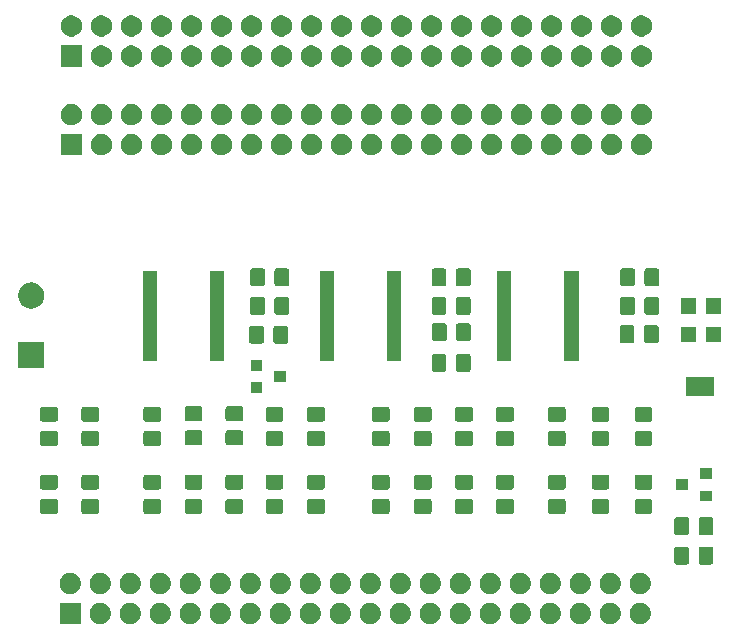
<source format=gbr>
G04 #@! TF.GenerationSoftware,KiCad,Pcbnew,5.1.6*
G04 #@! TF.CreationDate,2020-05-21T19:24:45+02:00*
G04 #@! TF.ProjectId,F010_rpi_logic_level_shifter_hat,46303130-5f72-4706-995f-6c6f6769635f,rev?*
G04 #@! TF.SameCoordinates,PXa52d280PY2b953a0*
G04 #@! TF.FileFunction,Soldermask,Top*
G04 #@! TF.FilePolarity,Negative*
%FSLAX46Y46*%
G04 Gerber Fmt 4.6, Leading zero omitted, Abs format (unit mm)*
G04 Created by KiCad (PCBNEW 5.1.6) date 2020-05-21 19:24:45*
%MOMM*%
%LPD*%
G01*
G04 APERTURE LIST*
%ADD10C,0.100000*%
G04 APERTURE END LIST*
D10*
G36*
X-4926488Y-48103927D02*
G01*
X-4777188Y-48133624D01*
X-4613216Y-48201544D01*
X-4465646Y-48300147D01*
X-4340147Y-48425646D01*
X-4241544Y-48573216D01*
X-4173624Y-48737188D01*
X-4139000Y-48911259D01*
X-4139000Y-49088741D01*
X-4173624Y-49262812D01*
X-4241544Y-49426784D01*
X-4340147Y-49574354D01*
X-4465646Y-49699853D01*
X-4613216Y-49798456D01*
X-4777188Y-49866376D01*
X-4926488Y-49896073D01*
X-4951258Y-49901000D01*
X-5128742Y-49901000D01*
X-5153512Y-49896073D01*
X-5302812Y-49866376D01*
X-5466784Y-49798456D01*
X-5614354Y-49699853D01*
X-5739853Y-49574354D01*
X-5838456Y-49426784D01*
X-5906376Y-49262812D01*
X-5941000Y-49088741D01*
X-5941000Y-48911259D01*
X-5906376Y-48737188D01*
X-5838456Y-48573216D01*
X-5739853Y-48425646D01*
X-5614354Y-48300147D01*
X-5466784Y-48201544D01*
X-5302812Y-48133624D01*
X-5153512Y-48103927D01*
X-5128742Y-48099000D01*
X-4951258Y-48099000D01*
X-4926488Y-48103927D01*
G37*
G36*
X-30326488Y-48103927D02*
G01*
X-30177188Y-48133624D01*
X-30013216Y-48201544D01*
X-29865646Y-48300147D01*
X-29740147Y-48425646D01*
X-29641544Y-48573216D01*
X-29573624Y-48737188D01*
X-29539000Y-48911259D01*
X-29539000Y-49088741D01*
X-29573624Y-49262812D01*
X-29641544Y-49426784D01*
X-29740147Y-49574354D01*
X-29865646Y-49699853D01*
X-30013216Y-49798456D01*
X-30177188Y-49866376D01*
X-30326488Y-49896073D01*
X-30351258Y-49901000D01*
X-30528742Y-49901000D01*
X-30553512Y-49896073D01*
X-30702812Y-49866376D01*
X-30866784Y-49798456D01*
X-31014354Y-49699853D01*
X-31139853Y-49574354D01*
X-31238456Y-49426784D01*
X-31306376Y-49262812D01*
X-31341000Y-49088741D01*
X-31341000Y-48911259D01*
X-31306376Y-48737188D01*
X-31238456Y-48573216D01*
X-31139853Y-48425646D01*
X-31014354Y-48300147D01*
X-30866784Y-48201544D01*
X-30702812Y-48133624D01*
X-30553512Y-48103927D01*
X-30528742Y-48099000D01*
X-30351258Y-48099000D01*
X-30326488Y-48103927D01*
G37*
G36*
X-12546488Y-48103927D02*
G01*
X-12397188Y-48133624D01*
X-12233216Y-48201544D01*
X-12085646Y-48300147D01*
X-11960147Y-48425646D01*
X-11861544Y-48573216D01*
X-11793624Y-48737188D01*
X-11759000Y-48911259D01*
X-11759000Y-49088741D01*
X-11793624Y-49262812D01*
X-11861544Y-49426784D01*
X-11960147Y-49574354D01*
X-12085646Y-49699853D01*
X-12233216Y-49798456D01*
X-12397188Y-49866376D01*
X-12546488Y-49896073D01*
X-12571258Y-49901000D01*
X-12748742Y-49901000D01*
X-12773512Y-49896073D01*
X-12922812Y-49866376D01*
X-13086784Y-49798456D01*
X-13234354Y-49699853D01*
X-13359853Y-49574354D01*
X-13458456Y-49426784D01*
X-13526376Y-49262812D01*
X-13561000Y-49088741D01*
X-13561000Y-48911259D01*
X-13526376Y-48737188D01*
X-13458456Y-48573216D01*
X-13359853Y-48425646D01*
X-13234354Y-48300147D01*
X-13086784Y-48201544D01*
X-12922812Y-48133624D01*
X-12773512Y-48103927D01*
X-12748742Y-48099000D01*
X-12571258Y-48099000D01*
X-12546488Y-48103927D01*
G37*
G36*
X-10006488Y-48103927D02*
G01*
X-9857188Y-48133624D01*
X-9693216Y-48201544D01*
X-9545646Y-48300147D01*
X-9420147Y-48425646D01*
X-9321544Y-48573216D01*
X-9253624Y-48737188D01*
X-9219000Y-48911259D01*
X-9219000Y-49088741D01*
X-9253624Y-49262812D01*
X-9321544Y-49426784D01*
X-9420147Y-49574354D01*
X-9545646Y-49699853D01*
X-9693216Y-49798456D01*
X-9857188Y-49866376D01*
X-10006488Y-49896073D01*
X-10031258Y-49901000D01*
X-10208742Y-49901000D01*
X-10233512Y-49896073D01*
X-10382812Y-49866376D01*
X-10546784Y-49798456D01*
X-10694354Y-49699853D01*
X-10819853Y-49574354D01*
X-10918456Y-49426784D01*
X-10986376Y-49262812D01*
X-11021000Y-49088741D01*
X-11021000Y-48911259D01*
X-10986376Y-48737188D01*
X-10918456Y-48573216D01*
X-10819853Y-48425646D01*
X-10694354Y-48300147D01*
X-10546784Y-48201544D01*
X-10382812Y-48133624D01*
X-10233512Y-48103927D01*
X-10208742Y-48099000D01*
X-10031258Y-48099000D01*
X-10006488Y-48103927D01*
G37*
G36*
X-15086488Y-48103927D02*
G01*
X-14937188Y-48133624D01*
X-14773216Y-48201544D01*
X-14625646Y-48300147D01*
X-14500147Y-48425646D01*
X-14401544Y-48573216D01*
X-14333624Y-48737188D01*
X-14299000Y-48911259D01*
X-14299000Y-49088741D01*
X-14333624Y-49262812D01*
X-14401544Y-49426784D01*
X-14500147Y-49574354D01*
X-14625646Y-49699853D01*
X-14773216Y-49798456D01*
X-14937188Y-49866376D01*
X-15086488Y-49896073D01*
X-15111258Y-49901000D01*
X-15288742Y-49901000D01*
X-15313512Y-49896073D01*
X-15462812Y-49866376D01*
X-15626784Y-49798456D01*
X-15774354Y-49699853D01*
X-15899853Y-49574354D01*
X-15998456Y-49426784D01*
X-16066376Y-49262812D01*
X-16101000Y-49088741D01*
X-16101000Y-48911259D01*
X-16066376Y-48737188D01*
X-15998456Y-48573216D01*
X-15899853Y-48425646D01*
X-15774354Y-48300147D01*
X-15626784Y-48201544D01*
X-15462812Y-48133624D01*
X-15313512Y-48103927D01*
X-15288742Y-48099000D01*
X-15111258Y-48099000D01*
X-15086488Y-48103927D01*
G37*
G36*
X-17626488Y-48103927D02*
G01*
X-17477188Y-48133624D01*
X-17313216Y-48201544D01*
X-17165646Y-48300147D01*
X-17040147Y-48425646D01*
X-16941544Y-48573216D01*
X-16873624Y-48737188D01*
X-16839000Y-48911259D01*
X-16839000Y-49088741D01*
X-16873624Y-49262812D01*
X-16941544Y-49426784D01*
X-17040147Y-49574354D01*
X-17165646Y-49699853D01*
X-17313216Y-49798456D01*
X-17477188Y-49866376D01*
X-17626488Y-49896073D01*
X-17651258Y-49901000D01*
X-17828742Y-49901000D01*
X-17853512Y-49896073D01*
X-18002812Y-49866376D01*
X-18166784Y-49798456D01*
X-18314354Y-49699853D01*
X-18439853Y-49574354D01*
X-18538456Y-49426784D01*
X-18606376Y-49262812D01*
X-18641000Y-49088741D01*
X-18641000Y-48911259D01*
X-18606376Y-48737188D01*
X-18538456Y-48573216D01*
X-18439853Y-48425646D01*
X-18314354Y-48300147D01*
X-18166784Y-48201544D01*
X-18002812Y-48133624D01*
X-17853512Y-48103927D01*
X-17828742Y-48099000D01*
X-17651258Y-48099000D01*
X-17626488Y-48103927D01*
G37*
G36*
X-20166488Y-48103927D02*
G01*
X-20017188Y-48133624D01*
X-19853216Y-48201544D01*
X-19705646Y-48300147D01*
X-19580147Y-48425646D01*
X-19481544Y-48573216D01*
X-19413624Y-48737188D01*
X-19379000Y-48911259D01*
X-19379000Y-49088741D01*
X-19413624Y-49262812D01*
X-19481544Y-49426784D01*
X-19580147Y-49574354D01*
X-19705646Y-49699853D01*
X-19853216Y-49798456D01*
X-20017188Y-49866376D01*
X-20166488Y-49896073D01*
X-20191258Y-49901000D01*
X-20368742Y-49901000D01*
X-20393512Y-49896073D01*
X-20542812Y-49866376D01*
X-20706784Y-49798456D01*
X-20854354Y-49699853D01*
X-20979853Y-49574354D01*
X-21078456Y-49426784D01*
X-21146376Y-49262812D01*
X-21181000Y-49088741D01*
X-21181000Y-48911259D01*
X-21146376Y-48737188D01*
X-21078456Y-48573216D01*
X-20979853Y-48425646D01*
X-20854354Y-48300147D01*
X-20706784Y-48201544D01*
X-20542812Y-48133624D01*
X-20393512Y-48103927D01*
X-20368742Y-48099000D01*
X-20191258Y-48099000D01*
X-20166488Y-48103927D01*
G37*
G36*
X-22706488Y-48103927D02*
G01*
X-22557188Y-48133624D01*
X-22393216Y-48201544D01*
X-22245646Y-48300147D01*
X-22120147Y-48425646D01*
X-22021544Y-48573216D01*
X-21953624Y-48737188D01*
X-21919000Y-48911259D01*
X-21919000Y-49088741D01*
X-21953624Y-49262812D01*
X-22021544Y-49426784D01*
X-22120147Y-49574354D01*
X-22245646Y-49699853D01*
X-22393216Y-49798456D01*
X-22557188Y-49866376D01*
X-22706488Y-49896073D01*
X-22731258Y-49901000D01*
X-22908742Y-49901000D01*
X-22933512Y-49896073D01*
X-23082812Y-49866376D01*
X-23246784Y-49798456D01*
X-23394354Y-49699853D01*
X-23519853Y-49574354D01*
X-23618456Y-49426784D01*
X-23686376Y-49262812D01*
X-23721000Y-49088741D01*
X-23721000Y-48911259D01*
X-23686376Y-48737188D01*
X-23618456Y-48573216D01*
X-23519853Y-48425646D01*
X-23394354Y-48300147D01*
X-23246784Y-48201544D01*
X-23082812Y-48133624D01*
X-22933512Y-48103927D01*
X-22908742Y-48099000D01*
X-22731258Y-48099000D01*
X-22706488Y-48103927D01*
G37*
G36*
X-25246488Y-48103927D02*
G01*
X-25097188Y-48133624D01*
X-24933216Y-48201544D01*
X-24785646Y-48300147D01*
X-24660147Y-48425646D01*
X-24561544Y-48573216D01*
X-24493624Y-48737188D01*
X-24459000Y-48911259D01*
X-24459000Y-49088741D01*
X-24493624Y-49262812D01*
X-24561544Y-49426784D01*
X-24660147Y-49574354D01*
X-24785646Y-49699853D01*
X-24933216Y-49798456D01*
X-25097188Y-49866376D01*
X-25246488Y-49896073D01*
X-25271258Y-49901000D01*
X-25448742Y-49901000D01*
X-25473512Y-49896073D01*
X-25622812Y-49866376D01*
X-25786784Y-49798456D01*
X-25934354Y-49699853D01*
X-26059853Y-49574354D01*
X-26158456Y-49426784D01*
X-26226376Y-49262812D01*
X-26261000Y-49088741D01*
X-26261000Y-48911259D01*
X-26226376Y-48737188D01*
X-26158456Y-48573216D01*
X-26059853Y-48425646D01*
X-25934354Y-48300147D01*
X-25786784Y-48201544D01*
X-25622812Y-48133624D01*
X-25473512Y-48103927D01*
X-25448742Y-48099000D01*
X-25271258Y-48099000D01*
X-25246488Y-48103927D01*
G37*
G36*
X-27786488Y-48103927D02*
G01*
X-27637188Y-48133624D01*
X-27473216Y-48201544D01*
X-27325646Y-48300147D01*
X-27200147Y-48425646D01*
X-27101544Y-48573216D01*
X-27033624Y-48737188D01*
X-26999000Y-48911259D01*
X-26999000Y-49088741D01*
X-27033624Y-49262812D01*
X-27101544Y-49426784D01*
X-27200147Y-49574354D01*
X-27325646Y-49699853D01*
X-27473216Y-49798456D01*
X-27637188Y-49866376D01*
X-27786488Y-49896073D01*
X-27811258Y-49901000D01*
X-27988742Y-49901000D01*
X-28013512Y-49896073D01*
X-28162812Y-49866376D01*
X-28326784Y-49798456D01*
X-28474354Y-49699853D01*
X-28599853Y-49574354D01*
X-28698456Y-49426784D01*
X-28766376Y-49262812D01*
X-28801000Y-49088741D01*
X-28801000Y-48911259D01*
X-28766376Y-48737188D01*
X-28698456Y-48573216D01*
X-28599853Y-48425646D01*
X-28474354Y-48300147D01*
X-28326784Y-48201544D01*
X-28162812Y-48133624D01*
X-28013512Y-48103927D01*
X-27988742Y-48099000D01*
X-27811258Y-48099000D01*
X-27786488Y-48103927D01*
G37*
G36*
X-7466488Y-48103927D02*
G01*
X-7317188Y-48133624D01*
X-7153216Y-48201544D01*
X-7005646Y-48300147D01*
X-6880147Y-48425646D01*
X-6781544Y-48573216D01*
X-6713624Y-48737188D01*
X-6679000Y-48911259D01*
X-6679000Y-49088741D01*
X-6713624Y-49262812D01*
X-6781544Y-49426784D01*
X-6880147Y-49574354D01*
X-7005646Y-49699853D01*
X-7153216Y-49798456D01*
X-7317188Y-49866376D01*
X-7466488Y-49896073D01*
X-7491258Y-49901000D01*
X-7668742Y-49901000D01*
X-7693512Y-49896073D01*
X-7842812Y-49866376D01*
X-8006784Y-49798456D01*
X-8154354Y-49699853D01*
X-8279853Y-49574354D01*
X-8378456Y-49426784D01*
X-8446376Y-49262812D01*
X-8481000Y-49088741D01*
X-8481000Y-48911259D01*
X-8446376Y-48737188D01*
X-8378456Y-48573216D01*
X-8279853Y-48425646D01*
X-8154354Y-48300147D01*
X-8006784Y-48201544D01*
X-7842812Y-48133624D01*
X-7693512Y-48103927D01*
X-7668742Y-48099000D01*
X-7491258Y-48099000D01*
X-7466488Y-48103927D01*
G37*
G36*
X-35406488Y-48103927D02*
G01*
X-35257188Y-48133624D01*
X-35093216Y-48201544D01*
X-34945646Y-48300147D01*
X-34820147Y-48425646D01*
X-34721544Y-48573216D01*
X-34653624Y-48737188D01*
X-34619000Y-48911259D01*
X-34619000Y-49088741D01*
X-34653624Y-49262812D01*
X-34721544Y-49426784D01*
X-34820147Y-49574354D01*
X-34945646Y-49699853D01*
X-35093216Y-49798456D01*
X-35257188Y-49866376D01*
X-35406488Y-49896073D01*
X-35431258Y-49901000D01*
X-35608742Y-49901000D01*
X-35633512Y-49896073D01*
X-35782812Y-49866376D01*
X-35946784Y-49798456D01*
X-36094354Y-49699853D01*
X-36219853Y-49574354D01*
X-36318456Y-49426784D01*
X-36386376Y-49262812D01*
X-36421000Y-49088741D01*
X-36421000Y-48911259D01*
X-36386376Y-48737188D01*
X-36318456Y-48573216D01*
X-36219853Y-48425646D01*
X-36094354Y-48300147D01*
X-35946784Y-48201544D01*
X-35782812Y-48133624D01*
X-35633512Y-48103927D01*
X-35608742Y-48099000D01*
X-35431258Y-48099000D01*
X-35406488Y-48103927D01*
G37*
G36*
X-32866488Y-48103927D02*
G01*
X-32717188Y-48133624D01*
X-32553216Y-48201544D01*
X-32405646Y-48300147D01*
X-32280147Y-48425646D01*
X-32181544Y-48573216D01*
X-32113624Y-48737188D01*
X-32079000Y-48911259D01*
X-32079000Y-49088741D01*
X-32113624Y-49262812D01*
X-32181544Y-49426784D01*
X-32280147Y-49574354D01*
X-32405646Y-49699853D01*
X-32553216Y-49798456D01*
X-32717188Y-49866376D01*
X-32866488Y-49896073D01*
X-32891258Y-49901000D01*
X-33068742Y-49901000D01*
X-33093512Y-49896073D01*
X-33242812Y-49866376D01*
X-33406784Y-49798456D01*
X-33554354Y-49699853D01*
X-33679853Y-49574354D01*
X-33778456Y-49426784D01*
X-33846376Y-49262812D01*
X-33881000Y-49088741D01*
X-33881000Y-48911259D01*
X-33846376Y-48737188D01*
X-33778456Y-48573216D01*
X-33679853Y-48425646D01*
X-33554354Y-48300147D01*
X-33406784Y-48201544D01*
X-33242812Y-48133624D01*
X-33093512Y-48103927D01*
X-33068742Y-48099000D01*
X-32891258Y-48099000D01*
X-32866488Y-48103927D01*
G37*
G36*
X-52399000Y-49901000D02*
G01*
X-54201000Y-49901000D01*
X-54201000Y-48099000D01*
X-52399000Y-48099000D01*
X-52399000Y-49901000D01*
G37*
G36*
X-50646488Y-48103927D02*
G01*
X-50497188Y-48133624D01*
X-50333216Y-48201544D01*
X-50185646Y-48300147D01*
X-50060147Y-48425646D01*
X-49961544Y-48573216D01*
X-49893624Y-48737188D01*
X-49859000Y-48911259D01*
X-49859000Y-49088741D01*
X-49893624Y-49262812D01*
X-49961544Y-49426784D01*
X-50060147Y-49574354D01*
X-50185646Y-49699853D01*
X-50333216Y-49798456D01*
X-50497188Y-49866376D01*
X-50646488Y-49896073D01*
X-50671258Y-49901000D01*
X-50848742Y-49901000D01*
X-50873512Y-49896073D01*
X-51022812Y-49866376D01*
X-51186784Y-49798456D01*
X-51334354Y-49699853D01*
X-51459853Y-49574354D01*
X-51558456Y-49426784D01*
X-51626376Y-49262812D01*
X-51661000Y-49088741D01*
X-51661000Y-48911259D01*
X-51626376Y-48737188D01*
X-51558456Y-48573216D01*
X-51459853Y-48425646D01*
X-51334354Y-48300147D01*
X-51186784Y-48201544D01*
X-51022812Y-48133624D01*
X-50873512Y-48103927D01*
X-50848742Y-48099000D01*
X-50671258Y-48099000D01*
X-50646488Y-48103927D01*
G37*
G36*
X-48106488Y-48103927D02*
G01*
X-47957188Y-48133624D01*
X-47793216Y-48201544D01*
X-47645646Y-48300147D01*
X-47520147Y-48425646D01*
X-47421544Y-48573216D01*
X-47353624Y-48737188D01*
X-47319000Y-48911259D01*
X-47319000Y-49088741D01*
X-47353624Y-49262812D01*
X-47421544Y-49426784D01*
X-47520147Y-49574354D01*
X-47645646Y-49699853D01*
X-47793216Y-49798456D01*
X-47957188Y-49866376D01*
X-48106488Y-49896073D01*
X-48131258Y-49901000D01*
X-48308742Y-49901000D01*
X-48333512Y-49896073D01*
X-48482812Y-49866376D01*
X-48646784Y-49798456D01*
X-48794354Y-49699853D01*
X-48919853Y-49574354D01*
X-49018456Y-49426784D01*
X-49086376Y-49262812D01*
X-49121000Y-49088741D01*
X-49121000Y-48911259D01*
X-49086376Y-48737188D01*
X-49018456Y-48573216D01*
X-48919853Y-48425646D01*
X-48794354Y-48300147D01*
X-48646784Y-48201544D01*
X-48482812Y-48133624D01*
X-48333512Y-48103927D01*
X-48308742Y-48099000D01*
X-48131258Y-48099000D01*
X-48106488Y-48103927D01*
G37*
G36*
X-45566488Y-48103927D02*
G01*
X-45417188Y-48133624D01*
X-45253216Y-48201544D01*
X-45105646Y-48300147D01*
X-44980147Y-48425646D01*
X-44881544Y-48573216D01*
X-44813624Y-48737188D01*
X-44779000Y-48911259D01*
X-44779000Y-49088741D01*
X-44813624Y-49262812D01*
X-44881544Y-49426784D01*
X-44980147Y-49574354D01*
X-45105646Y-49699853D01*
X-45253216Y-49798456D01*
X-45417188Y-49866376D01*
X-45566488Y-49896073D01*
X-45591258Y-49901000D01*
X-45768742Y-49901000D01*
X-45793512Y-49896073D01*
X-45942812Y-49866376D01*
X-46106784Y-49798456D01*
X-46254354Y-49699853D01*
X-46379853Y-49574354D01*
X-46478456Y-49426784D01*
X-46546376Y-49262812D01*
X-46581000Y-49088741D01*
X-46581000Y-48911259D01*
X-46546376Y-48737188D01*
X-46478456Y-48573216D01*
X-46379853Y-48425646D01*
X-46254354Y-48300147D01*
X-46106784Y-48201544D01*
X-45942812Y-48133624D01*
X-45793512Y-48103927D01*
X-45768742Y-48099000D01*
X-45591258Y-48099000D01*
X-45566488Y-48103927D01*
G37*
G36*
X-43026488Y-48103927D02*
G01*
X-42877188Y-48133624D01*
X-42713216Y-48201544D01*
X-42565646Y-48300147D01*
X-42440147Y-48425646D01*
X-42341544Y-48573216D01*
X-42273624Y-48737188D01*
X-42239000Y-48911259D01*
X-42239000Y-49088741D01*
X-42273624Y-49262812D01*
X-42341544Y-49426784D01*
X-42440147Y-49574354D01*
X-42565646Y-49699853D01*
X-42713216Y-49798456D01*
X-42877188Y-49866376D01*
X-43026488Y-49896073D01*
X-43051258Y-49901000D01*
X-43228742Y-49901000D01*
X-43253512Y-49896073D01*
X-43402812Y-49866376D01*
X-43566784Y-49798456D01*
X-43714354Y-49699853D01*
X-43839853Y-49574354D01*
X-43938456Y-49426784D01*
X-44006376Y-49262812D01*
X-44041000Y-49088741D01*
X-44041000Y-48911259D01*
X-44006376Y-48737188D01*
X-43938456Y-48573216D01*
X-43839853Y-48425646D01*
X-43714354Y-48300147D01*
X-43566784Y-48201544D01*
X-43402812Y-48133624D01*
X-43253512Y-48103927D01*
X-43228742Y-48099000D01*
X-43051258Y-48099000D01*
X-43026488Y-48103927D01*
G37*
G36*
X-40486488Y-48103927D02*
G01*
X-40337188Y-48133624D01*
X-40173216Y-48201544D01*
X-40025646Y-48300147D01*
X-39900147Y-48425646D01*
X-39801544Y-48573216D01*
X-39733624Y-48737188D01*
X-39699000Y-48911259D01*
X-39699000Y-49088741D01*
X-39733624Y-49262812D01*
X-39801544Y-49426784D01*
X-39900147Y-49574354D01*
X-40025646Y-49699853D01*
X-40173216Y-49798456D01*
X-40337188Y-49866376D01*
X-40486488Y-49896073D01*
X-40511258Y-49901000D01*
X-40688742Y-49901000D01*
X-40713512Y-49896073D01*
X-40862812Y-49866376D01*
X-41026784Y-49798456D01*
X-41174354Y-49699853D01*
X-41299853Y-49574354D01*
X-41398456Y-49426784D01*
X-41466376Y-49262812D01*
X-41501000Y-49088741D01*
X-41501000Y-48911259D01*
X-41466376Y-48737188D01*
X-41398456Y-48573216D01*
X-41299853Y-48425646D01*
X-41174354Y-48300147D01*
X-41026784Y-48201544D01*
X-40862812Y-48133624D01*
X-40713512Y-48103927D01*
X-40688742Y-48099000D01*
X-40511258Y-48099000D01*
X-40486488Y-48103927D01*
G37*
G36*
X-37946488Y-48103927D02*
G01*
X-37797188Y-48133624D01*
X-37633216Y-48201544D01*
X-37485646Y-48300147D01*
X-37360147Y-48425646D01*
X-37261544Y-48573216D01*
X-37193624Y-48737188D01*
X-37159000Y-48911259D01*
X-37159000Y-49088741D01*
X-37193624Y-49262812D01*
X-37261544Y-49426784D01*
X-37360147Y-49574354D01*
X-37485646Y-49699853D01*
X-37633216Y-49798456D01*
X-37797188Y-49866376D01*
X-37946488Y-49896073D01*
X-37971258Y-49901000D01*
X-38148742Y-49901000D01*
X-38173512Y-49896073D01*
X-38322812Y-49866376D01*
X-38486784Y-49798456D01*
X-38634354Y-49699853D01*
X-38759853Y-49574354D01*
X-38858456Y-49426784D01*
X-38926376Y-49262812D01*
X-38961000Y-49088741D01*
X-38961000Y-48911259D01*
X-38926376Y-48737188D01*
X-38858456Y-48573216D01*
X-38759853Y-48425646D01*
X-38634354Y-48300147D01*
X-38486784Y-48201544D01*
X-38322812Y-48133624D01*
X-38173512Y-48103927D01*
X-38148742Y-48099000D01*
X-37971258Y-48099000D01*
X-37946488Y-48103927D01*
G37*
G36*
X-53186488Y-45563927D02*
G01*
X-53037188Y-45593624D01*
X-52873216Y-45661544D01*
X-52725646Y-45760147D01*
X-52600147Y-45885646D01*
X-52501544Y-46033216D01*
X-52433624Y-46197188D01*
X-52399000Y-46371259D01*
X-52399000Y-46548741D01*
X-52433624Y-46722812D01*
X-52501544Y-46886784D01*
X-52600147Y-47034354D01*
X-52725646Y-47159853D01*
X-52873216Y-47258456D01*
X-53037188Y-47326376D01*
X-53186488Y-47356073D01*
X-53211258Y-47361000D01*
X-53388742Y-47361000D01*
X-53413512Y-47356073D01*
X-53562812Y-47326376D01*
X-53726784Y-47258456D01*
X-53874354Y-47159853D01*
X-53999853Y-47034354D01*
X-54098456Y-46886784D01*
X-54166376Y-46722812D01*
X-54201000Y-46548741D01*
X-54201000Y-46371259D01*
X-54166376Y-46197188D01*
X-54098456Y-46033216D01*
X-53999853Y-45885646D01*
X-53874354Y-45760147D01*
X-53726784Y-45661544D01*
X-53562812Y-45593624D01*
X-53413512Y-45563927D01*
X-53388742Y-45559000D01*
X-53211258Y-45559000D01*
X-53186488Y-45563927D01*
G37*
G36*
X-50646488Y-45563927D02*
G01*
X-50497188Y-45593624D01*
X-50333216Y-45661544D01*
X-50185646Y-45760147D01*
X-50060147Y-45885646D01*
X-49961544Y-46033216D01*
X-49893624Y-46197188D01*
X-49859000Y-46371259D01*
X-49859000Y-46548741D01*
X-49893624Y-46722812D01*
X-49961544Y-46886784D01*
X-50060147Y-47034354D01*
X-50185646Y-47159853D01*
X-50333216Y-47258456D01*
X-50497188Y-47326376D01*
X-50646488Y-47356073D01*
X-50671258Y-47361000D01*
X-50848742Y-47361000D01*
X-50873512Y-47356073D01*
X-51022812Y-47326376D01*
X-51186784Y-47258456D01*
X-51334354Y-47159853D01*
X-51459853Y-47034354D01*
X-51558456Y-46886784D01*
X-51626376Y-46722812D01*
X-51661000Y-46548741D01*
X-51661000Y-46371259D01*
X-51626376Y-46197188D01*
X-51558456Y-46033216D01*
X-51459853Y-45885646D01*
X-51334354Y-45760147D01*
X-51186784Y-45661544D01*
X-51022812Y-45593624D01*
X-50873512Y-45563927D01*
X-50848742Y-45559000D01*
X-50671258Y-45559000D01*
X-50646488Y-45563927D01*
G37*
G36*
X-48106488Y-45563927D02*
G01*
X-47957188Y-45593624D01*
X-47793216Y-45661544D01*
X-47645646Y-45760147D01*
X-47520147Y-45885646D01*
X-47421544Y-46033216D01*
X-47353624Y-46197188D01*
X-47319000Y-46371259D01*
X-47319000Y-46548741D01*
X-47353624Y-46722812D01*
X-47421544Y-46886784D01*
X-47520147Y-47034354D01*
X-47645646Y-47159853D01*
X-47793216Y-47258456D01*
X-47957188Y-47326376D01*
X-48106488Y-47356073D01*
X-48131258Y-47361000D01*
X-48308742Y-47361000D01*
X-48333512Y-47356073D01*
X-48482812Y-47326376D01*
X-48646784Y-47258456D01*
X-48794354Y-47159853D01*
X-48919853Y-47034354D01*
X-49018456Y-46886784D01*
X-49086376Y-46722812D01*
X-49121000Y-46548741D01*
X-49121000Y-46371259D01*
X-49086376Y-46197188D01*
X-49018456Y-46033216D01*
X-48919853Y-45885646D01*
X-48794354Y-45760147D01*
X-48646784Y-45661544D01*
X-48482812Y-45593624D01*
X-48333512Y-45563927D01*
X-48308742Y-45559000D01*
X-48131258Y-45559000D01*
X-48106488Y-45563927D01*
G37*
G36*
X-45566488Y-45563927D02*
G01*
X-45417188Y-45593624D01*
X-45253216Y-45661544D01*
X-45105646Y-45760147D01*
X-44980147Y-45885646D01*
X-44881544Y-46033216D01*
X-44813624Y-46197188D01*
X-44779000Y-46371259D01*
X-44779000Y-46548741D01*
X-44813624Y-46722812D01*
X-44881544Y-46886784D01*
X-44980147Y-47034354D01*
X-45105646Y-47159853D01*
X-45253216Y-47258456D01*
X-45417188Y-47326376D01*
X-45566488Y-47356073D01*
X-45591258Y-47361000D01*
X-45768742Y-47361000D01*
X-45793512Y-47356073D01*
X-45942812Y-47326376D01*
X-46106784Y-47258456D01*
X-46254354Y-47159853D01*
X-46379853Y-47034354D01*
X-46478456Y-46886784D01*
X-46546376Y-46722812D01*
X-46581000Y-46548741D01*
X-46581000Y-46371259D01*
X-46546376Y-46197188D01*
X-46478456Y-46033216D01*
X-46379853Y-45885646D01*
X-46254354Y-45760147D01*
X-46106784Y-45661544D01*
X-45942812Y-45593624D01*
X-45793512Y-45563927D01*
X-45768742Y-45559000D01*
X-45591258Y-45559000D01*
X-45566488Y-45563927D01*
G37*
G36*
X-43026488Y-45563927D02*
G01*
X-42877188Y-45593624D01*
X-42713216Y-45661544D01*
X-42565646Y-45760147D01*
X-42440147Y-45885646D01*
X-42341544Y-46033216D01*
X-42273624Y-46197188D01*
X-42239000Y-46371259D01*
X-42239000Y-46548741D01*
X-42273624Y-46722812D01*
X-42341544Y-46886784D01*
X-42440147Y-47034354D01*
X-42565646Y-47159853D01*
X-42713216Y-47258456D01*
X-42877188Y-47326376D01*
X-43026488Y-47356073D01*
X-43051258Y-47361000D01*
X-43228742Y-47361000D01*
X-43253512Y-47356073D01*
X-43402812Y-47326376D01*
X-43566784Y-47258456D01*
X-43714354Y-47159853D01*
X-43839853Y-47034354D01*
X-43938456Y-46886784D01*
X-44006376Y-46722812D01*
X-44041000Y-46548741D01*
X-44041000Y-46371259D01*
X-44006376Y-46197188D01*
X-43938456Y-46033216D01*
X-43839853Y-45885646D01*
X-43714354Y-45760147D01*
X-43566784Y-45661544D01*
X-43402812Y-45593624D01*
X-43253512Y-45563927D01*
X-43228742Y-45559000D01*
X-43051258Y-45559000D01*
X-43026488Y-45563927D01*
G37*
G36*
X-40486488Y-45563927D02*
G01*
X-40337188Y-45593624D01*
X-40173216Y-45661544D01*
X-40025646Y-45760147D01*
X-39900147Y-45885646D01*
X-39801544Y-46033216D01*
X-39733624Y-46197188D01*
X-39699000Y-46371259D01*
X-39699000Y-46548741D01*
X-39733624Y-46722812D01*
X-39801544Y-46886784D01*
X-39900147Y-47034354D01*
X-40025646Y-47159853D01*
X-40173216Y-47258456D01*
X-40337188Y-47326376D01*
X-40486488Y-47356073D01*
X-40511258Y-47361000D01*
X-40688742Y-47361000D01*
X-40713512Y-47356073D01*
X-40862812Y-47326376D01*
X-41026784Y-47258456D01*
X-41174354Y-47159853D01*
X-41299853Y-47034354D01*
X-41398456Y-46886784D01*
X-41466376Y-46722812D01*
X-41501000Y-46548741D01*
X-41501000Y-46371259D01*
X-41466376Y-46197188D01*
X-41398456Y-46033216D01*
X-41299853Y-45885646D01*
X-41174354Y-45760147D01*
X-41026784Y-45661544D01*
X-40862812Y-45593624D01*
X-40713512Y-45563927D01*
X-40688742Y-45559000D01*
X-40511258Y-45559000D01*
X-40486488Y-45563927D01*
G37*
G36*
X-37946488Y-45563927D02*
G01*
X-37797188Y-45593624D01*
X-37633216Y-45661544D01*
X-37485646Y-45760147D01*
X-37360147Y-45885646D01*
X-37261544Y-46033216D01*
X-37193624Y-46197188D01*
X-37159000Y-46371259D01*
X-37159000Y-46548741D01*
X-37193624Y-46722812D01*
X-37261544Y-46886784D01*
X-37360147Y-47034354D01*
X-37485646Y-47159853D01*
X-37633216Y-47258456D01*
X-37797188Y-47326376D01*
X-37946488Y-47356073D01*
X-37971258Y-47361000D01*
X-38148742Y-47361000D01*
X-38173512Y-47356073D01*
X-38322812Y-47326376D01*
X-38486784Y-47258456D01*
X-38634354Y-47159853D01*
X-38759853Y-47034354D01*
X-38858456Y-46886784D01*
X-38926376Y-46722812D01*
X-38961000Y-46548741D01*
X-38961000Y-46371259D01*
X-38926376Y-46197188D01*
X-38858456Y-46033216D01*
X-38759853Y-45885646D01*
X-38634354Y-45760147D01*
X-38486784Y-45661544D01*
X-38322812Y-45593624D01*
X-38173512Y-45563927D01*
X-38148742Y-45559000D01*
X-37971258Y-45559000D01*
X-37946488Y-45563927D01*
G37*
G36*
X-35406488Y-45563927D02*
G01*
X-35257188Y-45593624D01*
X-35093216Y-45661544D01*
X-34945646Y-45760147D01*
X-34820147Y-45885646D01*
X-34721544Y-46033216D01*
X-34653624Y-46197188D01*
X-34619000Y-46371259D01*
X-34619000Y-46548741D01*
X-34653624Y-46722812D01*
X-34721544Y-46886784D01*
X-34820147Y-47034354D01*
X-34945646Y-47159853D01*
X-35093216Y-47258456D01*
X-35257188Y-47326376D01*
X-35406488Y-47356073D01*
X-35431258Y-47361000D01*
X-35608742Y-47361000D01*
X-35633512Y-47356073D01*
X-35782812Y-47326376D01*
X-35946784Y-47258456D01*
X-36094354Y-47159853D01*
X-36219853Y-47034354D01*
X-36318456Y-46886784D01*
X-36386376Y-46722812D01*
X-36421000Y-46548741D01*
X-36421000Y-46371259D01*
X-36386376Y-46197188D01*
X-36318456Y-46033216D01*
X-36219853Y-45885646D01*
X-36094354Y-45760147D01*
X-35946784Y-45661544D01*
X-35782812Y-45593624D01*
X-35633512Y-45563927D01*
X-35608742Y-45559000D01*
X-35431258Y-45559000D01*
X-35406488Y-45563927D01*
G37*
G36*
X-32866488Y-45563927D02*
G01*
X-32717188Y-45593624D01*
X-32553216Y-45661544D01*
X-32405646Y-45760147D01*
X-32280147Y-45885646D01*
X-32181544Y-46033216D01*
X-32113624Y-46197188D01*
X-32079000Y-46371259D01*
X-32079000Y-46548741D01*
X-32113624Y-46722812D01*
X-32181544Y-46886784D01*
X-32280147Y-47034354D01*
X-32405646Y-47159853D01*
X-32553216Y-47258456D01*
X-32717188Y-47326376D01*
X-32866488Y-47356073D01*
X-32891258Y-47361000D01*
X-33068742Y-47361000D01*
X-33093512Y-47356073D01*
X-33242812Y-47326376D01*
X-33406784Y-47258456D01*
X-33554354Y-47159853D01*
X-33679853Y-47034354D01*
X-33778456Y-46886784D01*
X-33846376Y-46722812D01*
X-33881000Y-46548741D01*
X-33881000Y-46371259D01*
X-33846376Y-46197188D01*
X-33778456Y-46033216D01*
X-33679853Y-45885646D01*
X-33554354Y-45760147D01*
X-33406784Y-45661544D01*
X-33242812Y-45593624D01*
X-33093512Y-45563927D01*
X-33068742Y-45559000D01*
X-32891258Y-45559000D01*
X-32866488Y-45563927D01*
G37*
G36*
X-30326488Y-45563927D02*
G01*
X-30177188Y-45593624D01*
X-30013216Y-45661544D01*
X-29865646Y-45760147D01*
X-29740147Y-45885646D01*
X-29641544Y-46033216D01*
X-29573624Y-46197188D01*
X-29539000Y-46371259D01*
X-29539000Y-46548741D01*
X-29573624Y-46722812D01*
X-29641544Y-46886784D01*
X-29740147Y-47034354D01*
X-29865646Y-47159853D01*
X-30013216Y-47258456D01*
X-30177188Y-47326376D01*
X-30326488Y-47356073D01*
X-30351258Y-47361000D01*
X-30528742Y-47361000D01*
X-30553512Y-47356073D01*
X-30702812Y-47326376D01*
X-30866784Y-47258456D01*
X-31014354Y-47159853D01*
X-31139853Y-47034354D01*
X-31238456Y-46886784D01*
X-31306376Y-46722812D01*
X-31341000Y-46548741D01*
X-31341000Y-46371259D01*
X-31306376Y-46197188D01*
X-31238456Y-46033216D01*
X-31139853Y-45885646D01*
X-31014354Y-45760147D01*
X-30866784Y-45661544D01*
X-30702812Y-45593624D01*
X-30553512Y-45563927D01*
X-30528742Y-45559000D01*
X-30351258Y-45559000D01*
X-30326488Y-45563927D01*
G37*
G36*
X-25246488Y-45563927D02*
G01*
X-25097188Y-45593624D01*
X-24933216Y-45661544D01*
X-24785646Y-45760147D01*
X-24660147Y-45885646D01*
X-24561544Y-46033216D01*
X-24493624Y-46197188D01*
X-24459000Y-46371259D01*
X-24459000Y-46548741D01*
X-24493624Y-46722812D01*
X-24561544Y-46886784D01*
X-24660147Y-47034354D01*
X-24785646Y-47159853D01*
X-24933216Y-47258456D01*
X-25097188Y-47326376D01*
X-25246488Y-47356073D01*
X-25271258Y-47361000D01*
X-25448742Y-47361000D01*
X-25473512Y-47356073D01*
X-25622812Y-47326376D01*
X-25786784Y-47258456D01*
X-25934354Y-47159853D01*
X-26059853Y-47034354D01*
X-26158456Y-46886784D01*
X-26226376Y-46722812D01*
X-26261000Y-46548741D01*
X-26261000Y-46371259D01*
X-26226376Y-46197188D01*
X-26158456Y-46033216D01*
X-26059853Y-45885646D01*
X-25934354Y-45760147D01*
X-25786784Y-45661544D01*
X-25622812Y-45593624D01*
X-25473512Y-45563927D01*
X-25448742Y-45559000D01*
X-25271258Y-45559000D01*
X-25246488Y-45563927D01*
G37*
G36*
X-22706488Y-45563927D02*
G01*
X-22557188Y-45593624D01*
X-22393216Y-45661544D01*
X-22245646Y-45760147D01*
X-22120147Y-45885646D01*
X-22021544Y-46033216D01*
X-21953624Y-46197188D01*
X-21919000Y-46371259D01*
X-21919000Y-46548741D01*
X-21953624Y-46722812D01*
X-22021544Y-46886784D01*
X-22120147Y-47034354D01*
X-22245646Y-47159853D01*
X-22393216Y-47258456D01*
X-22557188Y-47326376D01*
X-22706488Y-47356073D01*
X-22731258Y-47361000D01*
X-22908742Y-47361000D01*
X-22933512Y-47356073D01*
X-23082812Y-47326376D01*
X-23246784Y-47258456D01*
X-23394354Y-47159853D01*
X-23519853Y-47034354D01*
X-23618456Y-46886784D01*
X-23686376Y-46722812D01*
X-23721000Y-46548741D01*
X-23721000Y-46371259D01*
X-23686376Y-46197188D01*
X-23618456Y-46033216D01*
X-23519853Y-45885646D01*
X-23394354Y-45760147D01*
X-23246784Y-45661544D01*
X-23082812Y-45593624D01*
X-22933512Y-45563927D01*
X-22908742Y-45559000D01*
X-22731258Y-45559000D01*
X-22706488Y-45563927D01*
G37*
G36*
X-10006488Y-45563927D02*
G01*
X-9857188Y-45593624D01*
X-9693216Y-45661544D01*
X-9545646Y-45760147D01*
X-9420147Y-45885646D01*
X-9321544Y-46033216D01*
X-9253624Y-46197188D01*
X-9219000Y-46371259D01*
X-9219000Y-46548741D01*
X-9253624Y-46722812D01*
X-9321544Y-46886784D01*
X-9420147Y-47034354D01*
X-9545646Y-47159853D01*
X-9693216Y-47258456D01*
X-9857188Y-47326376D01*
X-10006488Y-47356073D01*
X-10031258Y-47361000D01*
X-10208742Y-47361000D01*
X-10233512Y-47356073D01*
X-10382812Y-47326376D01*
X-10546784Y-47258456D01*
X-10694354Y-47159853D01*
X-10819853Y-47034354D01*
X-10918456Y-46886784D01*
X-10986376Y-46722812D01*
X-11021000Y-46548741D01*
X-11021000Y-46371259D01*
X-10986376Y-46197188D01*
X-10918456Y-46033216D01*
X-10819853Y-45885646D01*
X-10694354Y-45760147D01*
X-10546784Y-45661544D01*
X-10382812Y-45593624D01*
X-10233512Y-45563927D01*
X-10208742Y-45559000D01*
X-10031258Y-45559000D01*
X-10006488Y-45563927D01*
G37*
G36*
X-20166488Y-45563927D02*
G01*
X-20017188Y-45593624D01*
X-19853216Y-45661544D01*
X-19705646Y-45760147D01*
X-19580147Y-45885646D01*
X-19481544Y-46033216D01*
X-19413624Y-46197188D01*
X-19379000Y-46371259D01*
X-19379000Y-46548741D01*
X-19413624Y-46722812D01*
X-19481544Y-46886784D01*
X-19580147Y-47034354D01*
X-19705646Y-47159853D01*
X-19853216Y-47258456D01*
X-20017188Y-47326376D01*
X-20166488Y-47356073D01*
X-20191258Y-47361000D01*
X-20368742Y-47361000D01*
X-20393512Y-47356073D01*
X-20542812Y-47326376D01*
X-20706784Y-47258456D01*
X-20854354Y-47159853D01*
X-20979853Y-47034354D01*
X-21078456Y-46886784D01*
X-21146376Y-46722812D01*
X-21181000Y-46548741D01*
X-21181000Y-46371259D01*
X-21146376Y-46197188D01*
X-21078456Y-46033216D01*
X-20979853Y-45885646D01*
X-20854354Y-45760147D01*
X-20706784Y-45661544D01*
X-20542812Y-45593624D01*
X-20393512Y-45563927D01*
X-20368742Y-45559000D01*
X-20191258Y-45559000D01*
X-20166488Y-45563927D01*
G37*
G36*
X-7466488Y-45563927D02*
G01*
X-7317188Y-45593624D01*
X-7153216Y-45661544D01*
X-7005646Y-45760147D01*
X-6880147Y-45885646D01*
X-6781544Y-46033216D01*
X-6713624Y-46197188D01*
X-6679000Y-46371259D01*
X-6679000Y-46548741D01*
X-6713624Y-46722812D01*
X-6781544Y-46886784D01*
X-6880147Y-47034354D01*
X-7005646Y-47159853D01*
X-7153216Y-47258456D01*
X-7317188Y-47326376D01*
X-7466488Y-47356073D01*
X-7491258Y-47361000D01*
X-7668742Y-47361000D01*
X-7693512Y-47356073D01*
X-7842812Y-47326376D01*
X-8006784Y-47258456D01*
X-8154354Y-47159853D01*
X-8279853Y-47034354D01*
X-8378456Y-46886784D01*
X-8446376Y-46722812D01*
X-8481000Y-46548741D01*
X-8481000Y-46371259D01*
X-8446376Y-46197188D01*
X-8378456Y-46033216D01*
X-8279853Y-45885646D01*
X-8154354Y-45760147D01*
X-8006784Y-45661544D01*
X-7842812Y-45593624D01*
X-7693512Y-45563927D01*
X-7668742Y-45559000D01*
X-7491258Y-45559000D01*
X-7466488Y-45563927D01*
G37*
G36*
X-17626488Y-45563927D02*
G01*
X-17477188Y-45593624D01*
X-17313216Y-45661544D01*
X-17165646Y-45760147D01*
X-17040147Y-45885646D01*
X-16941544Y-46033216D01*
X-16873624Y-46197188D01*
X-16839000Y-46371259D01*
X-16839000Y-46548741D01*
X-16873624Y-46722812D01*
X-16941544Y-46886784D01*
X-17040147Y-47034354D01*
X-17165646Y-47159853D01*
X-17313216Y-47258456D01*
X-17477188Y-47326376D01*
X-17626488Y-47356073D01*
X-17651258Y-47361000D01*
X-17828742Y-47361000D01*
X-17853512Y-47356073D01*
X-18002812Y-47326376D01*
X-18166784Y-47258456D01*
X-18314354Y-47159853D01*
X-18439853Y-47034354D01*
X-18538456Y-46886784D01*
X-18606376Y-46722812D01*
X-18641000Y-46548741D01*
X-18641000Y-46371259D01*
X-18606376Y-46197188D01*
X-18538456Y-46033216D01*
X-18439853Y-45885646D01*
X-18314354Y-45760147D01*
X-18166784Y-45661544D01*
X-18002812Y-45593624D01*
X-17853512Y-45563927D01*
X-17828742Y-45559000D01*
X-17651258Y-45559000D01*
X-17626488Y-45563927D01*
G37*
G36*
X-4926488Y-45563927D02*
G01*
X-4777188Y-45593624D01*
X-4613216Y-45661544D01*
X-4465646Y-45760147D01*
X-4340147Y-45885646D01*
X-4241544Y-46033216D01*
X-4173624Y-46197188D01*
X-4139000Y-46371259D01*
X-4139000Y-46548741D01*
X-4173624Y-46722812D01*
X-4241544Y-46886784D01*
X-4340147Y-47034354D01*
X-4465646Y-47159853D01*
X-4613216Y-47258456D01*
X-4777188Y-47326376D01*
X-4926488Y-47356073D01*
X-4951258Y-47361000D01*
X-5128742Y-47361000D01*
X-5153512Y-47356073D01*
X-5302812Y-47326376D01*
X-5466784Y-47258456D01*
X-5614354Y-47159853D01*
X-5739853Y-47034354D01*
X-5838456Y-46886784D01*
X-5906376Y-46722812D01*
X-5941000Y-46548741D01*
X-5941000Y-46371259D01*
X-5906376Y-46197188D01*
X-5838456Y-46033216D01*
X-5739853Y-45885646D01*
X-5614354Y-45760147D01*
X-5466784Y-45661544D01*
X-5302812Y-45593624D01*
X-5153512Y-45563927D01*
X-5128742Y-45559000D01*
X-4951258Y-45559000D01*
X-4926488Y-45563927D01*
G37*
G36*
X-12546488Y-45563927D02*
G01*
X-12397188Y-45593624D01*
X-12233216Y-45661544D01*
X-12085646Y-45760147D01*
X-11960147Y-45885646D01*
X-11861544Y-46033216D01*
X-11793624Y-46197188D01*
X-11759000Y-46371259D01*
X-11759000Y-46548741D01*
X-11793624Y-46722812D01*
X-11861544Y-46886784D01*
X-11960147Y-47034354D01*
X-12085646Y-47159853D01*
X-12233216Y-47258456D01*
X-12397188Y-47326376D01*
X-12546488Y-47356073D01*
X-12571258Y-47361000D01*
X-12748742Y-47361000D01*
X-12773512Y-47356073D01*
X-12922812Y-47326376D01*
X-13086784Y-47258456D01*
X-13234354Y-47159853D01*
X-13359853Y-47034354D01*
X-13458456Y-46886784D01*
X-13526376Y-46722812D01*
X-13561000Y-46548741D01*
X-13561000Y-46371259D01*
X-13526376Y-46197188D01*
X-13458456Y-46033216D01*
X-13359853Y-45885646D01*
X-13234354Y-45760147D01*
X-13086784Y-45661544D01*
X-12922812Y-45593624D01*
X-12773512Y-45563927D01*
X-12748742Y-45559000D01*
X-12571258Y-45559000D01*
X-12546488Y-45563927D01*
G37*
G36*
X-15086488Y-45563927D02*
G01*
X-14937188Y-45593624D01*
X-14773216Y-45661544D01*
X-14625646Y-45760147D01*
X-14500147Y-45885646D01*
X-14401544Y-46033216D01*
X-14333624Y-46197188D01*
X-14299000Y-46371259D01*
X-14299000Y-46548741D01*
X-14333624Y-46722812D01*
X-14401544Y-46886784D01*
X-14500147Y-47034354D01*
X-14625646Y-47159853D01*
X-14773216Y-47258456D01*
X-14937188Y-47326376D01*
X-15086488Y-47356073D01*
X-15111258Y-47361000D01*
X-15288742Y-47361000D01*
X-15313512Y-47356073D01*
X-15462812Y-47326376D01*
X-15626784Y-47258456D01*
X-15774354Y-47159853D01*
X-15899853Y-47034354D01*
X-15998456Y-46886784D01*
X-16066376Y-46722812D01*
X-16101000Y-46548741D01*
X-16101000Y-46371259D01*
X-16066376Y-46197188D01*
X-15998456Y-46033216D01*
X-15899853Y-45885646D01*
X-15774354Y-45760147D01*
X-15626784Y-45661544D01*
X-15462812Y-45593624D01*
X-15313512Y-45563927D01*
X-15288742Y-45559000D01*
X-15111258Y-45559000D01*
X-15086488Y-45563927D01*
G37*
G36*
X-27786488Y-45563927D02*
G01*
X-27637188Y-45593624D01*
X-27473216Y-45661544D01*
X-27325646Y-45760147D01*
X-27200147Y-45885646D01*
X-27101544Y-46033216D01*
X-27033624Y-46197188D01*
X-26999000Y-46371259D01*
X-26999000Y-46548741D01*
X-27033624Y-46722812D01*
X-27101544Y-46886784D01*
X-27200147Y-47034354D01*
X-27325646Y-47159853D01*
X-27473216Y-47258456D01*
X-27637188Y-47326376D01*
X-27786488Y-47356073D01*
X-27811258Y-47361000D01*
X-27988742Y-47361000D01*
X-28013512Y-47356073D01*
X-28162812Y-47326376D01*
X-28326784Y-47258456D01*
X-28474354Y-47159853D01*
X-28599853Y-47034354D01*
X-28698456Y-46886784D01*
X-28766376Y-46722812D01*
X-28801000Y-46548741D01*
X-28801000Y-46371259D01*
X-28766376Y-46197188D01*
X-28698456Y-46033216D01*
X-28599853Y-45885646D01*
X-28474354Y-45760147D01*
X-28326784Y-45661544D01*
X-28162812Y-45593624D01*
X-28013512Y-45563927D01*
X-27988742Y-45559000D01*
X-27811258Y-45559000D01*
X-27786488Y-45563927D01*
G37*
G36*
X-1061326Y-43353465D02*
G01*
X-1023633Y-43364899D01*
X-988897Y-43383466D01*
X-958452Y-43408452D01*
X-933466Y-43438897D01*
X-914899Y-43473633D01*
X-903465Y-43511326D01*
X-899000Y-43556661D01*
X-899000Y-44643339D01*
X-903465Y-44688674D01*
X-914899Y-44726367D01*
X-933466Y-44761103D01*
X-958452Y-44791548D01*
X-988897Y-44816534D01*
X-1023633Y-44835101D01*
X-1061326Y-44846535D01*
X-1106661Y-44851000D01*
X-1943339Y-44851000D01*
X-1988674Y-44846535D01*
X-2026367Y-44835101D01*
X-2061103Y-44816534D01*
X-2091548Y-44791548D01*
X-2116534Y-44761103D01*
X-2135101Y-44726367D01*
X-2146535Y-44688674D01*
X-2151000Y-44643339D01*
X-2151000Y-43556661D01*
X-2146535Y-43511326D01*
X-2135101Y-43473633D01*
X-2116534Y-43438897D01*
X-2091548Y-43408452D01*
X-2061103Y-43383466D01*
X-2026367Y-43364899D01*
X-1988674Y-43353465D01*
X-1943339Y-43349000D01*
X-1106661Y-43349000D01*
X-1061326Y-43353465D01*
G37*
G36*
X988674Y-43353465D02*
G01*
X1026367Y-43364899D01*
X1061103Y-43383466D01*
X1091548Y-43408452D01*
X1116534Y-43438897D01*
X1135101Y-43473633D01*
X1146535Y-43511326D01*
X1151000Y-43556661D01*
X1151000Y-44643339D01*
X1146535Y-44688674D01*
X1135101Y-44726367D01*
X1116534Y-44761103D01*
X1091548Y-44791548D01*
X1061103Y-44816534D01*
X1026367Y-44835101D01*
X988674Y-44846535D01*
X943339Y-44851000D01*
X106661Y-44851000D01*
X61326Y-44846535D01*
X23633Y-44835101D01*
X-11103Y-44816534D01*
X-41548Y-44791548D01*
X-66534Y-44761103D01*
X-85101Y-44726367D01*
X-96535Y-44688674D01*
X-101000Y-44643339D01*
X-101000Y-43556661D01*
X-96535Y-43511326D01*
X-85101Y-43473633D01*
X-66534Y-43438897D01*
X-41548Y-43408452D01*
X-11103Y-43383466D01*
X23633Y-43364899D01*
X61326Y-43353465D01*
X106661Y-43349000D01*
X943339Y-43349000D01*
X988674Y-43353465D01*
G37*
G36*
X988674Y-40853465D02*
G01*
X1026367Y-40864899D01*
X1061103Y-40883466D01*
X1091548Y-40908452D01*
X1116534Y-40938897D01*
X1135101Y-40973633D01*
X1146535Y-41011326D01*
X1151000Y-41056661D01*
X1151000Y-42143339D01*
X1146535Y-42188674D01*
X1135101Y-42226367D01*
X1116534Y-42261103D01*
X1091548Y-42291548D01*
X1061103Y-42316534D01*
X1026367Y-42335101D01*
X988674Y-42346535D01*
X943339Y-42351000D01*
X106661Y-42351000D01*
X61326Y-42346535D01*
X23633Y-42335101D01*
X-11103Y-42316534D01*
X-41548Y-42291548D01*
X-66534Y-42261103D01*
X-85101Y-42226367D01*
X-96535Y-42188674D01*
X-101000Y-42143339D01*
X-101000Y-41056661D01*
X-96535Y-41011326D01*
X-85101Y-40973633D01*
X-66534Y-40938897D01*
X-41548Y-40908452D01*
X-11103Y-40883466D01*
X23633Y-40864899D01*
X61326Y-40853465D01*
X106661Y-40849000D01*
X943339Y-40849000D01*
X988674Y-40853465D01*
G37*
G36*
X-1061326Y-40853465D02*
G01*
X-1023633Y-40864899D01*
X-988897Y-40883466D01*
X-958452Y-40908452D01*
X-933466Y-40938897D01*
X-914899Y-40973633D01*
X-903465Y-41011326D01*
X-899000Y-41056661D01*
X-899000Y-42143339D01*
X-903465Y-42188674D01*
X-914899Y-42226367D01*
X-933466Y-42261103D01*
X-958452Y-42291548D01*
X-988897Y-42316534D01*
X-1023633Y-42335101D01*
X-1061326Y-42346535D01*
X-1106661Y-42351000D01*
X-1943339Y-42351000D01*
X-1988674Y-42346535D01*
X-2026367Y-42335101D01*
X-2061103Y-42316534D01*
X-2091548Y-42291548D01*
X-2116534Y-42261103D01*
X-2135101Y-42226367D01*
X-2146535Y-42188674D01*
X-2151000Y-42143339D01*
X-2151000Y-41056661D01*
X-2146535Y-41011326D01*
X-2135101Y-40973633D01*
X-2116534Y-40938897D01*
X-2091548Y-40908452D01*
X-2061103Y-40883466D01*
X-2026367Y-40864899D01*
X-1988674Y-40853465D01*
X-1943339Y-40849000D01*
X-1106661Y-40849000D01*
X-1061326Y-40853465D01*
G37*
G36*
X-54511326Y-39303465D02*
G01*
X-54473633Y-39314899D01*
X-54438897Y-39333466D01*
X-54408452Y-39358452D01*
X-54383466Y-39388897D01*
X-54364899Y-39423633D01*
X-54353465Y-39461326D01*
X-54349000Y-39506661D01*
X-54349000Y-40343339D01*
X-54353465Y-40388674D01*
X-54364899Y-40426367D01*
X-54383466Y-40461103D01*
X-54408452Y-40491548D01*
X-54438897Y-40516534D01*
X-54473633Y-40535101D01*
X-54511326Y-40546535D01*
X-54556661Y-40551000D01*
X-55643339Y-40551000D01*
X-55688674Y-40546535D01*
X-55726367Y-40535101D01*
X-55761103Y-40516534D01*
X-55791548Y-40491548D01*
X-55816534Y-40461103D01*
X-55835101Y-40426367D01*
X-55846535Y-40388674D01*
X-55851000Y-40343339D01*
X-55851000Y-39506661D01*
X-55846535Y-39461326D01*
X-55835101Y-39423633D01*
X-55816534Y-39388897D01*
X-55791548Y-39358452D01*
X-55761103Y-39333466D01*
X-55726367Y-39314899D01*
X-55688674Y-39303465D01*
X-55643339Y-39299000D01*
X-54556661Y-39299000D01*
X-54511326Y-39303465D01*
G37*
G36*
X-42261326Y-39303465D02*
G01*
X-42223633Y-39314899D01*
X-42188897Y-39333466D01*
X-42158452Y-39358452D01*
X-42133466Y-39388897D01*
X-42114899Y-39423633D01*
X-42103465Y-39461326D01*
X-42099000Y-39506661D01*
X-42099000Y-40343339D01*
X-42103465Y-40388674D01*
X-42114899Y-40426367D01*
X-42133466Y-40461103D01*
X-42158452Y-40491548D01*
X-42188897Y-40516534D01*
X-42223633Y-40535101D01*
X-42261326Y-40546535D01*
X-42306661Y-40551000D01*
X-43393339Y-40551000D01*
X-43438674Y-40546535D01*
X-43476367Y-40535101D01*
X-43511103Y-40516534D01*
X-43541548Y-40491548D01*
X-43566534Y-40461103D01*
X-43585101Y-40426367D01*
X-43596535Y-40388674D01*
X-43601000Y-40343339D01*
X-43601000Y-39506661D01*
X-43596535Y-39461326D01*
X-43585101Y-39423633D01*
X-43566534Y-39388897D01*
X-43541548Y-39358452D01*
X-43511103Y-39333466D01*
X-43476367Y-39314899D01*
X-43438674Y-39303465D01*
X-43393339Y-39299000D01*
X-42306661Y-39299000D01*
X-42261326Y-39303465D01*
G37*
G36*
X-45761326Y-39303465D02*
G01*
X-45723633Y-39314899D01*
X-45688897Y-39333466D01*
X-45658452Y-39358452D01*
X-45633466Y-39388897D01*
X-45614899Y-39423633D01*
X-45603465Y-39461326D01*
X-45599000Y-39506661D01*
X-45599000Y-40343339D01*
X-45603465Y-40388674D01*
X-45614899Y-40426367D01*
X-45633466Y-40461103D01*
X-45658452Y-40491548D01*
X-45688897Y-40516534D01*
X-45723633Y-40535101D01*
X-45761326Y-40546535D01*
X-45806661Y-40551000D01*
X-46893339Y-40551000D01*
X-46938674Y-40546535D01*
X-46976367Y-40535101D01*
X-47011103Y-40516534D01*
X-47041548Y-40491548D01*
X-47066534Y-40461103D01*
X-47085101Y-40426367D01*
X-47096535Y-40388674D01*
X-47101000Y-40343339D01*
X-47101000Y-39506661D01*
X-47096535Y-39461326D01*
X-47085101Y-39423633D01*
X-47066534Y-39388897D01*
X-47041548Y-39358452D01*
X-47011103Y-39333466D01*
X-46976367Y-39314899D01*
X-46938674Y-39303465D01*
X-46893339Y-39299000D01*
X-45806661Y-39299000D01*
X-45761326Y-39303465D01*
G37*
G36*
X-51011326Y-39303465D02*
G01*
X-50973633Y-39314899D01*
X-50938897Y-39333466D01*
X-50908452Y-39358452D01*
X-50883466Y-39388897D01*
X-50864899Y-39423633D01*
X-50853465Y-39461326D01*
X-50849000Y-39506661D01*
X-50849000Y-40343339D01*
X-50853465Y-40388674D01*
X-50864899Y-40426367D01*
X-50883466Y-40461103D01*
X-50908452Y-40491548D01*
X-50938897Y-40516534D01*
X-50973633Y-40535101D01*
X-51011326Y-40546535D01*
X-51056661Y-40551000D01*
X-52143339Y-40551000D01*
X-52188674Y-40546535D01*
X-52226367Y-40535101D01*
X-52261103Y-40516534D01*
X-52291548Y-40491548D01*
X-52316534Y-40461103D01*
X-52335101Y-40426367D01*
X-52346535Y-40388674D01*
X-52351000Y-40343339D01*
X-52351000Y-39506661D01*
X-52346535Y-39461326D01*
X-52335101Y-39423633D01*
X-52316534Y-39388897D01*
X-52291548Y-39358452D01*
X-52261103Y-39333466D01*
X-52226367Y-39314899D01*
X-52188674Y-39303465D01*
X-52143339Y-39299000D01*
X-51056661Y-39299000D01*
X-51011326Y-39303465D01*
G37*
G36*
X-15911326Y-39303465D02*
G01*
X-15873633Y-39314899D01*
X-15838897Y-39333466D01*
X-15808452Y-39358452D01*
X-15783466Y-39388897D01*
X-15764899Y-39423633D01*
X-15753465Y-39461326D01*
X-15749000Y-39506661D01*
X-15749000Y-40343339D01*
X-15753465Y-40388674D01*
X-15764899Y-40426367D01*
X-15783466Y-40461103D01*
X-15808452Y-40491548D01*
X-15838897Y-40516534D01*
X-15873633Y-40535101D01*
X-15911326Y-40546535D01*
X-15956661Y-40551000D01*
X-17043339Y-40551000D01*
X-17088674Y-40546535D01*
X-17126367Y-40535101D01*
X-17161103Y-40516534D01*
X-17191548Y-40491548D01*
X-17216534Y-40461103D01*
X-17235101Y-40426367D01*
X-17246535Y-40388674D01*
X-17251000Y-40343339D01*
X-17251000Y-39506661D01*
X-17246535Y-39461326D01*
X-17235101Y-39423633D01*
X-17216534Y-39388897D01*
X-17191548Y-39358452D01*
X-17161103Y-39333466D01*
X-17126367Y-39314899D01*
X-17088674Y-39303465D01*
X-17043339Y-39299000D01*
X-15956661Y-39299000D01*
X-15911326Y-39303465D01*
G37*
G36*
X-35411326Y-39303465D02*
G01*
X-35373633Y-39314899D01*
X-35338897Y-39333466D01*
X-35308452Y-39358452D01*
X-35283466Y-39388897D01*
X-35264899Y-39423633D01*
X-35253465Y-39461326D01*
X-35249000Y-39506661D01*
X-35249000Y-40343339D01*
X-35253465Y-40388674D01*
X-35264899Y-40426367D01*
X-35283466Y-40461103D01*
X-35308452Y-40491548D01*
X-35338897Y-40516534D01*
X-35373633Y-40535101D01*
X-35411326Y-40546535D01*
X-35456661Y-40551000D01*
X-36543339Y-40551000D01*
X-36588674Y-40546535D01*
X-36626367Y-40535101D01*
X-36661103Y-40516534D01*
X-36691548Y-40491548D01*
X-36716534Y-40461103D01*
X-36735101Y-40426367D01*
X-36746535Y-40388674D01*
X-36751000Y-40343339D01*
X-36751000Y-39506661D01*
X-36746535Y-39461326D01*
X-36735101Y-39423633D01*
X-36716534Y-39388897D01*
X-36691548Y-39358452D01*
X-36661103Y-39333466D01*
X-36626367Y-39314899D01*
X-36588674Y-39303465D01*
X-36543339Y-39299000D01*
X-35456661Y-39299000D01*
X-35411326Y-39303465D01*
G37*
G36*
X-31911326Y-39303465D02*
G01*
X-31873633Y-39314899D01*
X-31838897Y-39333466D01*
X-31808452Y-39358452D01*
X-31783466Y-39388897D01*
X-31764899Y-39423633D01*
X-31753465Y-39461326D01*
X-31749000Y-39506661D01*
X-31749000Y-40343339D01*
X-31753465Y-40388674D01*
X-31764899Y-40426367D01*
X-31783466Y-40461103D01*
X-31808452Y-40491548D01*
X-31838897Y-40516534D01*
X-31873633Y-40535101D01*
X-31911326Y-40546535D01*
X-31956661Y-40551000D01*
X-33043339Y-40551000D01*
X-33088674Y-40546535D01*
X-33126367Y-40535101D01*
X-33161103Y-40516534D01*
X-33191548Y-40491548D01*
X-33216534Y-40461103D01*
X-33235101Y-40426367D01*
X-33246535Y-40388674D01*
X-33251000Y-40343339D01*
X-33251000Y-39506661D01*
X-33246535Y-39461326D01*
X-33235101Y-39423633D01*
X-33216534Y-39388897D01*
X-33191548Y-39358452D01*
X-33161103Y-39333466D01*
X-33126367Y-39314899D01*
X-33088674Y-39303465D01*
X-33043339Y-39299000D01*
X-31956661Y-39299000D01*
X-31911326Y-39303465D01*
G37*
G36*
X-26411326Y-39303465D02*
G01*
X-26373633Y-39314899D01*
X-26338897Y-39333466D01*
X-26308452Y-39358452D01*
X-26283466Y-39388897D01*
X-26264899Y-39423633D01*
X-26253465Y-39461326D01*
X-26249000Y-39506661D01*
X-26249000Y-40343339D01*
X-26253465Y-40388674D01*
X-26264899Y-40426367D01*
X-26283466Y-40461103D01*
X-26308452Y-40491548D01*
X-26338897Y-40516534D01*
X-26373633Y-40535101D01*
X-26411326Y-40546535D01*
X-26456661Y-40551000D01*
X-27543339Y-40551000D01*
X-27588674Y-40546535D01*
X-27626367Y-40535101D01*
X-27661103Y-40516534D01*
X-27691548Y-40491548D01*
X-27716534Y-40461103D01*
X-27735101Y-40426367D01*
X-27746535Y-40388674D01*
X-27751000Y-40343339D01*
X-27751000Y-39506661D01*
X-27746535Y-39461326D01*
X-27735101Y-39423633D01*
X-27716534Y-39388897D01*
X-27691548Y-39358452D01*
X-27661103Y-39333466D01*
X-27626367Y-39314899D01*
X-27588674Y-39303465D01*
X-27543339Y-39299000D01*
X-26456661Y-39299000D01*
X-26411326Y-39303465D01*
G37*
G36*
X-22861326Y-39303465D02*
G01*
X-22823633Y-39314899D01*
X-22788897Y-39333466D01*
X-22758452Y-39358452D01*
X-22733466Y-39388897D01*
X-22714899Y-39423633D01*
X-22703465Y-39461326D01*
X-22699000Y-39506661D01*
X-22699000Y-40343339D01*
X-22703465Y-40388674D01*
X-22714899Y-40426367D01*
X-22733466Y-40461103D01*
X-22758452Y-40491548D01*
X-22788897Y-40516534D01*
X-22823633Y-40535101D01*
X-22861326Y-40546535D01*
X-22906661Y-40551000D01*
X-23993339Y-40551000D01*
X-24038674Y-40546535D01*
X-24076367Y-40535101D01*
X-24111103Y-40516534D01*
X-24141548Y-40491548D01*
X-24166534Y-40461103D01*
X-24185101Y-40426367D01*
X-24196535Y-40388674D01*
X-24201000Y-40343339D01*
X-24201000Y-39506661D01*
X-24196535Y-39461326D01*
X-24185101Y-39423633D01*
X-24166534Y-39388897D01*
X-24141548Y-39358452D01*
X-24111103Y-39333466D01*
X-24076367Y-39314899D01*
X-24038674Y-39303465D01*
X-23993339Y-39299000D01*
X-22906661Y-39299000D01*
X-22861326Y-39303465D01*
G37*
G36*
X-19361326Y-39303465D02*
G01*
X-19323633Y-39314899D01*
X-19288897Y-39333466D01*
X-19258452Y-39358452D01*
X-19233466Y-39388897D01*
X-19214899Y-39423633D01*
X-19203465Y-39461326D01*
X-19199000Y-39506661D01*
X-19199000Y-40343339D01*
X-19203465Y-40388674D01*
X-19214899Y-40426367D01*
X-19233466Y-40461103D01*
X-19258452Y-40491548D01*
X-19288897Y-40516534D01*
X-19323633Y-40535101D01*
X-19361326Y-40546535D01*
X-19406661Y-40551000D01*
X-20493339Y-40551000D01*
X-20538674Y-40546535D01*
X-20576367Y-40535101D01*
X-20611103Y-40516534D01*
X-20641548Y-40491548D01*
X-20666534Y-40461103D01*
X-20685101Y-40426367D01*
X-20696535Y-40388674D01*
X-20701000Y-40343339D01*
X-20701000Y-39506661D01*
X-20696535Y-39461326D01*
X-20685101Y-39423633D01*
X-20666534Y-39388897D01*
X-20641548Y-39358452D01*
X-20611103Y-39333466D01*
X-20576367Y-39314899D01*
X-20538674Y-39303465D01*
X-20493339Y-39299000D01*
X-19406661Y-39299000D01*
X-19361326Y-39303465D01*
G37*
G36*
X-11511326Y-39303465D02*
G01*
X-11473633Y-39314899D01*
X-11438897Y-39333466D01*
X-11408452Y-39358452D01*
X-11383466Y-39388897D01*
X-11364899Y-39423633D01*
X-11353465Y-39461326D01*
X-11349000Y-39506661D01*
X-11349000Y-40343339D01*
X-11353465Y-40388674D01*
X-11364899Y-40426367D01*
X-11383466Y-40461103D01*
X-11408452Y-40491548D01*
X-11438897Y-40516534D01*
X-11473633Y-40535101D01*
X-11511326Y-40546535D01*
X-11556661Y-40551000D01*
X-12643339Y-40551000D01*
X-12688674Y-40546535D01*
X-12726367Y-40535101D01*
X-12761103Y-40516534D01*
X-12791548Y-40491548D01*
X-12816534Y-40461103D01*
X-12835101Y-40426367D01*
X-12846535Y-40388674D01*
X-12851000Y-40343339D01*
X-12851000Y-39506661D01*
X-12846535Y-39461326D01*
X-12835101Y-39423633D01*
X-12816534Y-39388897D01*
X-12791548Y-39358452D01*
X-12761103Y-39333466D01*
X-12726367Y-39314899D01*
X-12688674Y-39303465D01*
X-12643339Y-39299000D01*
X-11556661Y-39299000D01*
X-11511326Y-39303465D01*
G37*
G36*
X-7811326Y-39303465D02*
G01*
X-7773633Y-39314899D01*
X-7738897Y-39333466D01*
X-7708452Y-39358452D01*
X-7683466Y-39388897D01*
X-7664899Y-39423633D01*
X-7653465Y-39461326D01*
X-7649000Y-39506661D01*
X-7649000Y-40343339D01*
X-7653465Y-40388674D01*
X-7664899Y-40426367D01*
X-7683466Y-40461103D01*
X-7708452Y-40491548D01*
X-7738897Y-40516534D01*
X-7773633Y-40535101D01*
X-7811326Y-40546535D01*
X-7856661Y-40551000D01*
X-8943339Y-40551000D01*
X-8988674Y-40546535D01*
X-9026367Y-40535101D01*
X-9061103Y-40516534D01*
X-9091548Y-40491548D01*
X-9116534Y-40461103D01*
X-9135101Y-40426367D01*
X-9146535Y-40388674D01*
X-9151000Y-40343339D01*
X-9151000Y-39506661D01*
X-9146535Y-39461326D01*
X-9135101Y-39423633D01*
X-9116534Y-39388897D01*
X-9091548Y-39358452D01*
X-9061103Y-39333466D01*
X-9026367Y-39314899D01*
X-8988674Y-39303465D01*
X-8943339Y-39299000D01*
X-7856661Y-39299000D01*
X-7811326Y-39303465D01*
G37*
G36*
X-4161326Y-39303465D02*
G01*
X-4123633Y-39314899D01*
X-4088897Y-39333466D01*
X-4058452Y-39358452D01*
X-4033466Y-39388897D01*
X-4014899Y-39423633D01*
X-4003465Y-39461326D01*
X-3999000Y-39506661D01*
X-3999000Y-40343339D01*
X-4003465Y-40388674D01*
X-4014899Y-40426367D01*
X-4033466Y-40461103D01*
X-4058452Y-40491548D01*
X-4088897Y-40516534D01*
X-4123633Y-40535101D01*
X-4161326Y-40546535D01*
X-4206661Y-40551000D01*
X-5293339Y-40551000D01*
X-5338674Y-40546535D01*
X-5376367Y-40535101D01*
X-5411103Y-40516534D01*
X-5441548Y-40491548D01*
X-5466534Y-40461103D01*
X-5485101Y-40426367D01*
X-5496535Y-40388674D01*
X-5501000Y-40343339D01*
X-5501000Y-39506661D01*
X-5496535Y-39461326D01*
X-5485101Y-39423633D01*
X-5466534Y-39388897D01*
X-5441548Y-39358452D01*
X-5411103Y-39333466D01*
X-5376367Y-39314899D01*
X-5338674Y-39303465D01*
X-5293339Y-39299000D01*
X-4206661Y-39299000D01*
X-4161326Y-39303465D01*
G37*
G36*
X-38811326Y-39303465D02*
G01*
X-38773633Y-39314899D01*
X-38738897Y-39333466D01*
X-38708452Y-39358452D01*
X-38683466Y-39388897D01*
X-38664899Y-39423633D01*
X-38653465Y-39461326D01*
X-38649000Y-39506661D01*
X-38649000Y-40343339D01*
X-38653465Y-40388674D01*
X-38664899Y-40426367D01*
X-38683466Y-40461103D01*
X-38708452Y-40491548D01*
X-38738897Y-40516534D01*
X-38773633Y-40535101D01*
X-38811326Y-40546535D01*
X-38856661Y-40551000D01*
X-39943339Y-40551000D01*
X-39988674Y-40546535D01*
X-40026367Y-40535101D01*
X-40061103Y-40516534D01*
X-40091548Y-40491548D01*
X-40116534Y-40461103D01*
X-40135101Y-40426367D01*
X-40146535Y-40388674D01*
X-40151000Y-40343339D01*
X-40151000Y-39506661D01*
X-40146535Y-39461326D01*
X-40135101Y-39423633D01*
X-40116534Y-39388897D01*
X-40091548Y-39358452D01*
X-40061103Y-39333466D01*
X-40026367Y-39314899D01*
X-39988674Y-39303465D01*
X-39943339Y-39299000D01*
X-38856661Y-39299000D01*
X-38811326Y-39303465D01*
G37*
G36*
X1001000Y-39501000D02*
G01*
X-1000Y-39501000D01*
X-1000Y-38599000D01*
X1001000Y-38599000D01*
X1001000Y-39501000D01*
G37*
G36*
X-999000Y-38551000D02*
G01*
X-2001000Y-38551000D01*
X-2001000Y-37649000D01*
X-999000Y-37649000D01*
X-999000Y-38551000D01*
G37*
G36*
X-26411326Y-37253465D02*
G01*
X-26373633Y-37264899D01*
X-26338897Y-37283466D01*
X-26308452Y-37308452D01*
X-26283466Y-37338897D01*
X-26264899Y-37373633D01*
X-26253465Y-37411326D01*
X-26249000Y-37456661D01*
X-26249000Y-38293339D01*
X-26253465Y-38338674D01*
X-26264899Y-38376367D01*
X-26283466Y-38411103D01*
X-26308452Y-38441548D01*
X-26338897Y-38466534D01*
X-26373633Y-38485101D01*
X-26411326Y-38496535D01*
X-26456661Y-38501000D01*
X-27543339Y-38501000D01*
X-27588674Y-38496535D01*
X-27626367Y-38485101D01*
X-27661103Y-38466534D01*
X-27691548Y-38441548D01*
X-27716534Y-38411103D01*
X-27735101Y-38376367D01*
X-27746535Y-38338674D01*
X-27751000Y-38293339D01*
X-27751000Y-37456661D01*
X-27746535Y-37411326D01*
X-27735101Y-37373633D01*
X-27716534Y-37338897D01*
X-27691548Y-37308452D01*
X-27661103Y-37283466D01*
X-27626367Y-37264899D01*
X-27588674Y-37253465D01*
X-27543339Y-37249000D01*
X-26456661Y-37249000D01*
X-26411326Y-37253465D01*
G37*
G36*
X-4161326Y-37253465D02*
G01*
X-4123633Y-37264899D01*
X-4088897Y-37283466D01*
X-4058452Y-37308452D01*
X-4033466Y-37338897D01*
X-4014899Y-37373633D01*
X-4003465Y-37411326D01*
X-3999000Y-37456661D01*
X-3999000Y-38293339D01*
X-4003465Y-38338674D01*
X-4014899Y-38376367D01*
X-4033466Y-38411103D01*
X-4058452Y-38441548D01*
X-4088897Y-38466534D01*
X-4123633Y-38485101D01*
X-4161326Y-38496535D01*
X-4206661Y-38501000D01*
X-5293339Y-38501000D01*
X-5338674Y-38496535D01*
X-5376367Y-38485101D01*
X-5411103Y-38466534D01*
X-5441548Y-38441548D01*
X-5466534Y-38411103D01*
X-5485101Y-38376367D01*
X-5496535Y-38338674D01*
X-5501000Y-38293339D01*
X-5501000Y-37456661D01*
X-5496535Y-37411326D01*
X-5485101Y-37373633D01*
X-5466534Y-37338897D01*
X-5441548Y-37308452D01*
X-5411103Y-37283466D01*
X-5376367Y-37264899D01*
X-5338674Y-37253465D01*
X-5293339Y-37249000D01*
X-4206661Y-37249000D01*
X-4161326Y-37253465D01*
G37*
G36*
X-38811326Y-37253465D02*
G01*
X-38773633Y-37264899D01*
X-38738897Y-37283466D01*
X-38708452Y-37308452D01*
X-38683466Y-37338897D01*
X-38664899Y-37373633D01*
X-38653465Y-37411326D01*
X-38649000Y-37456661D01*
X-38649000Y-38293339D01*
X-38653465Y-38338674D01*
X-38664899Y-38376367D01*
X-38683466Y-38411103D01*
X-38708452Y-38441548D01*
X-38738897Y-38466534D01*
X-38773633Y-38485101D01*
X-38811326Y-38496535D01*
X-38856661Y-38501000D01*
X-39943339Y-38501000D01*
X-39988674Y-38496535D01*
X-40026367Y-38485101D01*
X-40061103Y-38466534D01*
X-40091548Y-38441548D01*
X-40116534Y-38411103D01*
X-40135101Y-38376367D01*
X-40146535Y-38338674D01*
X-40151000Y-38293339D01*
X-40151000Y-37456661D01*
X-40146535Y-37411326D01*
X-40135101Y-37373633D01*
X-40116534Y-37338897D01*
X-40091548Y-37308452D01*
X-40061103Y-37283466D01*
X-40026367Y-37264899D01*
X-39988674Y-37253465D01*
X-39943339Y-37249000D01*
X-38856661Y-37249000D01*
X-38811326Y-37253465D01*
G37*
G36*
X-22861326Y-37253465D02*
G01*
X-22823633Y-37264899D01*
X-22788897Y-37283466D01*
X-22758452Y-37308452D01*
X-22733466Y-37338897D01*
X-22714899Y-37373633D01*
X-22703465Y-37411326D01*
X-22699000Y-37456661D01*
X-22699000Y-38293339D01*
X-22703465Y-38338674D01*
X-22714899Y-38376367D01*
X-22733466Y-38411103D01*
X-22758452Y-38441548D01*
X-22788897Y-38466534D01*
X-22823633Y-38485101D01*
X-22861326Y-38496535D01*
X-22906661Y-38501000D01*
X-23993339Y-38501000D01*
X-24038674Y-38496535D01*
X-24076367Y-38485101D01*
X-24111103Y-38466534D01*
X-24141548Y-38441548D01*
X-24166534Y-38411103D01*
X-24185101Y-38376367D01*
X-24196535Y-38338674D01*
X-24201000Y-38293339D01*
X-24201000Y-37456661D01*
X-24196535Y-37411326D01*
X-24185101Y-37373633D01*
X-24166534Y-37338897D01*
X-24141548Y-37308452D01*
X-24111103Y-37283466D01*
X-24076367Y-37264899D01*
X-24038674Y-37253465D01*
X-23993339Y-37249000D01*
X-22906661Y-37249000D01*
X-22861326Y-37253465D01*
G37*
G36*
X-42261326Y-37253465D02*
G01*
X-42223633Y-37264899D01*
X-42188897Y-37283466D01*
X-42158452Y-37308452D01*
X-42133466Y-37338897D01*
X-42114899Y-37373633D01*
X-42103465Y-37411326D01*
X-42099000Y-37456661D01*
X-42099000Y-38293339D01*
X-42103465Y-38338674D01*
X-42114899Y-38376367D01*
X-42133466Y-38411103D01*
X-42158452Y-38441548D01*
X-42188897Y-38466534D01*
X-42223633Y-38485101D01*
X-42261326Y-38496535D01*
X-42306661Y-38501000D01*
X-43393339Y-38501000D01*
X-43438674Y-38496535D01*
X-43476367Y-38485101D01*
X-43511103Y-38466534D01*
X-43541548Y-38441548D01*
X-43566534Y-38411103D01*
X-43585101Y-38376367D01*
X-43596535Y-38338674D01*
X-43601000Y-38293339D01*
X-43601000Y-37456661D01*
X-43596535Y-37411326D01*
X-43585101Y-37373633D01*
X-43566534Y-37338897D01*
X-43541548Y-37308452D01*
X-43511103Y-37283466D01*
X-43476367Y-37264899D01*
X-43438674Y-37253465D01*
X-43393339Y-37249000D01*
X-42306661Y-37249000D01*
X-42261326Y-37253465D01*
G37*
G36*
X-15911326Y-37253465D02*
G01*
X-15873633Y-37264899D01*
X-15838897Y-37283466D01*
X-15808452Y-37308452D01*
X-15783466Y-37338897D01*
X-15764899Y-37373633D01*
X-15753465Y-37411326D01*
X-15749000Y-37456661D01*
X-15749000Y-38293339D01*
X-15753465Y-38338674D01*
X-15764899Y-38376367D01*
X-15783466Y-38411103D01*
X-15808452Y-38441548D01*
X-15838897Y-38466534D01*
X-15873633Y-38485101D01*
X-15911326Y-38496535D01*
X-15956661Y-38501000D01*
X-17043339Y-38501000D01*
X-17088674Y-38496535D01*
X-17126367Y-38485101D01*
X-17161103Y-38466534D01*
X-17191548Y-38441548D01*
X-17216534Y-38411103D01*
X-17235101Y-38376367D01*
X-17246535Y-38338674D01*
X-17251000Y-38293339D01*
X-17251000Y-37456661D01*
X-17246535Y-37411326D01*
X-17235101Y-37373633D01*
X-17216534Y-37338897D01*
X-17191548Y-37308452D01*
X-17161103Y-37283466D01*
X-17126367Y-37264899D01*
X-17088674Y-37253465D01*
X-17043339Y-37249000D01*
X-15956661Y-37249000D01*
X-15911326Y-37253465D01*
G37*
G36*
X-35411326Y-37253465D02*
G01*
X-35373633Y-37264899D01*
X-35338897Y-37283466D01*
X-35308452Y-37308452D01*
X-35283466Y-37338897D01*
X-35264899Y-37373633D01*
X-35253465Y-37411326D01*
X-35249000Y-37456661D01*
X-35249000Y-38293339D01*
X-35253465Y-38338674D01*
X-35264899Y-38376367D01*
X-35283466Y-38411103D01*
X-35308452Y-38441548D01*
X-35338897Y-38466534D01*
X-35373633Y-38485101D01*
X-35411326Y-38496535D01*
X-35456661Y-38501000D01*
X-36543339Y-38501000D01*
X-36588674Y-38496535D01*
X-36626367Y-38485101D01*
X-36661103Y-38466534D01*
X-36691548Y-38441548D01*
X-36716534Y-38411103D01*
X-36735101Y-38376367D01*
X-36746535Y-38338674D01*
X-36751000Y-38293339D01*
X-36751000Y-37456661D01*
X-36746535Y-37411326D01*
X-36735101Y-37373633D01*
X-36716534Y-37338897D01*
X-36691548Y-37308452D01*
X-36661103Y-37283466D01*
X-36626367Y-37264899D01*
X-36588674Y-37253465D01*
X-36543339Y-37249000D01*
X-35456661Y-37249000D01*
X-35411326Y-37253465D01*
G37*
G36*
X-51011326Y-37253465D02*
G01*
X-50973633Y-37264899D01*
X-50938897Y-37283466D01*
X-50908452Y-37308452D01*
X-50883466Y-37338897D01*
X-50864899Y-37373633D01*
X-50853465Y-37411326D01*
X-50849000Y-37456661D01*
X-50849000Y-38293339D01*
X-50853465Y-38338674D01*
X-50864899Y-38376367D01*
X-50883466Y-38411103D01*
X-50908452Y-38441548D01*
X-50938897Y-38466534D01*
X-50973633Y-38485101D01*
X-51011326Y-38496535D01*
X-51056661Y-38501000D01*
X-52143339Y-38501000D01*
X-52188674Y-38496535D01*
X-52226367Y-38485101D01*
X-52261103Y-38466534D01*
X-52291548Y-38441548D01*
X-52316534Y-38411103D01*
X-52335101Y-38376367D01*
X-52346535Y-38338674D01*
X-52351000Y-38293339D01*
X-52351000Y-37456661D01*
X-52346535Y-37411326D01*
X-52335101Y-37373633D01*
X-52316534Y-37338897D01*
X-52291548Y-37308452D01*
X-52261103Y-37283466D01*
X-52226367Y-37264899D01*
X-52188674Y-37253465D01*
X-52143339Y-37249000D01*
X-51056661Y-37249000D01*
X-51011326Y-37253465D01*
G37*
G36*
X-11511326Y-37253465D02*
G01*
X-11473633Y-37264899D01*
X-11438897Y-37283466D01*
X-11408452Y-37308452D01*
X-11383466Y-37338897D01*
X-11364899Y-37373633D01*
X-11353465Y-37411326D01*
X-11349000Y-37456661D01*
X-11349000Y-38293339D01*
X-11353465Y-38338674D01*
X-11364899Y-38376367D01*
X-11383466Y-38411103D01*
X-11408452Y-38441548D01*
X-11438897Y-38466534D01*
X-11473633Y-38485101D01*
X-11511326Y-38496535D01*
X-11556661Y-38501000D01*
X-12643339Y-38501000D01*
X-12688674Y-38496535D01*
X-12726367Y-38485101D01*
X-12761103Y-38466534D01*
X-12791548Y-38441548D01*
X-12816534Y-38411103D01*
X-12835101Y-38376367D01*
X-12846535Y-38338674D01*
X-12851000Y-38293339D01*
X-12851000Y-37456661D01*
X-12846535Y-37411326D01*
X-12835101Y-37373633D01*
X-12816534Y-37338897D01*
X-12791548Y-37308452D01*
X-12761103Y-37283466D01*
X-12726367Y-37264899D01*
X-12688674Y-37253465D01*
X-12643339Y-37249000D01*
X-11556661Y-37249000D01*
X-11511326Y-37253465D01*
G37*
G36*
X-54511326Y-37253465D02*
G01*
X-54473633Y-37264899D01*
X-54438897Y-37283466D01*
X-54408452Y-37308452D01*
X-54383466Y-37338897D01*
X-54364899Y-37373633D01*
X-54353465Y-37411326D01*
X-54349000Y-37456661D01*
X-54349000Y-38293339D01*
X-54353465Y-38338674D01*
X-54364899Y-38376367D01*
X-54383466Y-38411103D01*
X-54408452Y-38441548D01*
X-54438897Y-38466534D01*
X-54473633Y-38485101D01*
X-54511326Y-38496535D01*
X-54556661Y-38501000D01*
X-55643339Y-38501000D01*
X-55688674Y-38496535D01*
X-55726367Y-38485101D01*
X-55761103Y-38466534D01*
X-55791548Y-38441548D01*
X-55816534Y-38411103D01*
X-55835101Y-38376367D01*
X-55846535Y-38338674D01*
X-55851000Y-38293339D01*
X-55851000Y-37456661D01*
X-55846535Y-37411326D01*
X-55835101Y-37373633D01*
X-55816534Y-37338897D01*
X-55791548Y-37308452D01*
X-55761103Y-37283466D01*
X-55726367Y-37264899D01*
X-55688674Y-37253465D01*
X-55643339Y-37249000D01*
X-54556661Y-37249000D01*
X-54511326Y-37253465D01*
G37*
G36*
X-45761326Y-37253465D02*
G01*
X-45723633Y-37264899D01*
X-45688897Y-37283466D01*
X-45658452Y-37308452D01*
X-45633466Y-37338897D01*
X-45614899Y-37373633D01*
X-45603465Y-37411326D01*
X-45599000Y-37456661D01*
X-45599000Y-38293339D01*
X-45603465Y-38338674D01*
X-45614899Y-38376367D01*
X-45633466Y-38411103D01*
X-45658452Y-38441548D01*
X-45688897Y-38466534D01*
X-45723633Y-38485101D01*
X-45761326Y-38496535D01*
X-45806661Y-38501000D01*
X-46893339Y-38501000D01*
X-46938674Y-38496535D01*
X-46976367Y-38485101D01*
X-47011103Y-38466534D01*
X-47041548Y-38441548D01*
X-47066534Y-38411103D01*
X-47085101Y-38376367D01*
X-47096535Y-38338674D01*
X-47101000Y-38293339D01*
X-47101000Y-37456661D01*
X-47096535Y-37411326D01*
X-47085101Y-37373633D01*
X-47066534Y-37338897D01*
X-47041548Y-37308452D01*
X-47011103Y-37283466D01*
X-46976367Y-37264899D01*
X-46938674Y-37253465D01*
X-46893339Y-37249000D01*
X-45806661Y-37249000D01*
X-45761326Y-37253465D01*
G37*
G36*
X-19361326Y-37253465D02*
G01*
X-19323633Y-37264899D01*
X-19288897Y-37283466D01*
X-19258452Y-37308452D01*
X-19233466Y-37338897D01*
X-19214899Y-37373633D01*
X-19203465Y-37411326D01*
X-19199000Y-37456661D01*
X-19199000Y-38293339D01*
X-19203465Y-38338674D01*
X-19214899Y-38376367D01*
X-19233466Y-38411103D01*
X-19258452Y-38441548D01*
X-19288897Y-38466534D01*
X-19323633Y-38485101D01*
X-19361326Y-38496535D01*
X-19406661Y-38501000D01*
X-20493339Y-38501000D01*
X-20538674Y-38496535D01*
X-20576367Y-38485101D01*
X-20611103Y-38466534D01*
X-20641548Y-38441548D01*
X-20666534Y-38411103D01*
X-20685101Y-38376367D01*
X-20696535Y-38338674D01*
X-20701000Y-38293339D01*
X-20701000Y-37456661D01*
X-20696535Y-37411326D01*
X-20685101Y-37373633D01*
X-20666534Y-37338897D01*
X-20641548Y-37308452D01*
X-20611103Y-37283466D01*
X-20576367Y-37264899D01*
X-20538674Y-37253465D01*
X-20493339Y-37249000D01*
X-19406661Y-37249000D01*
X-19361326Y-37253465D01*
G37*
G36*
X-31911326Y-37253465D02*
G01*
X-31873633Y-37264899D01*
X-31838897Y-37283466D01*
X-31808452Y-37308452D01*
X-31783466Y-37338897D01*
X-31764899Y-37373633D01*
X-31753465Y-37411326D01*
X-31749000Y-37456661D01*
X-31749000Y-38293339D01*
X-31753465Y-38338674D01*
X-31764899Y-38376367D01*
X-31783466Y-38411103D01*
X-31808452Y-38441548D01*
X-31838897Y-38466534D01*
X-31873633Y-38485101D01*
X-31911326Y-38496535D01*
X-31956661Y-38501000D01*
X-33043339Y-38501000D01*
X-33088674Y-38496535D01*
X-33126367Y-38485101D01*
X-33161103Y-38466534D01*
X-33191548Y-38441548D01*
X-33216534Y-38411103D01*
X-33235101Y-38376367D01*
X-33246535Y-38338674D01*
X-33251000Y-38293339D01*
X-33251000Y-37456661D01*
X-33246535Y-37411326D01*
X-33235101Y-37373633D01*
X-33216534Y-37338897D01*
X-33191548Y-37308452D01*
X-33161103Y-37283466D01*
X-33126367Y-37264899D01*
X-33088674Y-37253465D01*
X-33043339Y-37249000D01*
X-31956661Y-37249000D01*
X-31911326Y-37253465D01*
G37*
G36*
X-7811326Y-37253465D02*
G01*
X-7773633Y-37264899D01*
X-7738897Y-37283466D01*
X-7708452Y-37308452D01*
X-7683466Y-37338897D01*
X-7664899Y-37373633D01*
X-7653465Y-37411326D01*
X-7649000Y-37456661D01*
X-7649000Y-38293339D01*
X-7653465Y-38338674D01*
X-7664899Y-38376367D01*
X-7683466Y-38411103D01*
X-7708452Y-38441548D01*
X-7738897Y-38466534D01*
X-7773633Y-38485101D01*
X-7811326Y-38496535D01*
X-7856661Y-38501000D01*
X-8943339Y-38501000D01*
X-8988674Y-38496535D01*
X-9026367Y-38485101D01*
X-9061103Y-38466534D01*
X-9091548Y-38441548D01*
X-9116534Y-38411103D01*
X-9135101Y-38376367D01*
X-9146535Y-38338674D01*
X-9151000Y-38293339D01*
X-9151000Y-37456661D01*
X-9146535Y-37411326D01*
X-9135101Y-37373633D01*
X-9116534Y-37338897D01*
X-9091548Y-37308452D01*
X-9061103Y-37283466D01*
X-9026367Y-37264899D01*
X-8988674Y-37253465D01*
X-8943339Y-37249000D01*
X-7856661Y-37249000D01*
X-7811326Y-37253465D01*
G37*
G36*
X1001000Y-37601000D02*
G01*
X-1000Y-37601000D01*
X-1000Y-36699000D01*
X1001000Y-36699000D01*
X1001000Y-37601000D01*
G37*
G36*
X-19361326Y-33553465D02*
G01*
X-19323633Y-33564899D01*
X-19288897Y-33583466D01*
X-19258452Y-33608452D01*
X-19233466Y-33638897D01*
X-19214899Y-33673633D01*
X-19203465Y-33711326D01*
X-19199000Y-33756661D01*
X-19199000Y-34593339D01*
X-19203465Y-34638674D01*
X-19214899Y-34676367D01*
X-19233466Y-34711103D01*
X-19258452Y-34741548D01*
X-19288897Y-34766534D01*
X-19323633Y-34785101D01*
X-19361326Y-34796535D01*
X-19406661Y-34801000D01*
X-20493339Y-34801000D01*
X-20538674Y-34796535D01*
X-20576367Y-34785101D01*
X-20611103Y-34766534D01*
X-20641548Y-34741548D01*
X-20666534Y-34711103D01*
X-20685101Y-34676367D01*
X-20696535Y-34638674D01*
X-20701000Y-34593339D01*
X-20701000Y-33756661D01*
X-20696535Y-33711326D01*
X-20685101Y-33673633D01*
X-20666534Y-33638897D01*
X-20641548Y-33608452D01*
X-20611103Y-33583466D01*
X-20576367Y-33564899D01*
X-20538674Y-33553465D01*
X-20493339Y-33549000D01*
X-19406661Y-33549000D01*
X-19361326Y-33553465D01*
G37*
G36*
X-45761326Y-33553465D02*
G01*
X-45723633Y-33564899D01*
X-45688897Y-33583466D01*
X-45658452Y-33608452D01*
X-45633466Y-33638897D01*
X-45614899Y-33673633D01*
X-45603465Y-33711326D01*
X-45599000Y-33756661D01*
X-45599000Y-34593339D01*
X-45603465Y-34638674D01*
X-45614899Y-34676367D01*
X-45633466Y-34711103D01*
X-45658452Y-34741548D01*
X-45688897Y-34766534D01*
X-45723633Y-34785101D01*
X-45761326Y-34796535D01*
X-45806661Y-34801000D01*
X-46893339Y-34801000D01*
X-46938674Y-34796535D01*
X-46976367Y-34785101D01*
X-47011103Y-34766534D01*
X-47041548Y-34741548D01*
X-47066534Y-34711103D01*
X-47085101Y-34676367D01*
X-47096535Y-34638674D01*
X-47101000Y-34593339D01*
X-47101000Y-33756661D01*
X-47096535Y-33711326D01*
X-47085101Y-33673633D01*
X-47066534Y-33638897D01*
X-47041548Y-33608452D01*
X-47011103Y-33583466D01*
X-46976367Y-33564899D01*
X-46938674Y-33553465D01*
X-46893339Y-33549000D01*
X-45806661Y-33549000D01*
X-45761326Y-33553465D01*
G37*
G36*
X-54511326Y-33553465D02*
G01*
X-54473633Y-33564899D01*
X-54438897Y-33583466D01*
X-54408452Y-33608452D01*
X-54383466Y-33638897D01*
X-54364899Y-33673633D01*
X-54353465Y-33711326D01*
X-54349000Y-33756661D01*
X-54349000Y-34593339D01*
X-54353465Y-34638674D01*
X-54364899Y-34676367D01*
X-54383466Y-34711103D01*
X-54408452Y-34741548D01*
X-54438897Y-34766534D01*
X-54473633Y-34785101D01*
X-54511326Y-34796535D01*
X-54556661Y-34801000D01*
X-55643339Y-34801000D01*
X-55688674Y-34796535D01*
X-55726367Y-34785101D01*
X-55761103Y-34766534D01*
X-55791548Y-34741548D01*
X-55816534Y-34711103D01*
X-55835101Y-34676367D01*
X-55846535Y-34638674D01*
X-55851000Y-34593339D01*
X-55851000Y-33756661D01*
X-55846535Y-33711326D01*
X-55835101Y-33673633D01*
X-55816534Y-33638897D01*
X-55791548Y-33608452D01*
X-55761103Y-33583466D01*
X-55726367Y-33564899D01*
X-55688674Y-33553465D01*
X-55643339Y-33549000D01*
X-54556661Y-33549000D01*
X-54511326Y-33553465D01*
G37*
G36*
X-51011326Y-33553465D02*
G01*
X-50973633Y-33564899D01*
X-50938897Y-33583466D01*
X-50908452Y-33608452D01*
X-50883466Y-33638897D01*
X-50864899Y-33673633D01*
X-50853465Y-33711326D01*
X-50849000Y-33756661D01*
X-50849000Y-34593339D01*
X-50853465Y-34638674D01*
X-50864899Y-34676367D01*
X-50883466Y-34711103D01*
X-50908452Y-34741548D01*
X-50938897Y-34766534D01*
X-50973633Y-34785101D01*
X-51011326Y-34796535D01*
X-51056661Y-34801000D01*
X-52143339Y-34801000D01*
X-52188674Y-34796535D01*
X-52226367Y-34785101D01*
X-52261103Y-34766534D01*
X-52291548Y-34741548D01*
X-52316534Y-34711103D01*
X-52335101Y-34676367D01*
X-52346535Y-34638674D01*
X-52351000Y-34593339D01*
X-52351000Y-33756661D01*
X-52346535Y-33711326D01*
X-52335101Y-33673633D01*
X-52316534Y-33638897D01*
X-52291548Y-33608452D01*
X-52261103Y-33583466D01*
X-52226367Y-33564899D01*
X-52188674Y-33553465D01*
X-52143339Y-33549000D01*
X-51056661Y-33549000D01*
X-51011326Y-33553465D01*
G37*
G36*
X-4161326Y-33553465D02*
G01*
X-4123633Y-33564899D01*
X-4088897Y-33583466D01*
X-4058452Y-33608452D01*
X-4033466Y-33638897D01*
X-4014899Y-33673633D01*
X-4003465Y-33711326D01*
X-3999000Y-33756661D01*
X-3999000Y-34593339D01*
X-4003465Y-34638674D01*
X-4014899Y-34676367D01*
X-4033466Y-34711103D01*
X-4058452Y-34741548D01*
X-4088897Y-34766534D01*
X-4123633Y-34785101D01*
X-4161326Y-34796535D01*
X-4206661Y-34801000D01*
X-5293339Y-34801000D01*
X-5338674Y-34796535D01*
X-5376367Y-34785101D01*
X-5411103Y-34766534D01*
X-5441548Y-34741548D01*
X-5466534Y-34711103D01*
X-5485101Y-34676367D01*
X-5496535Y-34638674D01*
X-5501000Y-34593339D01*
X-5501000Y-33756661D01*
X-5496535Y-33711326D01*
X-5485101Y-33673633D01*
X-5466534Y-33638897D01*
X-5441548Y-33608452D01*
X-5411103Y-33583466D01*
X-5376367Y-33564899D01*
X-5338674Y-33553465D01*
X-5293339Y-33549000D01*
X-4206661Y-33549000D01*
X-4161326Y-33553465D01*
G37*
G36*
X-7811326Y-33553465D02*
G01*
X-7773633Y-33564899D01*
X-7738897Y-33583466D01*
X-7708452Y-33608452D01*
X-7683466Y-33638897D01*
X-7664899Y-33673633D01*
X-7653465Y-33711326D01*
X-7649000Y-33756661D01*
X-7649000Y-34593339D01*
X-7653465Y-34638674D01*
X-7664899Y-34676367D01*
X-7683466Y-34711103D01*
X-7708452Y-34741548D01*
X-7738897Y-34766534D01*
X-7773633Y-34785101D01*
X-7811326Y-34796535D01*
X-7856661Y-34801000D01*
X-8943339Y-34801000D01*
X-8988674Y-34796535D01*
X-9026367Y-34785101D01*
X-9061103Y-34766534D01*
X-9091548Y-34741548D01*
X-9116534Y-34711103D01*
X-9135101Y-34676367D01*
X-9146535Y-34638674D01*
X-9151000Y-34593339D01*
X-9151000Y-33756661D01*
X-9146535Y-33711326D01*
X-9135101Y-33673633D01*
X-9116534Y-33638897D01*
X-9091548Y-33608452D01*
X-9061103Y-33583466D01*
X-9026367Y-33564899D01*
X-8988674Y-33553465D01*
X-8943339Y-33549000D01*
X-7856661Y-33549000D01*
X-7811326Y-33553465D01*
G37*
G36*
X-11511326Y-33553465D02*
G01*
X-11473633Y-33564899D01*
X-11438897Y-33583466D01*
X-11408452Y-33608452D01*
X-11383466Y-33638897D01*
X-11364899Y-33673633D01*
X-11353465Y-33711326D01*
X-11349000Y-33756661D01*
X-11349000Y-34593339D01*
X-11353465Y-34638674D01*
X-11364899Y-34676367D01*
X-11383466Y-34711103D01*
X-11408452Y-34741548D01*
X-11438897Y-34766534D01*
X-11473633Y-34785101D01*
X-11511326Y-34796535D01*
X-11556661Y-34801000D01*
X-12643339Y-34801000D01*
X-12688674Y-34796535D01*
X-12726367Y-34785101D01*
X-12761103Y-34766534D01*
X-12791548Y-34741548D01*
X-12816534Y-34711103D01*
X-12835101Y-34676367D01*
X-12846535Y-34638674D01*
X-12851000Y-34593339D01*
X-12851000Y-33756661D01*
X-12846535Y-33711326D01*
X-12835101Y-33673633D01*
X-12816534Y-33638897D01*
X-12791548Y-33608452D01*
X-12761103Y-33583466D01*
X-12726367Y-33564899D01*
X-12688674Y-33553465D01*
X-12643339Y-33549000D01*
X-11556661Y-33549000D01*
X-11511326Y-33553465D01*
G37*
G36*
X-15911326Y-33553465D02*
G01*
X-15873633Y-33564899D01*
X-15838897Y-33583466D01*
X-15808452Y-33608452D01*
X-15783466Y-33638897D01*
X-15764899Y-33673633D01*
X-15753465Y-33711326D01*
X-15749000Y-33756661D01*
X-15749000Y-34593339D01*
X-15753465Y-34638674D01*
X-15764899Y-34676367D01*
X-15783466Y-34711103D01*
X-15808452Y-34741548D01*
X-15838897Y-34766534D01*
X-15873633Y-34785101D01*
X-15911326Y-34796535D01*
X-15956661Y-34801000D01*
X-17043339Y-34801000D01*
X-17088674Y-34796535D01*
X-17126367Y-34785101D01*
X-17161103Y-34766534D01*
X-17191548Y-34741548D01*
X-17216534Y-34711103D01*
X-17235101Y-34676367D01*
X-17246535Y-34638674D01*
X-17251000Y-34593339D01*
X-17251000Y-33756661D01*
X-17246535Y-33711326D01*
X-17235101Y-33673633D01*
X-17216534Y-33638897D01*
X-17191548Y-33608452D01*
X-17161103Y-33583466D01*
X-17126367Y-33564899D01*
X-17088674Y-33553465D01*
X-17043339Y-33549000D01*
X-15956661Y-33549000D01*
X-15911326Y-33553465D01*
G37*
G36*
X-22861326Y-33553465D02*
G01*
X-22823633Y-33564899D01*
X-22788897Y-33583466D01*
X-22758452Y-33608452D01*
X-22733466Y-33638897D01*
X-22714899Y-33673633D01*
X-22703465Y-33711326D01*
X-22699000Y-33756661D01*
X-22699000Y-34593339D01*
X-22703465Y-34638674D01*
X-22714899Y-34676367D01*
X-22733466Y-34711103D01*
X-22758452Y-34741548D01*
X-22788897Y-34766534D01*
X-22823633Y-34785101D01*
X-22861326Y-34796535D01*
X-22906661Y-34801000D01*
X-23993339Y-34801000D01*
X-24038674Y-34796535D01*
X-24076367Y-34785101D01*
X-24111103Y-34766534D01*
X-24141548Y-34741548D01*
X-24166534Y-34711103D01*
X-24185101Y-34676367D01*
X-24196535Y-34638674D01*
X-24201000Y-34593339D01*
X-24201000Y-33756661D01*
X-24196535Y-33711326D01*
X-24185101Y-33673633D01*
X-24166534Y-33638897D01*
X-24141548Y-33608452D01*
X-24111103Y-33583466D01*
X-24076367Y-33564899D01*
X-24038674Y-33553465D01*
X-23993339Y-33549000D01*
X-22906661Y-33549000D01*
X-22861326Y-33553465D01*
G37*
G36*
X-26411326Y-33553465D02*
G01*
X-26373633Y-33564899D01*
X-26338897Y-33583466D01*
X-26308452Y-33608452D01*
X-26283466Y-33638897D01*
X-26264899Y-33673633D01*
X-26253465Y-33711326D01*
X-26249000Y-33756661D01*
X-26249000Y-34593339D01*
X-26253465Y-34638674D01*
X-26264899Y-34676367D01*
X-26283466Y-34711103D01*
X-26308452Y-34741548D01*
X-26338897Y-34766534D01*
X-26373633Y-34785101D01*
X-26411326Y-34796535D01*
X-26456661Y-34801000D01*
X-27543339Y-34801000D01*
X-27588674Y-34796535D01*
X-27626367Y-34785101D01*
X-27661103Y-34766534D01*
X-27691548Y-34741548D01*
X-27716534Y-34711103D01*
X-27735101Y-34676367D01*
X-27746535Y-34638674D01*
X-27751000Y-34593339D01*
X-27751000Y-33756661D01*
X-27746535Y-33711326D01*
X-27735101Y-33673633D01*
X-27716534Y-33638897D01*
X-27691548Y-33608452D01*
X-27661103Y-33583466D01*
X-27626367Y-33564899D01*
X-27588674Y-33553465D01*
X-27543339Y-33549000D01*
X-26456661Y-33549000D01*
X-26411326Y-33553465D01*
G37*
G36*
X-31911326Y-33553465D02*
G01*
X-31873633Y-33564899D01*
X-31838897Y-33583466D01*
X-31808452Y-33608452D01*
X-31783466Y-33638897D01*
X-31764899Y-33673633D01*
X-31753465Y-33711326D01*
X-31749000Y-33756661D01*
X-31749000Y-34593339D01*
X-31753465Y-34638674D01*
X-31764899Y-34676367D01*
X-31783466Y-34711103D01*
X-31808452Y-34741548D01*
X-31838897Y-34766534D01*
X-31873633Y-34785101D01*
X-31911326Y-34796535D01*
X-31956661Y-34801000D01*
X-33043339Y-34801000D01*
X-33088674Y-34796535D01*
X-33126367Y-34785101D01*
X-33161103Y-34766534D01*
X-33191548Y-34741548D01*
X-33216534Y-34711103D01*
X-33235101Y-34676367D01*
X-33246535Y-34638674D01*
X-33251000Y-34593339D01*
X-33251000Y-33756661D01*
X-33246535Y-33711326D01*
X-33235101Y-33673633D01*
X-33216534Y-33638897D01*
X-33191548Y-33608452D01*
X-33161103Y-33583466D01*
X-33126367Y-33564899D01*
X-33088674Y-33553465D01*
X-33043339Y-33549000D01*
X-31956661Y-33549000D01*
X-31911326Y-33553465D01*
G37*
G36*
X-35411326Y-33553465D02*
G01*
X-35373633Y-33564899D01*
X-35338897Y-33583466D01*
X-35308452Y-33608452D01*
X-35283466Y-33638897D01*
X-35264899Y-33673633D01*
X-35253465Y-33711326D01*
X-35249000Y-33756661D01*
X-35249000Y-34593339D01*
X-35253465Y-34638674D01*
X-35264899Y-34676367D01*
X-35283466Y-34711103D01*
X-35308452Y-34741548D01*
X-35338897Y-34766534D01*
X-35373633Y-34785101D01*
X-35411326Y-34796535D01*
X-35456661Y-34801000D01*
X-36543339Y-34801000D01*
X-36588674Y-34796535D01*
X-36626367Y-34785101D01*
X-36661103Y-34766534D01*
X-36691548Y-34741548D01*
X-36716534Y-34711103D01*
X-36735101Y-34676367D01*
X-36746535Y-34638674D01*
X-36751000Y-34593339D01*
X-36751000Y-33756661D01*
X-36746535Y-33711326D01*
X-36735101Y-33673633D01*
X-36716534Y-33638897D01*
X-36691548Y-33608452D01*
X-36661103Y-33583466D01*
X-36626367Y-33564899D01*
X-36588674Y-33553465D01*
X-36543339Y-33549000D01*
X-35456661Y-33549000D01*
X-35411326Y-33553465D01*
G37*
G36*
X-38811326Y-33503465D02*
G01*
X-38773633Y-33514899D01*
X-38738897Y-33533466D01*
X-38708452Y-33558452D01*
X-38683466Y-33588897D01*
X-38664899Y-33623633D01*
X-38653465Y-33661326D01*
X-38649000Y-33706661D01*
X-38649000Y-34543339D01*
X-38653465Y-34588674D01*
X-38664899Y-34626367D01*
X-38683466Y-34661103D01*
X-38708452Y-34691548D01*
X-38738897Y-34716534D01*
X-38773633Y-34735101D01*
X-38811326Y-34746535D01*
X-38856661Y-34751000D01*
X-39943339Y-34751000D01*
X-39988674Y-34746535D01*
X-40026367Y-34735101D01*
X-40061103Y-34716534D01*
X-40091548Y-34691548D01*
X-40116534Y-34661103D01*
X-40135101Y-34626367D01*
X-40146535Y-34588674D01*
X-40151000Y-34543339D01*
X-40151000Y-33706661D01*
X-40146535Y-33661326D01*
X-40135101Y-33623633D01*
X-40116534Y-33588897D01*
X-40091548Y-33558452D01*
X-40061103Y-33533466D01*
X-40026367Y-33514899D01*
X-39988674Y-33503465D01*
X-39943339Y-33499000D01*
X-38856661Y-33499000D01*
X-38811326Y-33503465D01*
G37*
G36*
X-42261326Y-33503465D02*
G01*
X-42223633Y-33514899D01*
X-42188897Y-33533466D01*
X-42158452Y-33558452D01*
X-42133466Y-33588897D01*
X-42114899Y-33623633D01*
X-42103465Y-33661326D01*
X-42099000Y-33706661D01*
X-42099000Y-34543339D01*
X-42103465Y-34588674D01*
X-42114899Y-34626367D01*
X-42133466Y-34661103D01*
X-42158452Y-34691548D01*
X-42188897Y-34716534D01*
X-42223633Y-34735101D01*
X-42261326Y-34746535D01*
X-42306661Y-34751000D01*
X-43393339Y-34751000D01*
X-43438674Y-34746535D01*
X-43476367Y-34735101D01*
X-43511103Y-34716534D01*
X-43541548Y-34691548D01*
X-43566534Y-34661103D01*
X-43585101Y-34626367D01*
X-43596535Y-34588674D01*
X-43601000Y-34543339D01*
X-43601000Y-33706661D01*
X-43596535Y-33661326D01*
X-43585101Y-33623633D01*
X-43566534Y-33588897D01*
X-43541548Y-33558452D01*
X-43511103Y-33533466D01*
X-43476367Y-33514899D01*
X-43438674Y-33503465D01*
X-43393339Y-33499000D01*
X-42306661Y-33499000D01*
X-42261326Y-33503465D01*
G37*
G36*
X-45761326Y-31503465D02*
G01*
X-45723633Y-31514899D01*
X-45688897Y-31533466D01*
X-45658452Y-31558452D01*
X-45633466Y-31588897D01*
X-45614899Y-31623633D01*
X-45603465Y-31661326D01*
X-45599000Y-31706661D01*
X-45599000Y-32543339D01*
X-45603465Y-32588674D01*
X-45614899Y-32626367D01*
X-45633466Y-32661103D01*
X-45658452Y-32691548D01*
X-45688897Y-32716534D01*
X-45723633Y-32735101D01*
X-45761326Y-32746535D01*
X-45806661Y-32751000D01*
X-46893339Y-32751000D01*
X-46938674Y-32746535D01*
X-46976367Y-32735101D01*
X-47011103Y-32716534D01*
X-47041548Y-32691548D01*
X-47066534Y-32661103D01*
X-47085101Y-32626367D01*
X-47096535Y-32588674D01*
X-47101000Y-32543339D01*
X-47101000Y-31706661D01*
X-47096535Y-31661326D01*
X-47085101Y-31623633D01*
X-47066534Y-31588897D01*
X-47041548Y-31558452D01*
X-47011103Y-31533466D01*
X-46976367Y-31514899D01*
X-46938674Y-31503465D01*
X-46893339Y-31499000D01*
X-45806661Y-31499000D01*
X-45761326Y-31503465D01*
G37*
G36*
X-4161326Y-31503465D02*
G01*
X-4123633Y-31514899D01*
X-4088897Y-31533466D01*
X-4058452Y-31558452D01*
X-4033466Y-31588897D01*
X-4014899Y-31623633D01*
X-4003465Y-31661326D01*
X-3999000Y-31706661D01*
X-3999000Y-32543339D01*
X-4003465Y-32588674D01*
X-4014899Y-32626367D01*
X-4033466Y-32661103D01*
X-4058452Y-32691548D01*
X-4088897Y-32716534D01*
X-4123633Y-32735101D01*
X-4161326Y-32746535D01*
X-4206661Y-32751000D01*
X-5293339Y-32751000D01*
X-5338674Y-32746535D01*
X-5376367Y-32735101D01*
X-5411103Y-32716534D01*
X-5441548Y-32691548D01*
X-5466534Y-32661103D01*
X-5485101Y-32626367D01*
X-5496535Y-32588674D01*
X-5501000Y-32543339D01*
X-5501000Y-31706661D01*
X-5496535Y-31661326D01*
X-5485101Y-31623633D01*
X-5466534Y-31588897D01*
X-5441548Y-31558452D01*
X-5411103Y-31533466D01*
X-5376367Y-31514899D01*
X-5338674Y-31503465D01*
X-5293339Y-31499000D01*
X-4206661Y-31499000D01*
X-4161326Y-31503465D01*
G37*
G36*
X-11511326Y-31503465D02*
G01*
X-11473633Y-31514899D01*
X-11438897Y-31533466D01*
X-11408452Y-31558452D01*
X-11383466Y-31588897D01*
X-11364899Y-31623633D01*
X-11353465Y-31661326D01*
X-11349000Y-31706661D01*
X-11349000Y-32543339D01*
X-11353465Y-32588674D01*
X-11364899Y-32626367D01*
X-11383466Y-32661103D01*
X-11408452Y-32691548D01*
X-11438897Y-32716534D01*
X-11473633Y-32735101D01*
X-11511326Y-32746535D01*
X-11556661Y-32751000D01*
X-12643339Y-32751000D01*
X-12688674Y-32746535D01*
X-12726367Y-32735101D01*
X-12761103Y-32716534D01*
X-12791548Y-32691548D01*
X-12816534Y-32661103D01*
X-12835101Y-32626367D01*
X-12846535Y-32588674D01*
X-12851000Y-32543339D01*
X-12851000Y-31706661D01*
X-12846535Y-31661326D01*
X-12835101Y-31623633D01*
X-12816534Y-31588897D01*
X-12791548Y-31558452D01*
X-12761103Y-31533466D01*
X-12726367Y-31514899D01*
X-12688674Y-31503465D01*
X-12643339Y-31499000D01*
X-11556661Y-31499000D01*
X-11511326Y-31503465D01*
G37*
G36*
X-19361326Y-31503465D02*
G01*
X-19323633Y-31514899D01*
X-19288897Y-31533466D01*
X-19258452Y-31558452D01*
X-19233466Y-31588897D01*
X-19214899Y-31623633D01*
X-19203465Y-31661326D01*
X-19199000Y-31706661D01*
X-19199000Y-32543339D01*
X-19203465Y-32588674D01*
X-19214899Y-32626367D01*
X-19233466Y-32661103D01*
X-19258452Y-32691548D01*
X-19288897Y-32716534D01*
X-19323633Y-32735101D01*
X-19361326Y-32746535D01*
X-19406661Y-32751000D01*
X-20493339Y-32751000D01*
X-20538674Y-32746535D01*
X-20576367Y-32735101D01*
X-20611103Y-32716534D01*
X-20641548Y-32691548D01*
X-20666534Y-32661103D01*
X-20685101Y-32626367D01*
X-20696535Y-32588674D01*
X-20701000Y-32543339D01*
X-20701000Y-31706661D01*
X-20696535Y-31661326D01*
X-20685101Y-31623633D01*
X-20666534Y-31588897D01*
X-20641548Y-31558452D01*
X-20611103Y-31533466D01*
X-20576367Y-31514899D01*
X-20538674Y-31503465D01*
X-20493339Y-31499000D01*
X-19406661Y-31499000D01*
X-19361326Y-31503465D01*
G37*
G36*
X-22861326Y-31503465D02*
G01*
X-22823633Y-31514899D01*
X-22788897Y-31533466D01*
X-22758452Y-31558452D01*
X-22733466Y-31588897D01*
X-22714899Y-31623633D01*
X-22703465Y-31661326D01*
X-22699000Y-31706661D01*
X-22699000Y-32543339D01*
X-22703465Y-32588674D01*
X-22714899Y-32626367D01*
X-22733466Y-32661103D01*
X-22758452Y-32691548D01*
X-22788897Y-32716534D01*
X-22823633Y-32735101D01*
X-22861326Y-32746535D01*
X-22906661Y-32751000D01*
X-23993339Y-32751000D01*
X-24038674Y-32746535D01*
X-24076367Y-32735101D01*
X-24111103Y-32716534D01*
X-24141548Y-32691548D01*
X-24166534Y-32661103D01*
X-24185101Y-32626367D01*
X-24196535Y-32588674D01*
X-24201000Y-32543339D01*
X-24201000Y-31706661D01*
X-24196535Y-31661326D01*
X-24185101Y-31623633D01*
X-24166534Y-31588897D01*
X-24141548Y-31558452D01*
X-24111103Y-31533466D01*
X-24076367Y-31514899D01*
X-24038674Y-31503465D01*
X-23993339Y-31499000D01*
X-22906661Y-31499000D01*
X-22861326Y-31503465D01*
G37*
G36*
X-26411326Y-31503465D02*
G01*
X-26373633Y-31514899D01*
X-26338897Y-31533466D01*
X-26308452Y-31558452D01*
X-26283466Y-31588897D01*
X-26264899Y-31623633D01*
X-26253465Y-31661326D01*
X-26249000Y-31706661D01*
X-26249000Y-32543339D01*
X-26253465Y-32588674D01*
X-26264899Y-32626367D01*
X-26283466Y-32661103D01*
X-26308452Y-32691548D01*
X-26338897Y-32716534D01*
X-26373633Y-32735101D01*
X-26411326Y-32746535D01*
X-26456661Y-32751000D01*
X-27543339Y-32751000D01*
X-27588674Y-32746535D01*
X-27626367Y-32735101D01*
X-27661103Y-32716534D01*
X-27691548Y-32691548D01*
X-27716534Y-32661103D01*
X-27735101Y-32626367D01*
X-27746535Y-32588674D01*
X-27751000Y-32543339D01*
X-27751000Y-31706661D01*
X-27746535Y-31661326D01*
X-27735101Y-31623633D01*
X-27716534Y-31588897D01*
X-27691548Y-31558452D01*
X-27661103Y-31533466D01*
X-27626367Y-31514899D01*
X-27588674Y-31503465D01*
X-27543339Y-31499000D01*
X-26456661Y-31499000D01*
X-26411326Y-31503465D01*
G37*
G36*
X-54511326Y-31503465D02*
G01*
X-54473633Y-31514899D01*
X-54438897Y-31533466D01*
X-54408452Y-31558452D01*
X-54383466Y-31588897D01*
X-54364899Y-31623633D01*
X-54353465Y-31661326D01*
X-54349000Y-31706661D01*
X-54349000Y-32543339D01*
X-54353465Y-32588674D01*
X-54364899Y-32626367D01*
X-54383466Y-32661103D01*
X-54408452Y-32691548D01*
X-54438897Y-32716534D01*
X-54473633Y-32735101D01*
X-54511326Y-32746535D01*
X-54556661Y-32751000D01*
X-55643339Y-32751000D01*
X-55688674Y-32746535D01*
X-55726367Y-32735101D01*
X-55761103Y-32716534D01*
X-55791548Y-32691548D01*
X-55816534Y-32661103D01*
X-55835101Y-32626367D01*
X-55846535Y-32588674D01*
X-55851000Y-32543339D01*
X-55851000Y-31706661D01*
X-55846535Y-31661326D01*
X-55835101Y-31623633D01*
X-55816534Y-31588897D01*
X-55791548Y-31558452D01*
X-55761103Y-31533466D01*
X-55726367Y-31514899D01*
X-55688674Y-31503465D01*
X-55643339Y-31499000D01*
X-54556661Y-31499000D01*
X-54511326Y-31503465D01*
G37*
G36*
X-35411326Y-31503465D02*
G01*
X-35373633Y-31514899D01*
X-35338897Y-31533466D01*
X-35308452Y-31558452D01*
X-35283466Y-31588897D01*
X-35264899Y-31623633D01*
X-35253465Y-31661326D01*
X-35249000Y-31706661D01*
X-35249000Y-32543339D01*
X-35253465Y-32588674D01*
X-35264899Y-32626367D01*
X-35283466Y-32661103D01*
X-35308452Y-32691548D01*
X-35338897Y-32716534D01*
X-35373633Y-32735101D01*
X-35411326Y-32746535D01*
X-35456661Y-32751000D01*
X-36543339Y-32751000D01*
X-36588674Y-32746535D01*
X-36626367Y-32735101D01*
X-36661103Y-32716534D01*
X-36691548Y-32691548D01*
X-36716534Y-32661103D01*
X-36735101Y-32626367D01*
X-36746535Y-32588674D01*
X-36751000Y-32543339D01*
X-36751000Y-31706661D01*
X-36746535Y-31661326D01*
X-36735101Y-31623633D01*
X-36716534Y-31588897D01*
X-36691548Y-31558452D01*
X-36661103Y-31533466D01*
X-36626367Y-31514899D01*
X-36588674Y-31503465D01*
X-36543339Y-31499000D01*
X-35456661Y-31499000D01*
X-35411326Y-31503465D01*
G37*
G36*
X-15911326Y-31503465D02*
G01*
X-15873633Y-31514899D01*
X-15838897Y-31533466D01*
X-15808452Y-31558452D01*
X-15783466Y-31588897D01*
X-15764899Y-31623633D01*
X-15753465Y-31661326D01*
X-15749000Y-31706661D01*
X-15749000Y-32543339D01*
X-15753465Y-32588674D01*
X-15764899Y-32626367D01*
X-15783466Y-32661103D01*
X-15808452Y-32691548D01*
X-15838897Y-32716534D01*
X-15873633Y-32735101D01*
X-15911326Y-32746535D01*
X-15956661Y-32751000D01*
X-17043339Y-32751000D01*
X-17088674Y-32746535D01*
X-17126367Y-32735101D01*
X-17161103Y-32716534D01*
X-17191548Y-32691548D01*
X-17216534Y-32661103D01*
X-17235101Y-32626367D01*
X-17246535Y-32588674D01*
X-17251000Y-32543339D01*
X-17251000Y-31706661D01*
X-17246535Y-31661326D01*
X-17235101Y-31623633D01*
X-17216534Y-31588897D01*
X-17191548Y-31558452D01*
X-17161103Y-31533466D01*
X-17126367Y-31514899D01*
X-17088674Y-31503465D01*
X-17043339Y-31499000D01*
X-15956661Y-31499000D01*
X-15911326Y-31503465D01*
G37*
G36*
X-51011326Y-31503465D02*
G01*
X-50973633Y-31514899D01*
X-50938897Y-31533466D01*
X-50908452Y-31558452D01*
X-50883466Y-31588897D01*
X-50864899Y-31623633D01*
X-50853465Y-31661326D01*
X-50849000Y-31706661D01*
X-50849000Y-32543339D01*
X-50853465Y-32588674D01*
X-50864899Y-32626367D01*
X-50883466Y-32661103D01*
X-50908452Y-32691548D01*
X-50938897Y-32716534D01*
X-50973633Y-32735101D01*
X-51011326Y-32746535D01*
X-51056661Y-32751000D01*
X-52143339Y-32751000D01*
X-52188674Y-32746535D01*
X-52226367Y-32735101D01*
X-52261103Y-32716534D01*
X-52291548Y-32691548D01*
X-52316534Y-32661103D01*
X-52335101Y-32626367D01*
X-52346535Y-32588674D01*
X-52351000Y-32543339D01*
X-52351000Y-31706661D01*
X-52346535Y-31661326D01*
X-52335101Y-31623633D01*
X-52316534Y-31588897D01*
X-52291548Y-31558452D01*
X-52261103Y-31533466D01*
X-52226367Y-31514899D01*
X-52188674Y-31503465D01*
X-52143339Y-31499000D01*
X-51056661Y-31499000D01*
X-51011326Y-31503465D01*
G37*
G36*
X-31911326Y-31503465D02*
G01*
X-31873633Y-31514899D01*
X-31838897Y-31533466D01*
X-31808452Y-31558452D01*
X-31783466Y-31588897D01*
X-31764899Y-31623633D01*
X-31753465Y-31661326D01*
X-31749000Y-31706661D01*
X-31749000Y-32543339D01*
X-31753465Y-32588674D01*
X-31764899Y-32626367D01*
X-31783466Y-32661103D01*
X-31808452Y-32691548D01*
X-31838897Y-32716534D01*
X-31873633Y-32735101D01*
X-31911326Y-32746535D01*
X-31956661Y-32751000D01*
X-33043339Y-32751000D01*
X-33088674Y-32746535D01*
X-33126367Y-32735101D01*
X-33161103Y-32716534D01*
X-33191548Y-32691548D01*
X-33216534Y-32661103D01*
X-33235101Y-32626367D01*
X-33246535Y-32588674D01*
X-33251000Y-32543339D01*
X-33251000Y-31706661D01*
X-33246535Y-31661326D01*
X-33235101Y-31623633D01*
X-33216534Y-31588897D01*
X-33191548Y-31558452D01*
X-33161103Y-31533466D01*
X-33126367Y-31514899D01*
X-33088674Y-31503465D01*
X-33043339Y-31499000D01*
X-31956661Y-31499000D01*
X-31911326Y-31503465D01*
G37*
G36*
X-7811326Y-31503465D02*
G01*
X-7773633Y-31514899D01*
X-7738897Y-31533466D01*
X-7708452Y-31558452D01*
X-7683466Y-31588897D01*
X-7664899Y-31623633D01*
X-7653465Y-31661326D01*
X-7649000Y-31706661D01*
X-7649000Y-32543339D01*
X-7653465Y-32588674D01*
X-7664899Y-32626367D01*
X-7683466Y-32661103D01*
X-7708452Y-32691548D01*
X-7738897Y-32716534D01*
X-7773633Y-32735101D01*
X-7811326Y-32746535D01*
X-7856661Y-32751000D01*
X-8943339Y-32751000D01*
X-8988674Y-32746535D01*
X-9026367Y-32735101D01*
X-9061103Y-32716534D01*
X-9091548Y-32691548D01*
X-9116534Y-32661103D01*
X-9135101Y-32626367D01*
X-9146535Y-32588674D01*
X-9151000Y-32543339D01*
X-9151000Y-31706661D01*
X-9146535Y-31661326D01*
X-9135101Y-31623633D01*
X-9116534Y-31588897D01*
X-9091548Y-31558452D01*
X-9061103Y-31533466D01*
X-9026367Y-31514899D01*
X-8988674Y-31503465D01*
X-8943339Y-31499000D01*
X-7856661Y-31499000D01*
X-7811326Y-31503465D01*
G37*
G36*
X-38811326Y-31453465D02*
G01*
X-38773633Y-31464899D01*
X-38738897Y-31483466D01*
X-38708452Y-31508452D01*
X-38683466Y-31538897D01*
X-38664899Y-31573633D01*
X-38653465Y-31611326D01*
X-38649000Y-31656661D01*
X-38649000Y-32493339D01*
X-38653465Y-32538674D01*
X-38664899Y-32576367D01*
X-38683466Y-32611103D01*
X-38708452Y-32641548D01*
X-38738897Y-32666534D01*
X-38773633Y-32685101D01*
X-38811326Y-32696535D01*
X-38856661Y-32701000D01*
X-39943339Y-32701000D01*
X-39988674Y-32696535D01*
X-40026367Y-32685101D01*
X-40061103Y-32666534D01*
X-40091548Y-32641548D01*
X-40116534Y-32611103D01*
X-40135101Y-32576367D01*
X-40146535Y-32538674D01*
X-40151000Y-32493339D01*
X-40151000Y-31656661D01*
X-40146535Y-31611326D01*
X-40135101Y-31573633D01*
X-40116534Y-31538897D01*
X-40091548Y-31508452D01*
X-40061103Y-31483466D01*
X-40026367Y-31464899D01*
X-39988674Y-31453465D01*
X-39943339Y-31449000D01*
X-38856661Y-31449000D01*
X-38811326Y-31453465D01*
G37*
G36*
X-42261326Y-31453465D02*
G01*
X-42223633Y-31464899D01*
X-42188897Y-31483466D01*
X-42158452Y-31508452D01*
X-42133466Y-31538897D01*
X-42114899Y-31573633D01*
X-42103465Y-31611326D01*
X-42099000Y-31656661D01*
X-42099000Y-32493339D01*
X-42103465Y-32538674D01*
X-42114899Y-32576367D01*
X-42133466Y-32611103D01*
X-42158452Y-32641548D01*
X-42188897Y-32666534D01*
X-42223633Y-32685101D01*
X-42261326Y-32696535D01*
X-42306661Y-32701000D01*
X-43393339Y-32701000D01*
X-43438674Y-32696535D01*
X-43476367Y-32685101D01*
X-43511103Y-32666534D01*
X-43541548Y-32641548D01*
X-43566534Y-32611103D01*
X-43585101Y-32576367D01*
X-43596535Y-32538674D01*
X-43601000Y-32493339D01*
X-43601000Y-31656661D01*
X-43596535Y-31611326D01*
X-43585101Y-31573633D01*
X-43566534Y-31538897D01*
X-43541548Y-31508452D01*
X-43511103Y-31483466D01*
X-43476367Y-31464899D01*
X-43438674Y-31453465D01*
X-43393339Y-31449000D01*
X-42306661Y-31449000D01*
X-42261326Y-31453465D01*
G37*
G36*
X1201000Y-30601000D02*
G01*
X-1201000Y-30601000D01*
X-1201000Y-28999000D01*
X1201000Y-28999000D01*
X1201000Y-30601000D01*
G37*
G36*
X-37024000Y-30326000D02*
G01*
X-38026000Y-30326000D01*
X-38026000Y-29424000D01*
X-37024000Y-29424000D01*
X-37024000Y-30326000D01*
G37*
G36*
X-35024000Y-29376000D02*
G01*
X-36026000Y-29376000D01*
X-36026000Y-28474000D01*
X-35024000Y-28474000D01*
X-35024000Y-29376000D01*
G37*
G36*
X-19561326Y-27028465D02*
G01*
X-19523633Y-27039899D01*
X-19488897Y-27058466D01*
X-19458452Y-27083452D01*
X-19433466Y-27113897D01*
X-19414899Y-27148633D01*
X-19403465Y-27186326D01*
X-19399000Y-27231661D01*
X-19399000Y-28318339D01*
X-19403465Y-28363674D01*
X-19414899Y-28401367D01*
X-19433466Y-28436103D01*
X-19458452Y-28466548D01*
X-19488897Y-28491534D01*
X-19523633Y-28510101D01*
X-19561326Y-28521535D01*
X-19606661Y-28526000D01*
X-20443339Y-28526000D01*
X-20488674Y-28521535D01*
X-20526367Y-28510101D01*
X-20561103Y-28491534D01*
X-20591548Y-28466548D01*
X-20616534Y-28436103D01*
X-20635101Y-28401367D01*
X-20646535Y-28363674D01*
X-20651000Y-28318339D01*
X-20651000Y-27231661D01*
X-20646535Y-27186326D01*
X-20635101Y-27148633D01*
X-20616534Y-27113897D01*
X-20591548Y-27083452D01*
X-20561103Y-27058466D01*
X-20526367Y-27039899D01*
X-20488674Y-27028465D01*
X-20443339Y-27024000D01*
X-19606661Y-27024000D01*
X-19561326Y-27028465D01*
G37*
G36*
X-21611326Y-27028465D02*
G01*
X-21573633Y-27039899D01*
X-21538897Y-27058466D01*
X-21508452Y-27083452D01*
X-21483466Y-27113897D01*
X-21464899Y-27148633D01*
X-21453465Y-27186326D01*
X-21449000Y-27231661D01*
X-21449000Y-28318339D01*
X-21453465Y-28363674D01*
X-21464899Y-28401367D01*
X-21483466Y-28436103D01*
X-21508452Y-28466548D01*
X-21538897Y-28491534D01*
X-21573633Y-28510101D01*
X-21611326Y-28521535D01*
X-21656661Y-28526000D01*
X-22493339Y-28526000D01*
X-22538674Y-28521535D01*
X-22576367Y-28510101D01*
X-22611103Y-28491534D01*
X-22641548Y-28466548D01*
X-22666534Y-28436103D01*
X-22685101Y-28401367D01*
X-22696535Y-28363674D01*
X-22701000Y-28318339D01*
X-22701000Y-27231661D01*
X-22696535Y-27186326D01*
X-22685101Y-27148633D01*
X-22666534Y-27113897D01*
X-22641548Y-27083452D01*
X-22611103Y-27058466D01*
X-22576367Y-27039899D01*
X-22538674Y-27028465D01*
X-22493339Y-27024000D01*
X-21656661Y-27024000D01*
X-21611326Y-27028465D01*
G37*
G36*
X-37024000Y-28426000D02*
G01*
X-38026000Y-28426000D01*
X-38026000Y-27524000D01*
X-37024000Y-27524000D01*
X-37024000Y-28426000D01*
G37*
G36*
X-55499000Y-28176000D02*
G01*
X-57701000Y-28176000D01*
X-57701000Y-25974000D01*
X-55499000Y-25974000D01*
X-55499000Y-28176000D01*
G37*
G36*
X-45949000Y-27626000D02*
G01*
X-47151000Y-27626000D01*
X-47151000Y-19974000D01*
X-45949000Y-19974000D01*
X-45949000Y-27626000D01*
G37*
G36*
X-25249000Y-27626000D02*
G01*
X-26451000Y-27626000D01*
X-26451000Y-19974000D01*
X-25249000Y-19974000D01*
X-25249000Y-27626000D01*
G37*
G36*
X-15949000Y-27626000D02*
G01*
X-17151000Y-27626000D01*
X-17151000Y-19974000D01*
X-15949000Y-19974000D01*
X-15949000Y-27626000D01*
G37*
G36*
X-10249000Y-27626000D02*
G01*
X-11451000Y-27626000D01*
X-11451000Y-19974000D01*
X-10249000Y-19974000D01*
X-10249000Y-27626000D01*
G37*
G36*
X-40249000Y-27626000D02*
G01*
X-41451000Y-27626000D01*
X-41451000Y-19974000D01*
X-40249000Y-19974000D01*
X-40249000Y-27626000D01*
G37*
G36*
X-30949000Y-27626000D02*
G01*
X-32151000Y-27626000D01*
X-32151000Y-19974000D01*
X-30949000Y-19974000D01*
X-30949000Y-27626000D01*
G37*
G36*
X-35011326Y-24653465D02*
G01*
X-34973633Y-24664899D01*
X-34938897Y-24683466D01*
X-34908452Y-24708452D01*
X-34883466Y-24738897D01*
X-34864899Y-24773633D01*
X-34853465Y-24811326D01*
X-34849000Y-24856661D01*
X-34849000Y-25943339D01*
X-34853465Y-25988674D01*
X-34864899Y-26026367D01*
X-34883466Y-26061103D01*
X-34908452Y-26091548D01*
X-34938897Y-26116534D01*
X-34973633Y-26135101D01*
X-35011326Y-26146535D01*
X-35056661Y-26151000D01*
X-35893339Y-26151000D01*
X-35938674Y-26146535D01*
X-35976367Y-26135101D01*
X-36011103Y-26116534D01*
X-36041548Y-26091548D01*
X-36066534Y-26061103D01*
X-36085101Y-26026367D01*
X-36096535Y-25988674D01*
X-36101000Y-25943339D01*
X-36101000Y-24856661D01*
X-36096535Y-24811326D01*
X-36085101Y-24773633D01*
X-36066534Y-24738897D01*
X-36041548Y-24708452D01*
X-36011103Y-24683466D01*
X-35976367Y-24664899D01*
X-35938674Y-24653465D01*
X-35893339Y-24649000D01*
X-35056661Y-24649000D01*
X-35011326Y-24653465D01*
G37*
G36*
X-37061326Y-24653465D02*
G01*
X-37023633Y-24664899D01*
X-36988897Y-24683466D01*
X-36958452Y-24708452D01*
X-36933466Y-24738897D01*
X-36914899Y-24773633D01*
X-36903465Y-24811326D01*
X-36899000Y-24856661D01*
X-36899000Y-25943339D01*
X-36903465Y-25988674D01*
X-36914899Y-26026367D01*
X-36933466Y-26061103D01*
X-36958452Y-26091548D01*
X-36988897Y-26116534D01*
X-37023633Y-26135101D01*
X-37061326Y-26146535D01*
X-37106661Y-26151000D01*
X-37943339Y-26151000D01*
X-37988674Y-26146535D01*
X-38026367Y-26135101D01*
X-38061103Y-26116534D01*
X-38091548Y-26091548D01*
X-38116534Y-26061103D01*
X-38135101Y-26026367D01*
X-38146535Y-25988674D01*
X-38151000Y-25943339D01*
X-38151000Y-24856661D01*
X-38146535Y-24811326D01*
X-38135101Y-24773633D01*
X-38116534Y-24738897D01*
X-38091548Y-24708452D01*
X-38061103Y-24683466D01*
X-38026367Y-24664899D01*
X-37988674Y-24653465D01*
X-37943339Y-24649000D01*
X-37106661Y-24649000D01*
X-37061326Y-24653465D01*
G37*
G36*
X-3636326Y-24603465D02*
G01*
X-3598633Y-24614899D01*
X-3563897Y-24633466D01*
X-3533452Y-24658452D01*
X-3508466Y-24688897D01*
X-3489899Y-24723633D01*
X-3478465Y-24761326D01*
X-3474000Y-24806661D01*
X-3474000Y-25893339D01*
X-3478465Y-25938674D01*
X-3489899Y-25976367D01*
X-3508466Y-26011103D01*
X-3533452Y-26041548D01*
X-3563897Y-26066534D01*
X-3598633Y-26085101D01*
X-3636326Y-26096535D01*
X-3681661Y-26101000D01*
X-4518339Y-26101000D01*
X-4563674Y-26096535D01*
X-4601367Y-26085101D01*
X-4636103Y-26066534D01*
X-4666548Y-26041548D01*
X-4691534Y-26011103D01*
X-4710101Y-25976367D01*
X-4721535Y-25938674D01*
X-4726000Y-25893339D01*
X-4726000Y-24806661D01*
X-4721535Y-24761326D01*
X-4710101Y-24723633D01*
X-4691534Y-24688897D01*
X-4666548Y-24658452D01*
X-4636103Y-24633466D01*
X-4601367Y-24614899D01*
X-4563674Y-24603465D01*
X-4518339Y-24599000D01*
X-3681661Y-24599000D01*
X-3636326Y-24603465D01*
G37*
G36*
X-5686326Y-24603465D02*
G01*
X-5648633Y-24614899D01*
X-5613897Y-24633466D01*
X-5583452Y-24658452D01*
X-5558466Y-24688897D01*
X-5539899Y-24723633D01*
X-5528465Y-24761326D01*
X-5524000Y-24806661D01*
X-5524000Y-25893339D01*
X-5528465Y-25938674D01*
X-5539899Y-25976367D01*
X-5558466Y-26011103D01*
X-5583452Y-26041548D01*
X-5613897Y-26066534D01*
X-5648633Y-26085101D01*
X-5686326Y-26096535D01*
X-5731661Y-26101000D01*
X-6568339Y-26101000D01*
X-6613674Y-26096535D01*
X-6651367Y-26085101D01*
X-6686103Y-26066534D01*
X-6716548Y-26041548D01*
X-6741534Y-26011103D01*
X-6760101Y-25976367D01*
X-6771535Y-25938674D01*
X-6776000Y-25893339D01*
X-6776000Y-24806661D01*
X-6771535Y-24761326D01*
X-6760101Y-24723633D01*
X-6741534Y-24688897D01*
X-6716548Y-24658452D01*
X-6686103Y-24633466D01*
X-6651367Y-24614899D01*
X-6613674Y-24603465D01*
X-6568339Y-24599000D01*
X-5731661Y-24599000D01*
X-5686326Y-24603465D01*
G37*
G36*
X-299000Y-26026000D02*
G01*
X-1601000Y-26026000D01*
X-1601000Y-24724000D01*
X-299000Y-24724000D01*
X-299000Y-26026000D01*
G37*
G36*
X1801000Y-26026000D02*
G01*
X499000Y-26026000D01*
X499000Y-24724000D01*
X1801000Y-24724000D01*
X1801000Y-26026000D01*
G37*
G36*
X-21586326Y-24428465D02*
G01*
X-21548633Y-24439899D01*
X-21513897Y-24458466D01*
X-21483452Y-24483452D01*
X-21458466Y-24513897D01*
X-21439899Y-24548633D01*
X-21428465Y-24586326D01*
X-21424000Y-24631661D01*
X-21424000Y-25718339D01*
X-21428465Y-25763674D01*
X-21439899Y-25801367D01*
X-21458466Y-25836103D01*
X-21483452Y-25866548D01*
X-21513897Y-25891534D01*
X-21548633Y-25910101D01*
X-21586326Y-25921535D01*
X-21631661Y-25926000D01*
X-22468339Y-25926000D01*
X-22513674Y-25921535D01*
X-22551367Y-25910101D01*
X-22586103Y-25891534D01*
X-22616548Y-25866548D01*
X-22641534Y-25836103D01*
X-22660101Y-25801367D01*
X-22671535Y-25763674D01*
X-22676000Y-25718339D01*
X-22676000Y-24631661D01*
X-22671535Y-24586326D01*
X-22660101Y-24548633D01*
X-22641534Y-24513897D01*
X-22616548Y-24483452D01*
X-22586103Y-24458466D01*
X-22551367Y-24439899D01*
X-22513674Y-24428465D01*
X-22468339Y-24424000D01*
X-21631661Y-24424000D01*
X-21586326Y-24428465D01*
G37*
G36*
X-19536326Y-24428465D02*
G01*
X-19498633Y-24439899D01*
X-19463897Y-24458466D01*
X-19433452Y-24483452D01*
X-19408466Y-24513897D01*
X-19389899Y-24548633D01*
X-19378465Y-24586326D01*
X-19374000Y-24631661D01*
X-19374000Y-25718339D01*
X-19378465Y-25763674D01*
X-19389899Y-25801367D01*
X-19408466Y-25836103D01*
X-19433452Y-25866548D01*
X-19463897Y-25891534D01*
X-19498633Y-25910101D01*
X-19536326Y-25921535D01*
X-19581661Y-25926000D01*
X-20418339Y-25926000D01*
X-20463674Y-25921535D01*
X-20501367Y-25910101D01*
X-20536103Y-25891534D01*
X-20566548Y-25866548D01*
X-20591534Y-25836103D01*
X-20610101Y-25801367D01*
X-20621535Y-25763674D01*
X-20626000Y-25718339D01*
X-20626000Y-24631661D01*
X-20621535Y-24586326D01*
X-20610101Y-24548633D01*
X-20591534Y-24513897D01*
X-20566548Y-24483452D01*
X-20536103Y-24458466D01*
X-20501367Y-24439899D01*
X-20463674Y-24428465D01*
X-20418339Y-24424000D01*
X-19581661Y-24424000D01*
X-19536326Y-24428465D01*
G37*
G36*
X-21611326Y-22203465D02*
G01*
X-21573633Y-22214899D01*
X-21538897Y-22233466D01*
X-21508452Y-22258452D01*
X-21483466Y-22288897D01*
X-21464899Y-22323633D01*
X-21453465Y-22361326D01*
X-21449000Y-22406661D01*
X-21449000Y-23493339D01*
X-21453465Y-23538674D01*
X-21464899Y-23576367D01*
X-21483466Y-23611103D01*
X-21508452Y-23641548D01*
X-21538897Y-23666534D01*
X-21573633Y-23685101D01*
X-21611326Y-23696535D01*
X-21656661Y-23701000D01*
X-22493339Y-23701000D01*
X-22538674Y-23696535D01*
X-22576367Y-23685101D01*
X-22611103Y-23666534D01*
X-22641548Y-23641548D01*
X-22666534Y-23611103D01*
X-22685101Y-23576367D01*
X-22696535Y-23538674D01*
X-22701000Y-23493339D01*
X-22701000Y-22406661D01*
X-22696535Y-22361326D01*
X-22685101Y-22323633D01*
X-22666534Y-22288897D01*
X-22641548Y-22258452D01*
X-22611103Y-22233466D01*
X-22576367Y-22214899D01*
X-22538674Y-22203465D01*
X-22493339Y-22199000D01*
X-21656661Y-22199000D01*
X-21611326Y-22203465D01*
G37*
G36*
X-34911326Y-22203465D02*
G01*
X-34873633Y-22214899D01*
X-34838897Y-22233466D01*
X-34808452Y-22258452D01*
X-34783466Y-22288897D01*
X-34764899Y-22323633D01*
X-34753465Y-22361326D01*
X-34749000Y-22406661D01*
X-34749000Y-23493339D01*
X-34753465Y-23538674D01*
X-34764899Y-23576367D01*
X-34783466Y-23611103D01*
X-34808452Y-23641548D01*
X-34838897Y-23666534D01*
X-34873633Y-23685101D01*
X-34911326Y-23696535D01*
X-34956661Y-23701000D01*
X-35793339Y-23701000D01*
X-35838674Y-23696535D01*
X-35876367Y-23685101D01*
X-35911103Y-23666534D01*
X-35941548Y-23641548D01*
X-35966534Y-23611103D01*
X-35985101Y-23576367D01*
X-35996535Y-23538674D01*
X-36001000Y-23493339D01*
X-36001000Y-22406661D01*
X-35996535Y-22361326D01*
X-35985101Y-22323633D01*
X-35966534Y-22288897D01*
X-35941548Y-22258452D01*
X-35911103Y-22233466D01*
X-35876367Y-22214899D01*
X-35838674Y-22203465D01*
X-35793339Y-22199000D01*
X-34956661Y-22199000D01*
X-34911326Y-22203465D01*
G37*
G36*
X-5636326Y-22203465D02*
G01*
X-5598633Y-22214899D01*
X-5563897Y-22233466D01*
X-5533452Y-22258452D01*
X-5508466Y-22288897D01*
X-5489899Y-22323633D01*
X-5478465Y-22361326D01*
X-5474000Y-22406661D01*
X-5474000Y-23493339D01*
X-5478465Y-23538674D01*
X-5489899Y-23576367D01*
X-5508466Y-23611103D01*
X-5533452Y-23641548D01*
X-5563897Y-23666534D01*
X-5598633Y-23685101D01*
X-5636326Y-23696535D01*
X-5681661Y-23701000D01*
X-6518339Y-23701000D01*
X-6563674Y-23696535D01*
X-6601367Y-23685101D01*
X-6636103Y-23666534D01*
X-6666548Y-23641548D01*
X-6691534Y-23611103D01*
X-6710101Y-23576367D01*
X-6721535Y-23538674D01*
X-6726000Y-23493339D01*
X-6726000Y-22406661D01*
X-6721535Y-22361326D01*
X-6710101Y-22323633D01*
X-6691534Y-22288897D01*
X-6666548Y-22258452D01*
X-6636103Y-22233466D01*
X-6601367Y-22214899D01*
X-6563674Y-22203465D01*
X-6518339Y-22199000D01*
X-5681661Y-22199000D01*
X-5636326Y-22203465D01*
G37*
G36*
X-19561326Y-22203465D02*
G01*
X-19523633Y-22214899D01*
X-19488897Y-22233466D01*
X-19458452Y-22258452D01*
X-19433466Y-22288897D01*
X-19414899Y-22323633D01*
X-19403465Y-22361326D01*
X-19399000Y-22406661D01*
X-19399000Y-23493339D01*
X-19403465Y-23538674D01*
X-19414899Y-23576367D01*
X-19433466Y-23611103D01*
X-19458452Y-23641548D01*
X-19488897Y-23666534D01*
X-19523633Y-23685101D01*
X-19561326Y-23696535D01*
X-19606661Y-23701000D01*
X-20443339Y-23701000D01*
X-20488674Y-23696535D01*
X-20526367Y-23685101D01*
X-20561103Y-23666534D01*
X-20591548Y-23641548D01*
X-20616534Y-23611103D01*
X-20635101Y-23576367D01*
X-20646535Y-23538674D01*
X-20651000Y-23493339D01*
X-20651000Y-22406661D01*
X-20646535Y-22361326D01*
X-20635101Y-22323633D01*
X-20616534Y-22288897D01*
X-20591548Y-22258452D01*
X-20561103Y-22233466D01*
X-20526367Y-22214899D01*
X-20488674Y-22203465D01*
X-20443339Y-22199000D01*
X-19606661Y-22199000D01*
X-19561326Y-22203465D01*
G37*
G36*
X-36961326Y-22203465D02*
G01*
X-36923633Y-22214899D01*
X-36888897Y-22233466D01*
X-36858452Y-22258452D01*
X-36833466Y-22288897D01*
X-36814899Y-22323633D01*
X-36803465Y-22361326D01*
X-36799000Y-22406661D01*
X-36799000Y-23493339D01*
X-36803465Y-23538674D01*
X-36814899Y-23576367D01*
X-36833466Y-23611103D01*
X-36858452Y-23641548D01*
X-36888897Y-23666534D01*
X-36923633Y-23685101D01*
X-36961326Y-23696535D01*
X-37006661Y-23701000D01*
X-37843339Y-23701000D01*
X-37888674Y-23696535D01*
X-37926367Y-23685101D01*
X-37961103Y-23666534D01*
X-37991548Y-23641548D01*
X-38016534Y-23611103D01*
X-38035101Y-23576367D01*
X-38046535Y-23538674D01*
X-38051000Y-23493339D01*
X-38051000Y-22406661D01*
X-38046535Y-22361326D01*
X-38035101Y-22323633D01*
X-38016534Y-22288897D01*
X-37991548Y-22258452D01*
X-37961103Y-22233466D01*
X-37926367Y-22214899D01*
X-37888674Y-22203465D01*
X-37843339Y-22199000D01*
X-37006661Y-22199000D01*
X-36961326Y-22203465D01*
G37*
G36*
X-3586326Y-22203465D02*
G01*
X-3548633Y-22214899D01*
X-3513897Y-22233466D01*
X-3483452Y-22258452D01*
X-3458466Y-22288897D01*
X-3439899Y-22323633D01*
X-3428465Y-22361326D01*
X-3424000Y-22406661D01*
X-3424000Y-23493339D01*
X-3428465Y-23538674D01*
X-3439899Y-23576367D01*
X-3458466Y-23611103D01*
X-3483452Y-23641548D01*
X-3513897Y-23666534D01*
X-3548633Y-23685101D01*
X-3586326Y-23696535D01*
X-3631661Y-23701000D01*
X-4468339Y-23701000D01*
X-4513674Y-23696535D01*
X-4551367Y-23685101D01*
X-4586103Y-23666534D01*
X-4616548Y-23641548D01*
X-4641534Y-23611103D01*
X-4660101Y-23576367D01*
X-4671535Y-23538674D01*
X-4676000Y-23493339D01*
X-4676000Y-22406661D01*
X-4671535Y-22361326D01*
X-4660101Y-22323633D01*
X-4641534Y-22288897D01*
X-4616548Y-22258452D01*
X-4586103Y-22233466D01*
X-4551367Y-22214899D01*
X-4513674Y-22203465D01*
X-4468339Y-22199000D01*
X-3631661Y-22199000D01*
X-3586326Y-22203465D01*
G37*
G36*
X1801000Y-23626000D02*
G01*
X499000Y-23626000D01*
X499000Y-22324000D01*
X1801000Y-22324000D01*
X1801000Y-23626000D01*
G37*
G36*
X-299000Y-23626000D02*
G01*
X-1601000Y-23626000D01*
X-1601000Y-22324000D01*
X-299000Y-22324000D01*
X-299000Y-23626000D01*
G37*
G36*
X-56385205Y-20995156D02*
G01*
X-56278850Y-21016311D01*
X-56180800Y-21056925D01*
X-56078480Y-21099307D01*
X-55898156Y-21219795D01*
X-55744795Y-21373156D01*
X-55624307Y-21553480D01*
X-55541311Y-21753851D01*
X-55499000Y-21966560D01*
X-55499000Y-22183440D01*
X-55505258Y-22214899D01*
X-55541311Y-22396150D01*
X-55572387Y-22471173D01*
X-55624307Y-22596520D01*
X-55744795Y-22776844D01*
X-55898156Y-22930205D01*
X-56078480Y-23050693D01*
X-56139577Y-23076000D01*
X-56278850Y-23133689D01*
X-56385206Y-23154845D01*
X-56491560Y-23176000D01*
X-56708440Y-23176000D01*
X-56814794Y-23154845D01*
X-56921150Y-23133689D01*
X-57060423Y-23076000D01*
X-57121520Y-23050693D01*
X-57301844Y-22930205D01*
X-57455205Y-22776844D01*
X-57575693Y-22596520D01*
X-57627613Y-22471173D01*
X-57658689Y-22396150D01*
X-57694742Y-22214899D01*
X-57701000Y-22183440D01*
X-57701000Y-21966560D01*
X-57658689Y-21753851D01*
X-57575693Y-21553480D01*
X-57455205Y-21373156D01*
X-57301844Y-21219795D01*
X-57121520Y-21099307D01*
X-57019200Y-21056925D01*
X-56921150Y-21016311D01*
X-56814795Y-20995156D01*
X-56708440Y-20974000D01*
X-56491560Y-20974000D01*
X-56385205Y-20995156D01*
G37*
G36*
X-34911326Y-19778465D02*
G01*
X-34873633Y-19789899D01*
X-34838897Y-19808466D01*
X-34808452Y-19833452D01*
X-34783466Y-19863897D01*
X-34764899Y-19898633D01*
X-34753465Y-19936326D01*
X-34749000Y-19981661D01*
X-34749000Y-21068339D01*
X-34753465Y-21113674D01*
X-34764899Y-21151367D01*
X-34783466Y-21186103D01*
X-34808452Y-21216548D01*
X-34838897Y-21241534D01*
X-34873633Y-21260101D01*
X-34911326Y-21271535D01*
X-34956661Y-21276000D01*
X-35793339Y-21276000D01*
X-35838674Y-21271535D01*
X-35876367Y-21260101D01*
X-35911103Y-21241534D01*
X-35941548Y-21216548D01*
X-35966534Y-21186103D01*
X-35985101Y-21151367D01*
X-35996535Y-21113674D01*
X-36001000Y-21068339D01*
X-36001000Y-19981661D01*
X-35996535Y-19936326D01*
X-35985101Y-19898633D01*
X-35966534Y-19863897D01*
X-35941548Y-19833452D01*
X-35911103Y-19808466D01*
X-35876367Y-19789899D01*
X-35838674Y-19778465D01*
X-35793339Y-19774000D01*
X-34956661Y-19774000D01*
X-34911326Y-19778465D01*
G37*
G36*
X-36961326Y-19778465D02*
G01*
X-36923633Y-19789899D01*
X-36888897Y-19808466D01*
X-36858452Y-19833452D01*
X-36833466Y-19863897D01*
X-36814899Y-19898633D01*
X-36803465Y-19936326D01*
X-36799000Y-19981661D01*
X-36799000Y-21068339D01*
X-36803465Y-21113674D01*
X-36814899Y-21151367D01*
X-36833466Y-21186103D01*
X-36858452Y-21216548D01*
X-36888897Y-21241534D01*
X-36923633Y-21260101D01*
X-36961326Y-21271535D01*
X-37006661Y-21276000D01*
X-37843339Y-21276000D01*
X-37888674Y-21271535D01*
X-37926367Y-21260101D01*
X-37961103Y-21241534D01*
X-37991548Y-21216548D01*
X-38016534Y-21186103D01*
X-38035101Y-21151367D01*
X-38046535Y-21113674D01*
X-38051000Y-21068339D01*
X-38051000Y-19981661D01*
X-38046535Y-19936326D01*
X-38035101Y-19898633D01*
X-38016534Y-19863897D01*
X-37991548Y-19833452D01*
X-37961103Y-19808466D01*
X-37926367Y-19789899D01*
X-37888674Y-19778465D01*
X-37843339Y-19774000D01*
X-37006661Y-19774000D01*
X-36961326Y-19778465D01*
G37*
G36*
X-19561326Y-19778465D02*
G01*
X-19523633Y-19789899D01*
X-19488897Y-19808466D01*
X-19458452Y-19833452D01*
X-19433466Y-19863897D01*
X-19414899Y-19898633D01*
X-19403465Y-19936326D01*
X-19399000Y-19981661D01*
X-19399000Y-21068339D01*
X-19403465Y-21113674D01*
X-19414899Y-21151367D01*
X-19433466Y-21186103D01*
X-19458452Y-21216548D01*
X-19488897Y-21241534D01*
X-19523633Y-21260101D01*
X-19561326Y-21271535D01*
X-19606661Y-21276000D01*
X-20443339Y-21276000D01*
X-20488674Y-21271535D01*
X-20526367Y-21260101D01*
X-20561103Y-21241534D01*
X-20591548Y-21216548D01*
X-20616534Y-21186103D01*
X-20635101Y-21151367D01*
X-20646535Y-21113674D01*
X-20651000Y-21068339D01*
X-20651000Y-19981661D01*
X-20646535Y-19936326D01*
X-20635101Y-19898633D01*
X-20616534Y-19863897D01*
X-20591548Y-19833452D01*
X-20561103Y-19808466D01*
X-20526367Y-19789899D01*
X-20488674Y-19778465D01*
X-20443339Y-19774000D01*
X-19606661Y-19774000D01*
X-19561326Y-19778465D01*
G37*
G36*
X-3586326Y-19778465D02*
G01*
X-3548633Y-19789899D01*
X-3513897Y-19808466D01*
X-3483452Y-19833452D01*
X-3458466Y-19863897D01*
X-3439899Y-19898633D01*
X-3428465Y-19936326D01*
X-3424000Y-19981661D01*
X-3424000Y-21068339D01*
X-3428465Y-21113674D01*
X-3439899Y-21151367D01*
X-3458466Y-21186103D01*
X-3483452Y-21216548D01*
X-3513897Y-21241534D01*
X-3548633Y-21260101D01*
X-3586326Y-21271535D01*
X-3631661Y-21276000D01*
X-4468339Y-21276000D01*
X-4513674Y-21271535D01*
X-4551367Y-21260101D01*
X-4586103Y-21241534D01*
X-4616548Y-21216548D01*
X-4641534Y-21186103D01*
X-4660101Y-21151367D01*
X-4671535Y-21113674D01*
X-4676000Y-21068339D01*
X-4676000Y-19981661D01*
X-4671535Y-19936326D01*
X-4660101Y-19898633D01*
X-4641534Y-19863897D01*
X-4616548Y-19833452D01*
X-4586103Y-19808466D01*
X-4551367Y-19789899D01*
X-4513674Y-19778465D01*
X-4468339Y-19774000D01*
X-3631661Y-19774000D01*
X-3586326Y-19778465D01*
G37*
G36*
X-5636326Y-19778465D02*
G01*
X-5598633Y-19789899D01*
X-5563897Y-19808466D01*
X-5533452Y-19833452D01*
X-5508466Y-19863897D01*
X-5489899Y-19898633D01*
X-5478465Y-19936326D01*
X-5474000Y-19981661D01*
X-5474000Y-21068339D01*
X-5478465Y-21113674D01*
X-5489899Y-21151367D01*
X-5508466Y-21186103D01*
X-5533452Y-21216548D01*
X-5563897Y-21241534D01*
X-5598633Y-21260101D01*
X-5636326Y-21271535D01*
X-5681661Y-21276000D01*
X-6518339Y-21276000D01*
X-6563674Y-21271535D01*
X-6601367Y-21260101D01*
X-6636103Y-21241534D01*
X-6666548Y-21216548D01*
X-6691534Y-21186103D01*
X-6710101Y-21151367D01*
X-6721535Y-21113674D01*
X-6726000Y-21068339D01*
X-6726000Y-19981661D01*
X-6721535Y-19936326D01*
X-6710101Y-19898633D01*
X-6691534Y-19863897D01*
X-6666548Y-19833452D01*
X-6636103Y-19808466D01*
X-6601367Y-19789899D01*
X-6563674Y-19778465D01*
X-6518339Y-19774000D01*
X-5681661Y-19774000D01*
X-5636326Y-19778465D01*
G37*
G36*
X-21611326Y-19778465D02*
G01*
X-21573633Y-19789899D01*
X-21538897Y-19808466D01*
X-21508452Y-19833452D01*
X-21483466Y-19863897D01*
X-21464899Y-19898633D01*
X-21453465Y-19936326D01*
X-21449000Y-19981661D01*
X-21449000Y-21068339D01*
X-21453465Y-21113674D01*
X-21464899Y-21151367D01*
X-21483466Y-21186103D01*
X-21508452Y-21216548D01*
X-21538897Y-21241534D01*
X-21573633Y-21260101D01*
X-21611326Y-21271535D01*
X-21656661Y-21276000D01*
X-22493339Y-21276000D01*
X-22538674Y-21271535D01*
X-22576367Y-21260101D01*
X-22611103Y-21241534D01*
X-22641548Y-21216548D01*
X-22666534Y-21186103D01*
X-22685101Y-21151367D01*
X-22696535Y-21113674D01*
X-22701000Y-21068339D01*
X-22701000Y-19981661D01*
X-22696535Y-19936326D01*
X-22685101Y-19898633D01*
X-22666534Y-19863897D01*
X-22641548Y-19833452D01*
X-22611103Y-19808466D01*
X-22576367Y-19789899D01*
X-22538674Y-19778465D01*
X-22493339Y-19774000D01*
X-21656661Y-19774000D01*
X-21611326Y-19778465D01*
G37*
G36*
X-9906488Y-8403927D02*
G01*
X-9757188Y-8433624D01*
X-9593216Y-8501544D01*
X-9445646Y-8600147D01*
X-9320147Y-8725646D01*
X-9221544Y-8873216D01*
X-9153624Y-9037188D01*
X-9119000Y-9211259D01*
X-9119000Y-9388741D01*
X-9153624Y-9562812D01*
X-9221544Y-9726784D01*
X-9320147Y-9874354D01*
X-9445646Y-9999853D01*
X-9593216Y-10098456D01*
X-9757188Y-10166376D01*
X-9906488Y-10196073D01*
X-9931258Y-10201000D01*
X-10108742Y-10201000D01*
X-10133512Y-10196073D01*
X-10282812Y-10166376D01*
X-10446784Y-10098456D01*
X-10594354Y-9999853D01*
X-10719853Y-9874354D01*
X-10818456Y-9726784D01*
X-10886376Y-9562812D01*
X-10921000Y-9388741D01*
X-10921000Y-9211259D01*
X-10886376Y-9037188D01*
X-10818456Y-8873216D01*
X-10719853Y-8725646D01*
X-10594354Y-8600147D01*
X-10446784Y-8501544D01*
X-10282812Y-8433624D01*
X-10133512Y-8403927D01*
X-10108742Y-8399000D01*
X-9931258Y-8399000D01*
X-9906488Y-8403927D01*
G37*
G36*
X-42926488Y-8403927D02*
G01*
X-42777188Y-8433624D01*
X-42613216Y-8501544D01*
X-42465646Y-8600147D01*
X-42340147Y-8725646D01*
X-42241544Y-8873216D01*
X-42173624Y-9037188D01*
X-42139000Y-9211259D01*
X-42139000Y-9388741D01*
X-42173624Y-9562812D01*
X-42241544Y-9726784D01*
X-42340147Y-9874354D01*
X-42465646Y-9999853D01*
X-42613216Y-10098456D01*
X-42777188Y-10166376D01*
X-42926488Y-10196073D01*
X-42951258Y-10201000D01*
X-43128742Y-10201000D01*
X-43153512Y-10196073D01*
X-43302812Y-10166376D01*
X-43466784Y-10098456D01*
X-43614354Y-9999853D01*
X-43739853Y-9874354D01*
X-43838456Y-9726784D01*
X-43906376Y-9562812D01*
X-43941000Y-9388741D01*
X-43941000Y-9211259D01*
X-43906376Y-9037188D01*
X-43838456Y-8873216D01*
X-43739853Y-8725646D01*
X-43614354Y-8600147D01*
X-43466784Y-8501544D01*
X-43302812Y-8433624D01*
X-43153512Y-8403927D01*
X-43128742Y-8399000D01*
X-42951258Y-8399000D01*
X-42926488Y-8403927D01*
G37*
G36*
X-45466488Y-8403927D02*
G01*
X-45317188Y-8433624D01*
X-45153216Y-8501544D01*
X-45005646Y-8600147D01*
X-44880147Y-8725646D01*
X-44781544Y-8873216D01*
X-44713624Y-9037188D01*
X-44679000Y-9211259D01*
X-44679000Y-9388741D01*
X-44713624Y-9562812D01*
X-44781544Y-9726784D01*
X-44880147Y-9874354D01*
X-45005646Y-9999853D01*
X-45153216Y-10098456D01*
X-45317188Y-10166376D01*
X-45466488Y-10196073D01*
X-45491258Y-10201000D01*
X-45668742Y-10201000D01*
X-45693512Y-10196073D01*
X-45842812Y-10166376D01*
X-46006784Y-10098456D01*
X-46154354Y-9999853D01*
X-46279853Y-9874354D01*
X-46378456Y-9726784D01*
X-46446376Y-9562812D01*
X-46481000Y-9388741D01*
X-46481000Y-9211259D01*
X-46446376Y-9037188D01*
X-46378456Y-8873216D01*
X-46279853Y-8725646D01*
X-46154354Y-8600147D01*
X-46006784Y-8501544D01*
X-45842812Y-8433624D01*
X-45693512Y-8403927D01*
X-45668742Y-8399000D01*
X-45491258Y-8399000D01*
X-45466488Y-8403927D01*
G37*
G36*
X-48006488Y-8403927D02*
G01*
X-47857188Y-8433624D01*
X-47693216Y-8501544D01*
X-47545646Y-8600147D01*
X-47420147Y-8725646D01*
X-47321544Y-8873216D01*
X-47253624Y-9037188D01*
X-47219000Y-9211259D01*
X-47219000Y-9388741D01*
X-47253624Y-9562812D01*
X-47321544Y-9726784D01*
X-47420147Y-9874354D01*
X-47545646Y-9999853D01*
X-47693216Y-10098456D01*
X-47857188Y-10166376D01*
X-48006488Y-10196073D01*
X-48031258Y-10201000D01*
X-48208742Y-10201000D01*
X-48233512Y-10196073D01*
X-48382812Y-10166376D01*
X-48546784Y-10098456D01*
X-48694354Y-9999853D01*
X-48819853Y-9874354D01*
X-48918456Y-9726784D01*
X-48986376Y-9562812D01*
X-49021000Y-9388741D01*
X-49021000Y-9211259D01*
X-48986376Y-9037188D01*
X-48918456Y-8873216D01*
X-48819853Y-8725646D01*
X-48694354Y-8600147D01*
X-48546784Y-8501544D01*
X-48382812Y-8433624D01*
X-48233512Y-8403927D01*
X-48208742Y-8399000D01*
X-48031258Y-8399000D01*
X-48006488Y-8403927D01*
G37*
G36*
X-52299000Y-10201000D02*
G01*
X-54101000Y-10201000D01*
X-54101000Y-8399000D01*
X-52299000Y-8399000D01*
X-52299000Y-10201000D01*
G37*
G36*
X-22606488Y-8403927D02*
G01*
X-22457188Y-8433624D01*
X-22293216Y-8501544D01*
X-22145646Y-8600147D01*
X-22020147Y-8725646D01*
X-21921544Y-8873216D01*
X-21853624Y-9037188D01*
X-21819000Y-9211259D01*
X-21819000Y-9388741D01*
X-21853624Y-9562812D01*
X-21921544Y-9726784D01*
X-22020147Y-9874354D01*
X-22145646Y-9999853D01*
X-22293216Y-10098456D01*
X-22457188Y-10166376D01*
X-22606488Y-10196073D01*
X-22631258Y-10201000D01*
X-22808742Y-10201000D01*
X-22833512Y-10196073D01*
X-22982812Y-10166376D01*
X-23146784Y-10098456D01*
X-23294354Y-9999853D01*
X-23419853Y-9874354D01*
X-23518456Y-9726784D01*
X-23586376Y-9562812D01*
X-23621000Y-9388741D01*
X-23621000Y-9211259D01*
X-23586376Y-9037188D01*
X-23518456Y-8873216D01*
X-23419853Y-8725646D01*
X-23294354Y-8600147D01*
X-23146784Y-8501544D01*
X-22982812Y-8433624D01*
X-22833512Y-8403927D01*
X-22808742Y-8399000D01*
X-22631258Y-8399000D01*
X-22606488Y-8403927D01*
G37*
G36*
X-25146488Y-8403927D02*
G01*
X-24997188Y-8433624D01*
X-24833216Y-8501544D01*
X-24685646Y-8600147D01*
X-24560147Y-8725646D01*
X-24461544Y-8873216D01*
X-24393624Y-9037188D01*
X-24359000Y-9211259D01*
X-24359000Y-9388741D01*
X-24393624Y-9562812D01*
X-24461544Y-9726784D01*
X-24560147Y-9874354D01*
X-24685646Y-9999853D01*
X-24833216Y-10098456D01*
X-24997188Y-10166376D01*
X-25146488Y-10196073D01*
X-25171258Y-10201000D01*
X-25348742Y-10201000D01*
X-25373512Y-10196073D01*
X-25522812Y-10166376D01*
X-25686784Y-10098456D01*
X-25834354Y-9999853D01*
X-25959853Y-9874354D01*
X-26058456Y-9726784D01*
X-26126376Y-9562812D01*
X-26161000Y-9388741D01*
X-26161000Y-9211259D01*
X-26126376Y-9037188D01*
X-26058456Y-8873216D01*
X-25959853Y-8725646D01*
X-25834354Y-8600147D01*
X-25686784Y-8501544D01*
X-25522812Y-8433624D01*
X-25373512Y-8403927D01*
X-25348742Y-8399000D01*
X-25171258Y-8399000D01*
X-25146488Y-8403927D01*
G37*
G36*
X-40386488Y-8403927D02*
G01*
X-40237188Y-8433624D01*
X-40073216Y-8501544D01*
X-39925646Y-8600147D01*
X-39800147Y-8725646D01*
X-39701544Y-8873216D01*
X-39633624Y-9037188D01*
X-39599000Y-9211259D01*
X-39599000Y-9388741D01*
X-39633624Y-9562812D01*
X-39701544Y-9726784D01*
X-39800147Y-9874354D01*
X-39925646Y-9999853D01*
X-40073216Y-10098456D01*
X-40237188Y-10166376D01*
X-40386488Y-10196073D01*
X-40411258Y-10201000D01*
X-40588742Y-10201000D01*
X-40613512Y-10196073D01*
X-40762812Y-10166376D01*
X-40926784Y-10098456D01*
X-41074354Y-9999853D01*
X-41199853Y-9874354D01*
X-41298456Y-9726784D01*
X-41366376Y-9562812D01*
X-41401000Y-9388741D01*
X-41401000Y-9211259D01*
X-41366376Y-9037188D01*
X-41298456Y-8873216D01*
X-41199853Y-8725646D01*
X-41074354Y-8600147D01*
X-40926784Y-8501544D01*
X-40762812Y-8433624D01*
X-40613512Y-8403927D01*
X-40588742Y-8399000D01*
X-40411258Y-8399000D01*
X-40386488Y-8403927D01*
G37*
G36*
X-30226488Y-8403927D02*
G01*
X-30077188Y-8433624D01*
X-29913216Y-8501544D01*
X-29765646Y-8600147D01*
X-29640147Y-8725646D01*
X-29541544Y-8873216D01*
X-29473624Y-9037188D01*
X-29439000Y-9211259D01*
X-29439000Y-9388741D01*
X-29473624Y-9562812D01*
X-29541544Y-9726784D01*
X-29640147Y-9874354D01*
X-29765646Y-9999853D01*
X-29913216Y-10098456D01*
X-30077188Y-10166376D01*
X-30226488Y-10196073D01*
X-30251258Y-10201000D01*
X-30428742Y-10201000D01*
X-30453512Y-10196073D01*
X-30602812Y-10166376D01*
X-30766784Y-10098456D01*
X-30914354Y-9999853D01*
X-31039853Y-9874354D01*
X-31138456Y-9726784D01*
X-31206376Y-9562812D01*
X-31241000Y-9388741D01*
X-31241000Y-9211259D01*
X-31206376Y-9037188D01*
X-31138456Y-8873216D01*
X-31039853Y-8725646D01*
X-30914354Y-8600147D01*
X-30766784Y-8501544D01*
X-30602812Y-8433624D01*
X-30453512Y-8403927D01*
X-30428742Y-8399000D01*
X-30251258Y-8399000D01*
X-30226488Y-8403927D01*
G37*
G36*
X-32766488Y-8403927D02*
G01*
X-32617188Y-8433624D01*
X-32453216Y-8501544D01*
X-32305646Y-8600147D01*
X-32180147Y-8725646D01*
X-32081544Y-8873216D01*
X-32013624Y-9037188D01*
X-31979000Y-9211259D01*
X-31979000Y-9388741D01*
X-32013624Y-9562812D01*
X-32081544Y-9726784D01*
X-32180147Y-9874354D01*
X-32305646Y-9999853D01*
X-32453216Y-10098456D01*
X-32617188Y-10166376D01*
X-32766488Y-10196073D01*
X-32791258Y-10201000D01*
X-32968742Y-10201000D01*
X-32993512Y-10196073D01*
X-33142812Y-10166376D01*
X-33306784Y-10098456D01*
X-33454354Y-9999853D01*
X-33579853Y-9874354D01*
X-33678456Y-9726784D01*
X-33746376Y-9562812D01*
X-33781000Y-9388741D01*
X-33781000Y-9211259D01*
X-33746376Y-9037188D01*
X-33678456Y-8873216D01*
X-33579853Y-8725646D01*
X-33454354Y-8600147D01*
X-33306784Y-8501544D01*
X-33142812Y-8433624D01*
X-32993512Y-8403927D01*
X-32968742Y-8399000D01*
X-32791258Y-8399000D01*
X-32766488Y-8403927D01*
G37*
G36*
X-35306488Y-8403927D02*
G01*
X-35157188Y-8433624D01*
X-34993216Y-8501544D01*
X-34845646Y-8600147D01*
X-34720147Y-8725646D01*
X-34621544Y-8873216D01*
X-34553624Y-9037188D01*
X-34519000Y-9211259D01*
X-34519000Y-9388741D01*
X-34553624Y-9562812D01*
X-34621544Y-9726784D01*
X-34720147Y-9874354D01*
X-34845646Y-9999853D01*
X-34993216Y-10098456D01*
X-35157188Y-10166376D01*
X-35306488Y-10196073D01*
X-35331258Y-10201000D01*
X-35508742Y-10201000D01*
X-35533512Y-10196073D01*
X-35682812Y-10166376D01*
X-35846784Y-10098456D01*
X-35994354Y-9999853D01*
X-36119853Y-9874354D01*
X-36218456Y-9726784D01*
X-36286376Y-9562812D01*
X-36321000Y-9388741D01*
X-36321000Y-9211259D01*
X-36286376Y-9037188D01*
X-36218456Y-8873216D01*
X-36119853Y-8725646D01*
X-35994354Y-8600147D01*
X-35846784Y-8501544D01*
X-35682812Y-8433624D01*
X-35533512Y-8403927D01*
X-35508742Y-8399000D01*
X-35331258Y-8399000D01*
X-35306488Y-8403927D01*
G37*
G36*
X-17526488Y-8403927D02*
G01*
X-17377188Y-8433624D01*
X-17213216Y-8501544D01*
X-17065646Y-8600147D01*
X-16940147Y-8725646D01*
X-16841544Y-8873216D01*
X-16773624Y-9037188D01*
X-16739000Y-9211259D01*
X-16739000Y-9388741D01*
X-16773624Y-9562812D01*
X-16841544Y-9726784D01*
X-16940147Y-9874354D01*
X-17065646Y-9999853D01*
X-17213216Y-10098456D01*
X-17377188Y-10166376D01*
X-17526488Y-10196073D01*
X-17551258Y-10201000D01*
X-17728742Y-10201000D01*
X-17753512Y-10196073D01*
X-17902812Y-10166376D01*
X-18066784Y-10098456D01*
X-18214354Y-9999853D01*
X-18339853Y-9874354D01*
X-18438456Y-9726784D01*
X-18506376Y-9562812D01*
X-18541000Y-9388741D01*
X-18541000Y-9211259D01*
X-18506376Y-9037188D01*
X-18438456Y-8873216D01*
X-18339853Y-8725646D01*
X-18214354Y-8600147D01*
X-18066784Y-8501544D01*
X-17902812Y-8433624D01*
X-17753512Y-8403927D01*
X-17728742Y-8399000D01*
X-17551258Y-8399000D01*
X-17526488Y-8403927D01*
G37*
G36*
X-37846488Y-8403927D02*
G01*
X-37697188Y-8433624D01*
X-37533216Y-8501544D01*
X-37385646Y-8600147D01*
X-37260147Y-8725646D01*
X-37161544Y-8873216D01*
X-37093624Y-9037188D01*
X-37059000Y-9211259D01*
X-37059000Y-9388741D01*
X-37093624Y-9562812D01*
X-37161544Y-9726784D01*
X-37260147Y-9874354D01*
X-37385646Y-9999853D01*
X-37533216Y-10098456D01*
X-37697188Y-10166376D01*
X-37846488Y-10196073D01*
X-37871258Y-10201000D01*
X-38048742Y-10201000D01*
X-38073512Y-10196073D01*
X-38222812Y-10166376D01*
X-38386784Y-10098456D01*
X-38534354Y-9999853D01*
X-38659853Y-9874354D01*
X-38758456Y-9726784D01*
X-38826376Y-9562812D01*
X-38861000Y-9388741D01*
X-38861000Y-9211259D01*
X-38826376Y-9037188D01*
X-38758456Y-8873216D01*
X-38659853Y-8725646D01*
X-38534354Y-8600147D01*
X-38386784Y-8501544D01*
X-38222812Y-8433624D01*
X-38073512Y-8403927D01*
X-38048742Y-8399000D01*
X-37871258Y-8399000D01*
X-37846488Y-8403927D01*
G37*
G36*
X-20066488Y-8403927D02*
G01*
X-19917188Y-8433624D01*
X-19753216Y-8501544D01*
X-19605646Y-8600147D01*
X-19480147Y-8725646D01*
X-19381544Y-8873216D01*
X-19313624Y-9037188D01*
X-19279000Y-9211259D01*
X-19279000Y-9388741D01*
X-19313624Y-9562812D01*
X-19381544Y-9726784D01*
X-19480147Y-9874354D01*
X-19605646Y-9999853D01*
X-19753216Y-10098456D01*
X-19917188Y-10166376D01*
X-20066488Y-10196073D01*
X-20091258Y-10201000D01*
X-20268742Y-10201000D01*
X-20293512Y-10196073D01*
X-20442812Y-10166376D01*
X-20606784Y-10098456D01*
X-20754354Y-9999853D01*
X-20879853Y-9874354D01*
X-20978456Y-9726784D01*
X-21046376Y-9562812D01*
X-21081000Y-9388741D01*
X-21081000Y-9211259D01*
X-21046376Y-9037188D01*
X-20978456Y-8873216D01*
X-20879853Y-8725646D01*
X-20754354Y-8600147D01*
X-20606784Y-8501544D01*
X-20442812Y-8433624D01*
X-20293512Y-8403927D01*
X-20268742Y-8399000D01*
X-20091258Y-8399000D01*
X-20066488Y-8403927D01*
G37*
G36*
X-27686488Y-8403927D02*
G01*
X-27537188Y-8433624D01*
X-27373216Y-8501544D01*
X-27225646Y-8600147D01*
X-27100147Y-8725646D01*
X-27001544Y-8873216D01*
X-26933624Y-9037188D01*
X-26899000Y-9211259D01*
X-26899000Y-9388741D01*
X-26933624Y-9562812D01*
X-27001544Y-9726784D01*
X-27100147Y-9874354D01*
X-27225646Y-9999853D01*
X-27373216Y-10098456D01*
X-27537188Y-10166376D01*
X-27686488Y-10196073D01*
X-27711258Y-10201000D01*
X-27888742Y-10201000D01*
X-27913512Y-10196073D01*
X-28062812Y-10166376D01*
X-28226784Y-10098456D01*
X-28374354Y-9999853D01*
X-28499853Y-9874354D01*
X-28598456Y-9726784D01*
X-28666376Y-9562812D01*
X-28701000Y-9388741D01*
X-28701000Y-9211259D01*
X-28666376Y-9037188D01*
X-28598456Y-8873216D01*
X-28499853Y-8725646D01*
X-28374354Y-8600147D01*
X-28226784Y-8501544D01*
X-28062812Y-8433624D01*
X-27913512Y-8403927D01*
X-27888742Y-8399000D01*
X-27711258Y-8399000D01*
X-27686488Y-8403927D01*
G37*
G36*
X-50546488Y-8403927D02*
G01*
X-50397188Y-8433624D01*
X-50233216Y-8501544D01*
X-50085646Y-8600147D01*
X-49960147Y-8725646D01*
X-49861544Y-8873216D01*
X-49793624Y-9037188D01*
X-49759000Y-9211259D01*
X-49759000Y-9388741D01*
X-49793624Y-9562812D01*
X-49861544Y-9726784D01*
X-49960147Y-9874354D01*
X-50085646Y-9999853D01*
X-50233216Y-10098456D01*
X-50397188Y-10166376D01*
X-50546488Y-10196073D01*
X-50571258Y-10201000D01*
X-50748742Y-10201000D01*
X-50773512Y-10196073D01*
X-50922812Y-10166376D01*
X-51086784Y-10098456D01*
X-51234354Y-9999853D01*
X-51359853Y-9874354D01*
X-51458456Y-9726784D01*
X-51526376Y-9562812D01*
X-51561000Y-9388741D01*
X-51561000Y-9211259D01*
X-51526376Y-9037188D01*
X-51458456Y-8873216D01*
X-51359853Y-8725646D01*
X-51234354Y-8600147D01*
X-51086784Y-8501544D01*
X-50922812Y-8433624D01*
X-50773512Y-8403927D01*
X-50748742Y-8399000D01*
X-50571258Y-8399000D01*
X-50546488Y-8403927D01*
G37*
G36*
X-4826488Y-8403927D02*
G01*
X-4677188Y-8433624D01*
X-4513216Y-8501544D01*
X-4365646Y-8600147D01*
X-4240147Y-8725646D01*
X-4141544Y-8873216D01*
X-4073624Y-9037188D01*
X-4039000Y-9211259D01*
X-4039000Y-9388741D01*
X-4073624Y-9562812D01*
X-4141544Y-9726784D01*
X-4240147Y-9874354D01*
X-4365646Y-9999853D01*
X-4513216Y-10098456D01*
X-4677188Y-10166376D01*
X-4826488Y-10196073D01*
X-4851258Y-10201000D01*
X-5028742Y-10201000D01*
X-5053512Y-10196073D01*
X-5202812Y-10166376D01*
X-5366784Y-10098456D01*
X-5514354Y-9999853D01*
X-5639853Y-9874354D01*
X-5738456Y-9726784D01*
X-5806376Y-9562812D01*
X-5841000Y-9388741D01*
X-5841000Y-9211259D01*
X-5806376Y-9037188D01*
X-5738456Y-8873216D01*
X-5639853Y-8725646D01*
X-5514354Y-8600147D01*
X-5366784Y-8501544D01*
X-5202812Y-8433624D01*
X-5053512Y-8403927D01*
X-5028742Y-8399000D01*
X-4851258Y-8399000D01*
X-4826488Y-8403927D01*
G37*
G36*
X-7366488Y-8403927D02*
G01*
X-7217188Y-8433624D01*
X-7053216Y-8501544D01*
X-6905646Y-8600147D01*
X-6780147Y-8725646D01*
X-6681544Y-8873216D01*
X-6613624Y-9037188D01*
X-6579000Y-9211259D01*
X-6579000Y-9388741D01*
X-6613624Y-9562812D01*
X-6681544Y-9726784D01*
X-6780147Y-9874354D01*
X-6905646Y-9999853D01*
X-7053216Y-10098456D01*
X-7217188Y-10166376D01*
X-7366488Y-10196073D01*
X-7391258Y-10201000D01*
X-7568742Y-10201000D01*
X-7593512Y-10196073D01*
X-7742812Y-10166376D01*
X-7906784Y-10098456D01*
X-8054354Y-9999853D01*
X-8179853Y-9874354D01*
X-8278456Y-9726784D01*
X-8346376Y-9562812D01*
X-8381000Y-9388741D01*
X-8381000Y-9211259D01*
X-8346376Y-9037188D01*
X-8278456Y-8873216D01*
X-8179853Y-8725646D01*
X-8054354Y-8600147D01*
X-7906784Y-8501544D01*
X-7742812Y-8433624D01*
X-7593512Y-8403927D01*
X-7568742Y-8399000D01*
X-7391258Y-8399000D01*
X-7366488Y-8403927D01*
G37*
G36*
X-12446488Y-8403927D02*
G01*
X-12297188Y-8433624D01*
X-12133216Y-8501544D01*
X-11985646Y-8600147D01*
X-11860147Y-8725646D01*
X-11761544Y-8873216D01*
X-11693624Y-9037188D01*
X-11659000Y-9211259D01*
X-11659000Y-9388741D01*
X-11693624Y-9562812D01*
X-11761544Y-9726784D01*
X-11860147Y-9874354D01*
X-11985646Y-9999853D01*
X-12133216Y-10098456D01*
X-12297188Y-10166376D01*
X-12446488Y-10196073D01*
X-12471258Y-10201000D01*
X-12648742Y-10201000D01*
X-12673512Y-10196073D01*
X-12822812Y-10166376D01*
X-12986784Y-10098456D01*
X-13134354Y-9999853D01*
X-13259853Y-9874354D01*
X-13358456Y-9726784D01*
X-13426376Y-9562812D01*
X-13461000Y-9388741D01*
X-13461000Y-9211259D01*
X-13426376Y-9037188D01*
X-13358456Y-8873216D01*
X-13259853Y-8725646D01*
X-13134354Y-8600147D01*
X-12986784Y-8501544D01*
X-12822812Y-8433624D01*
X-12673512Y-8403927D01*
X-12648742Y-8399000D01*
X-12471258Y-8399000D01*
X-12446488Y-8403927D01*
G37*
G36*
X-14986488Y-8403927D02*
G01*
X-14837188Y-8433624D01*
X-14673216Y-8501544D01*
X-14525646Y-8600147D01*
X-14400147Y-8725646D01*
X-14301544Y-8873216D01*
X-14233624Y-9037188D01*
X-14199000Y-9211259D01*
X-14199000Y-9388741D01*
X-14233624Y-9562812D01*
X-14301544Y-9726784D01*
X-14400147Y-9874354D01*
X-14525646Y-9999853D01*
X-14673216Y-10098456D01*
X-14837188Y-10166376D01*
X-14986488Y-10196073D01*
X-15011258Y-10201000D01*
X-15188742Y-10201000D01*
X-15213512Y-10196073D01*
X-15362812Y-10166376D01*
X-15526784Y-10098456D01*
X-15674354Y-9999853D01*
X-15799853Y-9874354D01*
X-15898456Y-9726784D01*
X-15966376Y-9562812D01*
X-16001000Y-9388741D01*
X-16001000Y-9211259D01*
X-15966376Y-9037188D01*
X-15898456Y-8873216D01*
X-15799853Y-8725646D01*
X-15674354Y-8600147D01*
X-15526784Y-8501544D01*
X-15362812Y-8433624D01*
X-15213512Y-8403927D01*
X-15188742Y-8399000D01*
X-15011258Y-8399000D01*
X-14986488Y-8403927D01*
G37*
G36*
X-53086488Y-5863927D02*
G01*
X-52937188Y-5893624D01*
X-52773216Y-5961544D01*
X-52625646Y-6060147D01*
X-52500147Y-6185646D01*
X-52401544Y-6333216D01*
X-52333624Y-6497188D01*
X-52299000Y-6671259D01*
X-52299000Y-6848741D01*
X-52333624Y-7022812D01*
X-52401544Y-7186784D01*
X-52500147Y-7334354D01*
X-52625646Y-7459853D01*
X-52773216Y-7558456D01*
X-52937188Y-7626376D01*
X-53086488Y-7656073D01*
X-53111258Y-7661000D01*
X-53288742Y-7661000D01*
X-53313512Y-7656073D01*
X-53462812Y-7626376D01*
X-53626784Y-7558456D01*
X-53774354Y-7459853D01*
X-53899853Y-7334354D01*
X-53998456Y-7186784D01*
X-54066376Y-7022812D01*
X-54101000Y-6848741D01*
X-54101000Y-6671259D01*
X-54066376Y-6497188D01*
X-53998456Y-6333216D01*
X-53899853Y-6185646D01*
X-53774354Y-6060147D01*
X-53626784Y-5961544D01*
X-53462812Y-5893624D01*
X-53313512Y-5863927D01*
X-53288742Y-5859000D01*
X-53111258Y-5859000D01*
X-53086488Y-5863927D01*
G37*
G36*
X-32766488Y-5863927D02*
G01*
X-32617188Y-5893624D01*
X-32453216Y-5961544D01*
X-32305646Y-6060147D01*
X-32180147Y-6185646D01*
X-32081544Y-6333216D01*
X-32013624Y-6497188D01*
X-31979000Y-6671259D01*
X-31979000Y-6848741D01*
X-32013624Y-7022812D01*
X-32081544Y-7186784D01*
X-32180147Y-7334354D01*
X-32305646Y-7459853D01*
X-32453216Y-7558456D01*
X-32617188Y-7626376D01*
X-32766488Y-7656073D01*
X-32791258Y-7661000D01*
X-32968742Y-7661000D01*
X-32993512Y-7656073D01*
X-33142812Y-7626376D01*
X-33306784Y-7558456D01*
X-33454354Y-7459853D01*
X-33579853Y-7334354D01*
X-33678456Y-7186784D01*
X-33746376Y-7022812D01*
X-33781000Y-6848741D01*
X-33781000Y-6671259D01*
X-33746376Y-6497188D01*
X-33678456Y-6333216D01*
X-33579853Y-6185646D01*
X-33454354Y-6060147D01*
X-33306784Y-5961544D01*
X-33142812Y-5893624D01*
X-32993512Y-5863927D01*
X-32968742Y-5859000D01*
X-32791258Y-5859000D01*
X-32766488Y-5863927D01*
G37*
G36*
X-35306488Y-5863927D02*
G01*
X-35157188Y-5893624D01*
X-34993216Y-5961544D01*
X-34845646Y-6060147D01*
X-34720147Y-6185646D01*
X-34621544Y-6333216D01*
X-34553624Y-6497188D01*
X-34519000Y-6671259D01*
X-34519000Y-6848741D01*
X-34553624Y-7022812D01*
X-34621544Y-7186784D01*
X-34720147Y-7334354D01*
X-34845646Y-7459853D01*
X-34993216Y-7558456D01*
X-35157188Y-7626376D01*
X-35306488Y-7656073D01*
X-35331258Y-7661000D01*
X-35508742Y-7661000D01*
X-35533512Y-7656073D01*
X-35682812Y-7626376D01*
X-35846784Y-7558456D01*
X-35994354Y-7459853D01*
X-36119853Y-7334354D01*
X-36218456Y-7186784D01*
X-36286376Y-7022812D01*
X-36321000Y-6848741D01*
X-36321000Y-6671259D01*
X-36286376Y-6497188D01*
X-36218456Y-6333216D01*
X-36119853Y-6185646D01*
X-35994354Y-6060147D01*
X-35846784Y-5961544D01*
X-35682812Y-5893624D01*
X-35533512Y-5863927D01*
X-35508742Y-5859000D01*
X-35331258Y-5859000D01*
X-35306488Y-5863927D01*
G37*
G36*
X-37846488Y-5863927D02*
G01*
X-37697188Y-5893624D01*
X-37533216Y-5961544D01*
X-37385646Y-6060147D01*
X-37260147Y-6185646D01*
X-37161544Y-6333216D01*
X-37093624Y-6497188D01*
X-37059000Y-6671259D01*
X-37059000Y-6848741D01*
X-37093624Y-7022812D01*
X-37161544Y-7186784D01*
X-37260147Y-7334354D01*
X-37385646Y-7459853D01*
X-37533216Y-7558456D01*
X-37697188Y-7626376D01*
X-37846488Y-7656073D01*
X-37871258Y-7661000D01*
X-38048742Y-7661000D01*
X-38073512Y-7656073D01*
X-38222812Y-7626376D01*
X-38386784Y-7558456D01*
X-38534354Y-7459853D01*
X-38659853Y-7334354D01*
X-38758456Y-7186784D01*
X-38826376Y-7022812D01*
X-38861000Y-6848741D01*
X-38861000Y-6671259D01*
X-38826376Y-6497188D01*
X-38758456Y-6333216D01*
X-38659853Y-6185646D01*
X-38534354Y-6060147D01*
X-38386784Y-5961544D01*
X-38222812Y-5893624D01*
X-38073512Y-5863927D01*
X-38048742Y-5859000D01*
X-37871258Y-5859000D01*
X-37846488Y-5863927D01*
G37*
G36*
X-14986488Y-5863927D02*
G01*
X-14837188Y-5893624D01*
X-14673216Y-5961544D01*
X-14525646Y-6060147D01*
X-14400147Y-6185646D01*
X-14301544Y-6333216D01*
X-14233624Y-6497188D01*
X-14199000Y-6671259D01*
X-14199000Y-6848741D01*
X-14233624Y-7022812D01*
X-14301544Y-7186784D01*
X-14400147Y-7334354D01*
X-14525646Y-7459853D01*
X-14673216Y-7558456D01*
X-14837188Y-7626376D01*
X-14986488Y-7656073D01*
X-15011258Y-7661000D01*
X-15188742Y-7661000D01*
X-15213512Y-7656073D01*
X-15362812Y-7626376D01*
X-15526784Y-7558456D01*
X-15674354Y-7459853D01*
X-15799853Y-7334354D01*
X-15898456Y-7186784D01*
X-15966376Y-7022812D01*
X-16001000Y-6848741D01*
X-16001000Y-6671259D01*
X-15966376Y-6497188D01*
X-15898456Y-6333216D01*
X-15799853Y-6185646D01*
X-15674354Y-6060147D01*
X-15526784Y-5961544D01*
X-15362812Y-5893624D01*
X-15213512Y-5863927D01*
X-15188742Y-5859000D01*
X-15011258Y-5859000D01*
X-14986488Y-5863927D01*
G37*
G36*
X-40386488Y-5863927D02*
G01*
X-40237188Y-5893624D01*
X-40073216Y-5961544D01*
X-39925646Y-6060147D01*
X-39800147Y-6185646D01*
X-39701544Y-6333216D01*
X-39633624Y-6497188D01*
X-39599000Y-6671259D01*
X-39599000Y-6848741D01*
X-39633624Y-7022812D01*
X-39701544Y-7186784D01*
X-39800147Y-7334354D01*
X-39925646Y-7459853D01*
X-40073216Y-7558456D01*
X-40237188Y-7626376D01*
X-40386488Y-7656073D01*
X-40411258Y-7661000D01*
X-40588742Y-7661000D01*
X-40613512Y-7656073D01*
X-40762812Y-7626376D01*
X-40926784Y-7558456D01*
X-41074354Y-7459853D01*
X-41199853Y-7334354D01*
X-41298456Y-7186784D01*
X-41366376Y-7022812D01*
X-41401000Y-6848741D01*
X-41401000Y-6671259D01*
X-41366376Y-6497188D01*
X-41298456Y-6333216D01*
X-41199853Y-6185646D01*
X-41074354Y-6060147D01*
X-40926784Y-5961544D01*
X-40762812Y-5893624D01*
X-40613512Y-5863927D01*
X-40588742Y-5859000D01*
X-40411258Y-5859000D01*
X-40386488Y-5863927D01*
G37*
G36*
X-42926488Y-5863927D02*
G01*
X-42777188Y-5893624D01*
X-42613216Y-5961544D01*
X-42465646Y-6060147D01*
X-42340147Y-6185646D01*
X-42241544Y-6333216D01*
X-42173624Y-6497188D01*
X-42139000Y-6671259D01*
X-42139000Y-6848741D01*
X-42173624Y-7022812D01*
X-42241544Y-7186784D01*
X-42340147Y-7334354D01*
X-42465646Y-7459853D01*
X-42613216Y-7558456D01*
X-42777188Y-7626376D01*
X-42926488Y-7656073D01*
X-42951258Y-7661000D01*
X-43128742Y-7661000D01*
X-43153512Y-7656073D01*
X-43302812Y-7626376D01*
X-43466784Y-7558456D01*
X-43614354Y-7459853D01*
X-43739853Y-7334354D01*
X-43838456Y-7186784D01*
X-43906376Y-7022812D01*
X-43941000Y-6848741D01*
X-43941000Y-6671259D01*
X-43906376Y-6497188D01*
X-43838456Y-6333216D01*
X-43739853Y-6185646D01*
X-43614354Y-6060147D01*
X-43466784Y-5961544D01*
X-43302812Y-5893624D01*
X-43153512Y-5863927D01*
X-43128742Y-5859000D01*
X-42951258Y-5859000D01*
X-42926488Y-5863927D01*
G37*
G36*
X-45466488Y-5863927D02*
G01*
X-45317188Y-5893624D01*
X-45153216Y-5961544D01*
X-45005646Y-6060147D01*
X-44880147Y-6185646D01*
X-44781544Y-6333216D01*
X-44713624Y-6497188D01*
X-44679000Y-6671259D01*
X-44679000Y-6848741D01*
X-44713624Y-7022812D01*
X-44781544Y-7186784D01*
X-44880147Y-7334354D01*
X-45005646Y-7459853D01*
X-45153216Y-7558456D01*
X-45317188Y-7626376D01*
X-45466488Y-7656073D01*
X-45491258Y-7661000D01*
X-45668742Y-7661000D01*
X-45693512Y-7656073D01*
X-45842812Y-7626376D01*
X-46006784Y-7558456D01*
X-46154354Y-7459853D01*
X-46279853Y-7334354D01*
X-46378456Y-7186784D01*
X-46446376Y-7022812D01*
X-46481000Y-6848741D01*
X-46481000Y-6671259D01*
X-46446376Y-6497188D01*
X-46378456Y-6333216D01*
X-46279853Y-6185646D01*
X-46154354Y-6060147D01*
X-46006784Y-5961544D01*
X-45842812Y-5893624D01*
X-45693512Y-5863927D01*
X-45668742Y-5859000D01*
X-45491258Y-5859000D01*
X-45466488Y-5863927D01*
G37*
G36*
X-4826488Y-5863927D02*
G01*
X-4677188Y-5893624D01*
X-4513216Y-5961544D01*
X-4365646Y-6060147D01*
X-4240147Y-6185646D01*
X-4141544Y-6333216D01*
X-4073624Y-6497188D01*
X-4039000Y-6671259D01*
X-4039000Y-6848741D01*
X-4073624Y-7022812D01*
X-4141544Y-7186784D01*
X-4240147Y-7334354D01*
X-4365646Y-7459853D01*
X-4513216Y-7558456D01*
X-4677188Y-7626376D01*
X-4826488Y-7656073D01*
X-4851258Y-7661000D01*
X-5028742Y-7661000D01*
X-5053512Y-7656073D01*
X-5202812Y-7626376D01*
X-5366784Y-7558456D01*
X-5514354Y-7459853D01*
X-5639853Y-7334354D01*
X-5738456Y-7186784D01*
X-5806376Y-7022812D01*
X-5841000Y-6848741D01*
X-5841000Y-6671259D01*
X-5806376Y-6497188D01*
X-5738456Y-6333216D01*
X-5639853Y-6185646D01*
X-5514354Y-6060147D01*
X-5366784Y-5961544D01*
X-5202812Y-5893624D01*
X-5053512Y-5863927D01*
X-5028742Y-5859000D01*
X-4851258Y-5859000D01*
X-4826488Y-5863927D01*
G37*
G36*
X-50546488Y-5863927D02*
G01*
X-50397188Y-5893624D01*
X-50233216Y-5961544D01*
X-50085646Y-6060147D01*
X-49960147Y-6185646D01*
X-49861544Y-6333216D01*
X-49793624Y-6497188D01*
X-49759000Y-6671259D01*
X-49759000Y-6848741D01*
X-49793624Y-7022812D01*
X-49861544Y-7186784D01*
X-49960147Y-7334354D01*
X-50085646Y-7459853D01*
X-50233216Y-7558456D01*
X-50397188Y-7626376D01*
X-50546488Y-7656073D01*
X-50571258Y-7661000D01*
X-50748742Y-7661000D01*
X-50773512Y-7656073D01*
X-50922812Y-7626376D01*
X-51086784Y-7558456D01*
X-51234354Y-7459853D01*
X-51359853Y-7334354D01*
X-51458456Y-7186784D01*
X-51526376Y-7022812D01*
X-51561000Y-6848741D01*
X-51561000Y-6671259D01*
X-51526376Y-6497188D01*
X-51458456Y-6333216D01*
X-51359853Y-6185646D01*
X-51234354Y-6060147D01*
X-51086784Y-5961544D01*
X-50922812Y-5893624D01*
X-50773512Y-5863927D01*
X-50748742Y-5859000D01*
X-50571258Y-5859000D01*
X-50546488Y-5863927D01*
G37*
G36*
X-25146488Y-5863927D02*
G01*
X-24997188Y-5893624D01*
X-24833216Y-5961544D01*
X-24685646Y-6060147D01*
X-24560147Y-6185646D01*
X-24461544Y-6333216D01*
X-24393624Y-6497188D01*
X-24359000Y-6671259D01*
X-24359000Y-6848741D01*
X-24393624Y-7022812D01*
X-24461544Y-7186784D01*
X-24560147Y-7334354D01*
X-24685646Y-7459853D01*
X-24833216Y-7558456D01*
X-24997188Y-7626376D01*
X-25146488Y-7656073D01*
X-25171258Y-7661000D01*
X-25348742Y-7661000D01*
X-25373512Y-7656073D01*
X-25522812Y-7626376D01*
X-25686784Y-7558456D01*
X-25834354Y-7459853D01*
X-25959853Y-7334354D01*
X-26058456Y-7186784D01*
X-26126376Y-7022812D01*
X-26161000Y-6848741D01*
X-26161000Y-6671259D01*
X-26126376Y-6497188D01*
X-26058456Y-6333216D01*
X-25959853Y-6185646D01*
X-25834354Y-6060147D01*
X-25686784Y-5961544D01*
X-25522812Y-5893624D01*
X-25373512Y-5863927D01*
X-25348742Y-5859000D01*
X-25171258Y-5859000D01*
X-25146488Y-5863927D01*
G37*
G36*
X-22606488Y-5863927D02*
G01*
X-22457188Y-5893624D01*
X-22293216Y-5961544D01*
X-22145646Y-6060147D01*
X-22020147Y-6185646D01*
X-21921544Y-6333216D01*
X-21853624Y-6497188D01*
X-21819000Y-6671259D01*
X-21819000Y-6848741D01*
X-21853624Y-7022812D01*
X-21921544Y-7186784D01*
X-22020147Y-7334354D01*
X-22145646Y-7459853D01*
X-22293216Y-7558456D01*
X-22457188Y-7626376D01*
X-22606488Y-7656073D01*
X-22631258Y-7661000D01*
X-22808742Y-7661000D01*
X-22833512Y-7656073D01*
X-22982812Y-7626376D01*
X-23146784Y-7558456D01*
X-23294354Y-7459853D01*
X-23419853Y-7334354D01*
X-23518456Y-7186784D01*
X-23586376Y-7022812D01*
X-23621000Y-6848741D01*
X-23621000Y-6671259D01*
X-23586376Y-6497188D01*
X-23518456Y-6333216D01*
X-23419853Y-6185646D01*
X-23294354Y-6060147D01*
X-23146784Y-5961544D01*
X-22982812Y-5893624D01*
X-22833512Y-5863927D01*
X-22808742Y-5859000D01*
X-22631258Y-5859000D01*
X-22606488Y-5863927D01*
G37*
G36*
X-20066488Y-5863927D02*
G01*
X-19917188Y-5893624D01*
X-19753216Y-5961544D01*
X-19605646Y-6060147D01*
X-19480147Y-6185646D01*
X-19381544Y-6333216D01*
X-19313624Y-6497188D01*
X-19279000Y-6671259D01*
X-19279000Y-6848741D01*
X-19313624Y-7022812D01*
X-19381544Y-7186784D01*
X-19480147Y-7334354D01*
X-19605646Y-7459853D01*
X-19753216Y-7558456D01*
X-19917188Y-7626376D01*
X-20066488Y-7656073D01*
X-20091258Y-7661000D01*
X-20268742Y-7661000D01*
X-20293512Y-7656073D01*
X-20442812Y-7626376D01*
X-20606784Y-7558456D01*
X-20754354Y-7459853D01*
X-20879853Y-7334354D01*
X-20978456Y-7186784D01*
X-21046376Y-7022812D01*
X-21081000Y-6848741D01*
X-21081000Y-6671259D01*
X-21046376Y-6497188D01*
X-20978456Y-6333216D01*
X-20879853Y-6185646D01*
X-20754354Y-6060147D01*
X-20606784Y-5961544D01*
X-20442812Y-5893624D01*
X-20293512Y-5863927D01*
X-20268742Y-5859000D01*
X-20091258Y-5859000D01*
X-20066488Y-5863927D01*
G37*
G36*
X-17526488Y-5863927D02*
G01*
X-17377188Y-5893624D01*
X-17213216Y-5961544D01*
X-17065646Y-6060147D01*
X-16940147Y-6185646D01*
X-16841544Y-6333216D01*
X-16773624Y-6497188D01*
X-16739000Y-6671259D01*
X-16739000Y-6848741D01*
X-16773624Y-7022812D01*
X-16841544Y-7186784D01*
X-16940147Y-7334354D01*
X-17065646Y-7459853D01*
X-17213216Y-7558456D01*
X-17377188Y-7626376D01*
X-17526488Y-7656073D01*
X-17551258Y-7661000D01*
X-17728742Y-7661000D01*
X-17753512Y-7656073D01*
X-17902812Y-7626376D01*
X-18066784Y-7558456D01*
X-18214354Y-7459853D01*
X-18339853Y-7334354D01*
X-18438456Y-7186784D01*
X-18506376Y-7022812D01*
X-18541000Y-6848741D01*
X-18541000Y-6671259D01*
X-18506376Y-6497188D01*
X-18438456Y-6333216D01*
X-18339853Y-6185646D01*
X-18214354Y-6060147D01*
X-18066784Y-5961544D01*
X-17902812Y-5893624D01*
X-17753512Y-5863927D01*
X-17728742Y-5859000D01*
X-17551258Y-5859000D01*
X-17526488Y-5863927D01*
G37*
G36*
X-12446488Y-5863927D02*
G01*
X-12297188Y-5893624D01*
X-12133216Y-5961544D01*
X-11985646Y-6060147D01*
X-11860147Y-6185646D01*
X-11761544Y-6333216D01*
X-11693624Y-6497188D01*
X-11659000Y-6671259D01*
X-11659000Y-6848741D01*
X-11693624Y-7022812D01*
X-11761544Y-7186784D01*
X-11860147Y-7334354D01*
X-11985646Y-7459853D01*
X-12133216Y-7558456D01*
X-12297188Y-7626376D01*
X-12446488Y-7656073D01*
X-12471258Y-7661000D01*
X-12648742Y-7661000D01*
X-12673512Y-7656073D01*
X-12822812Y-7626376D01*
X-12986784Y-7558456D01*
X-13134354Y-7459853D01*
X-13259853Y-7334354D01*
X-13358456Y-7186784D01*
X-13426376Y-7022812D01*
X-13461000Y-6848741D01*
X-13461000Y-6671259D01*
X-13426376Y-6497188D01*
X-13358456Y-6333216D01*
X-13259853Y-6185646D01*
X-13134354Y-6060147D01*
X-12986784Y-5961544D01*
X-12822812Y-5893624D01*
X-12673512Y-5863927D01*
X-12648742Y-5859000D01*
X-12471258Y-5859000D01*
X-12446488Y-5863927D01*
G37*
G36*
X-9906488Y-5863927D02*
G01*
X-9757188Y-5893624D01*
X-9593216Y-5961544D01*
X-9445646Y-6060147D01*
X-9320147Y-6185646D01*
X-9221544Y-6333216D01*
X-9153624Y-6497188D01*
X-9119000Y-6671259D01*
X-9119000Y-6848741D01*
X-9153624Y-7022812D01*
X-9221544Y-7186784D01*
X-9320147Y-7334354D01*
X-9445646Y-7459853D01*
X-9593216Y-7558456D01*
X-9757188Y-7626376D01*
X-9906488Y-7656073D01*
X-9931258Y-7661000D01*
X-10108742Y-7661000D01*
X-10133512Y-7656073D01*
X-10282812Y-7626376D01*
X-10446784Y-7558456D01*
X-10594354Y-7459853D01*
X-10719853Y-7334354D01*
X-10818456Y-7186784D01*
X-10886376Y-7022812D01*
X-10921000Y-6848741D01*
X-10921000Y-6671259D01*
X-10886376Y-6497188D01*
X-10818456Y-6333216D01*
X-10719853Y-6185646D01*
X-10594354Y-6060147D01*
X-10446784Y-5961544D01*
X-10282812Y-5893624D01*
X-10133512Y-5863927D01*
X-10108742Y-5859000D01*
X-9931258Y-5859000D01*
X-9906488Y-5863927D01*
G37*
G36*
X-7366488Y-5863927D02*
G01*
X-7217188Y-5893624D01*
X-7053216Y-5961544D01*
X-6905646Y-6060147D01*
X-6780147Y-6185646D01*
X-6681544Y-6333216D01*
X-6613624Y-6497188D01*
X-6579000Y-6671259D01*
X-6579000Y-6848741D01*
X-6613624Y-7022812D01*
X-6681544Y-7186784D01*
X-6780147Y-7334354D01*
X-6905646Y-7459853D01*
X-7053216Y-7558456D01*
X-7217188Y-7626376D01*
X-7366488Y-7656073D01*
X-7391258Y-7661000D01*
X-7568742Y-7661000D01*
X-7593512Y-7656073D01*
X-7742812Y-7626376D01*
X-7906784Y-7558456D01*
X-8054354Y-7459853D01*
X-8179853Y-7334354D01*
X-8278456Y-7186784D01*
X-8346376Y-7022812D01*
X-8381000Y-6848741D01*
X-8381000Y-6671259D01*
X-8346376Y-6497188D01*
X-8278456Y-6333216D01*
X-8179853Y-6185646D01*
X-8054354Y-6060147D01*
X-7906784Y-5961544D01*
X-7742812Y-5893624D01*
X-7593512Y-5863927D01*
X-7568742Y-5859000D01*
X-7391258Y-5859000D01*
X-7366488Y-5863927D01*
G37*
G36*
X-30226488Y-5863927D02*
G01*
X-30077188Y-5893624D01*
X-29913216Y-5961544D01*
X-29765646Y-6060147D01*
X-29640147Y-6185646D01*
X-29541544Y-6333216D01*
X-29473624Y-6497188D01*
X-29439000Y-6671259D01*
X-29439000Y-6848741D01*
X-29473624Y-7022812D01*
X-29541544Y-7186784D01*
X-29640147Y-7334354D01*
X-29765646Y-7459853D01*
X-29913216Y-7558456D01*
X-30077188Y-7626376D01*
X-30226488Y-7656073D01*
X-30251258Y-7661000D01*
X-30428742Y-7661000D01*
X-30453512Y-7656073D01*
X-30602812Y-7626376D01*
X-30766784Y-7558456D01*
X-30914354Y-7459853D01*
X-31039853Y-7334354D01*
X-31138456Y-7186784D01*
X-31206376Y-7022812D01*
X-31241000Y-6848741D01*
X-31241000Y-6671259D01*
X-31206376Y-6497188D01*
X-31138456Y-6333216D01*
X-31039853Y-6185646D01*
X-30914354Y-6060147D01*
X-30766784Y-5961544D01*
X-30602812Y-5893624D01*
X-30453512Y-5863927D01*
X-30428742Y-5859000D01*
X-30251258Y-5859000D01*
X-30226488Y-5863927D01*
G37*
G36*
X-48006488Y-5863927D02*
G01*
X-47857188Y-5893624D01*
X-47693216Y-5961544D01*
X-47545646Y-6060147D01*
X-47420147Y-6185646D01*
X-47321544Y-6333216D01*
X-47253624Y-6497188D01*
X-47219000Y-6671259D01*
X-47219000Y-6848741D01*
X-47253624Y-7022812D01*
X-47321544Y-7186784D01*
X-47420147Y-7334354D01*
X-47545646Y-7459853D01*
X-47693216Y-7558456D01*
X-47857188Y-7626376D01*
X-48006488Y-7656073D01*
X-48031258Y-7661000D01*
X-48208742Y-7661000D01*
X-48233512Y-7656073D01*
X-48382812Y-7626376D01*
X-48546784Y-7558456D01*
X-48694354Y-7459853D01*
X-48819853Y-7334354D01*
X-48918456Y-7186784D01*
X-48986376Y-7022812D01*
X-49021000Y-6848741D01*
X-49021000Y-6671259D01*
X-48986376Y-6497188D01*
X-48918456Y-6333216D01*
X-48819853Y-6185646D01*
X-48694354Y-6060147D01*
X-48546784Y-5961544D01*
X-48382812Y-5893624D01*
X-48233512Y-5863927D01*
X-48208742Y-5859000D01*
X-48031258Y-5859000D01*
X-48006488Y-5863927D01*
G37*
G36*
X-27686488Y-5863927D02*
G01*
X-27537188Y-5893624D01*
X-27373216Y-5961544D01*
X-27225646Y-6060147D01*
X-27100147Y-6185646D01*
X-27001544Y-6333216D01*
X-26933624Y-6497188D01*
X-26899000Y-6671259D01*
X-26899000Y-6848741D01*
X-26933624Y-7022812D01*
X-27001544Y-7186784D01*
X-27100147Y-7334354D01*
X-27225646Y-7459853D01*
X-27373216Y-7558456D01*
X-27537188Y-7626376D01*
X-27686488Y-7656073D01*
X-27711258Y-7661000D01*
X-27888742Y-7661000D01*
X-27913512Y-7656073D01*
X-28062812Y-7626376D01*
X-28226784Y-7558456D01*
X-28374354Y-7459853D01*
X-28499853Y-7334354D01*
X-28598456Y-7186784D01*
X-28666376Y-7022812D01*
X-28701000Y-6848741D01*
X-28701000Y-6671259D01*
X-28666376Y-6497188D01*
X-28598456Y-6333216D01*
X-28499853Y-6185646D01*
X-28374354Y-6060147D01*
X-28226784Y-5961544D01*
X-28062812Y-5893624D01*
X-27913512Y-5863927D01*
X-27888742Y-5859000D01*
X-27711258Y-5859000D01*
X-27686488Y-5863927D01*
G37*
G36*
X-14986488Y-903927D02*
G01*
X-14837188Y-933624D01*
X-14673216Y-1001544D01*
X-14525646Y-1100147D01*
X-14400147Y-1225646D01*
X-14301544Y-1373216D01*
X-14233624Y-1537188D01*
X-14199000Y-1711259D01*
X-14199000Y-1888741D01*
X-14233624Y-2062812D01*
X-14301544Y-2226784D01*
X-14400147Y-2374354D01*
X-14525646Y-2499853D01*
X-14673216Y-2598456D01*
X-14837188Y-2666376D01*
X-14986488Y-2696073D01*
X-15011258Y-2701000D01*
X-15188742Y-2701000D01*
X-15213512Y-2696073D01*
X-15362812Y-2666376D01*
X-15526784Y-2598456D01*
X-15674354Y-2499853D01*
X-15799853Y-2374354D01*
X-15898456Y-2226784D01*
X-15966376Y-2062812D01*
X-16001000Y-1888741D01*
X-16001000Y-1711259D01*
X-15966376Y-1537188D01*
X-15898456Y-1373216D01*
X-15799853Y-1225646D01*
X-15674354Y-1100147D01*
X-15526784Y-1001544D01*
X-15362812Y-933624D01*
X-15213512Y-903927D01*
X-15188742Y-899000D01*
X-15011258Y-899000D01*
X-14986488Y-903927D01*
G37*
G36*
X-30226488Y-903927D02*
G01*
X-30077188Y-933624D01*
X-29913216Y-1001544D01*
X-29765646Y-1100147D01*
X-29640147Y-1225646D01*
X-29541544Y-1373216D01*
X-29473624Y-1537188D01*
X-29439000Y-1711259D01*
X-29439000Y-1888741D01*
X-29473624Y-2062812D01*
X-29541544Y-2226784D01*
X-29640147Y-2374354D01*
X-29765646Y-2499853D01*
X-29913216Y-2598456D01*
X-30077188Y-2666376D01*
X-30226488Y-2696073D01*
X-30251258Y-2701000D01*
X-30428742Y-2701000D01*
X-30453512Y-2696073D01*
X-30602812Y-2666376D01*
X-30766784Y-2598456D01*
X-30914354Y-2499853D01*
X-31039853Y-2374354D01*
X-31138456Y-2226784D01*
X-31206376Y-2062812D01*
X-31241000Y-1888741D01*
X-31241000Y-1711259D01*
X-31206376Y-1537188D01*
X-31138456Y-1373216D01*
X-31039853Y-1225646D01*
X-30914354Y-1100147D01*
X-30766784Y-1001544D01*
X-30602812Y-933624D01*
X-30453512Y-903927D01*
X-30428742Y-899000D01*
X-30251258Y-899000D01*
X-30226488Y-903927D01*
G37*
G36*
X-37846488Y-903927D02*
G01*
X-37697188Y-933624D01*
X-37533216Y-1001544D01*
X-37385646Y-1100147D01*
X-37260147Y-1225646D01*
X-37161544Y-1373216D01*
X-37093624Y-1537188D01*
X-37059000Y-1711259D01*
X-37059000Y-1888741D01*
X-37093624Y-2062812D01*
X-37161544Y-2226784D01*
X-37260147Y-2374354D01*
X-37385646Y-2499853D01*
X-37533216Y-2598456D01*
X-37697188Y-2666376D01*
X-37846488Y-2696073D01*
X-37871258Y-2701000D01*
X-38048742Y-2701000D01*
X-38073512Y-2696073D01*
X-38222812Y-2666376D01*
X-38386784Y-2598456D01*
X-38534354Y-2499853D01*
X-38659853Y-2374354D01*
X-38758456Y-2226784D01*
X-38826376Y-2062812D01*
X-38861000Y-1888741D01*
X-38861000Y-1711259D01*
X-38826376Y-1537188D01*
X-38758456Y-1373216D01*
X-38659853Y-1225646D01*
X-38534354Y-1100147D01*
X-38386784Y-1001544D01*
X-38222812Y-933624D01*
X-38073512Y-903927D01*
X-38048742Y-899000D01*
X-37871258Y-899000D01*
X-37846488Y-903927D01*
G37*
G36*
X-35306488Y-903927D02*
G01*
X-35157188Y-933624D01*
X-34993216Y-1001544D01*
X-34845646Y-1100147D01*
X-34720147Y-1225646D01*
X-34621544Y-1373216D01*
X-34553624Y-1537188D01*
X-34519000Y-1711259D01*
X-34519000Y-1888741D01*
X-34553624Y-2062812D01*
X-34621544Y-2226784D01*
X-34720147Y-2374354D01*
X-34845646Y-2499853D01*
X-34993216Y-2598456D01*
X-35157188Y-2666376D01*
X-35306488Y-2696073D01*
X-35331258Y-2701000D01*
X-35508742Y-2701000D01*
X-35533512Y-2696073D01*
X-35682812Y-2666376D01*
X-35846784Y-2598456D01*
X-35994354Y-2499853D01*
X-36119853Y-2374354D01*
X-36218456Y-2226784D01*
X-36286376Y-2062812D01*
X-36321000Y-1888741D01*
X-36321000Y-1711259D01*
X-36286376Y-1537188D01*
X-36218456Y-1373216D01*
X-36119853Y-1225646D01*
X-35994354Y-1100147D01*
X-35846784Y-1001544D01*
X-35682812Y-933624D01*
X-35533512Y-903927D01*
X-35508742Y-899000D01*
X-35331258Y-899000D01*
X-35306488Y-903927D01*
G37*
G36*
X-17526488Y-903927D02*
G01*
X-17377188Y-933624D01*
X-17213216Y-1001544D01*
X-17065646Y-1100147D01*
X-16940147Y-1225646D01*
X-16841544Y-1373216D01*
X-16773624Y-1537188D01*
X-16739000Y-1711259D01*
X-16739000Y-1888741D01*
X-16773624Y-2062812D01*
X-16841544Y-2226784D01*
X-16940147Y-2374354D01*
X-17065646Y-2499853D01*
X-17213216Y-2598456D01*
X-17377188Y-2666376D01*
X-17526488Y-2696073D01*
X-17551258Y-2701000D01*
X-17728742Y-2701000D01*
X-17753512Y-2696073D01*
X-17902812Y-2666376D01*
X-18066784Y-2598456D01*
X-18214354Y-2499853D01*
X-18339853Y-2374354D01*
X-18438456Y-2226784D01*
X-18506376Y-2062812D01*
X-18541000Y-1888741D01*
X-18541000Y-1711259D01*
X-18506376Y-1537188D01*
X-18438456Y-1373216D01*
X-18339853Y-1225646D01*
X-18214354Y-1100147D01*
X-18066784Y-1001544D01*
X-17902812Y-933624D01*
X-17753512Y-903927D01*
X-17728742Y-899000D01*
X-17551258Y-899000D01*
X-17526488Y-903927D01*
G37*
G36*
X-32766488Y-903927D02*
G01*
X-32617188Y-933624D01*
X-32453216Y-1001544D01*
X-32305646Y-1100147D01*
X-32180147Y-1225646D01*
X-32081544Y-1373216D01*
X-32013624Y-1537188D01*
X-31979000Y-1711259D01*
X-31979000Y-1888741D01*
X-32013624Y-2062812D01*
X-32081544Y-2226784D01*
X-32180147Y-2374354D01*
X-32305646Y-2499853D01*
X-32453216Y-2598456D01*
X-32617188Y-2666376D01*
X-32766488Y-2696073D01*
X-32791258Y-2701000D01*
X-32968742Y-2701000D01*
X-32993512Y-2696073D01*
X-33142812Y-2666376D01*
X-33306784Y-2598456D01*
X-33454354Y-2499853D01*
X-33579853Y-2374354D01*
X-33678456Y-2226784D01*
X-33746376Y-2062812D01*
X-33781000Y-1888741D01*
X-33781000Y-1711259D01*
X-33746376Y-1537188D01*
X-33678456Y-1373216D01*
X-33579853Y-1225646D01*
X-33454354Y-1100147D01*
X-33306784Y-1001544D01*
X-33142812Y-933624D01*
X-32993512Y-903927D01*
X-32968742Y-899000D01*
X-32791258Y-899000D01*
X-32766488Y-903927D01*
G37*
G36*
X-20066488Y-903927D02*
G01*
X-19917188Y-933624D01*
X-19753216Y-1001544D01*
X-19605646Y-1100147D01*
X-19480147Y-1225646D01*
X-19381544Y-1373216D01*
X-19313624Y-1537188D01*
X-19279000Y-1711259D01*
X-19279000Y-1888741D01*
X-19313624Y-2062812D01*
X-19381544Y-2226784D01*
X-19480147Y-2374354D01*
X-19605646Y-2499853D01*
X-19753216Y-2598456D01*
X-19917188Y-2666376D01*
X-20066488Y-2696073D01*
X-20091258Y-2701000D01*
X-20268742Y-2701000D01*
X-20293512Y-2696073D01*
X-20442812Y-2666376D01*
X-20606784Y-2598456D01*
X-20754354Y-2499853D01*
X-20879853Y-2374354D01*
X-20978456Y-2226784D01*
X-21046376Y-2062812D01*
X-21081000Y-1888741D01*
X-21081000Y-1711259D01*
X-21046376Y-1537188D01*
X-20978456Y-1373216D01*
X-20879853Y-1225646D01*
X-20754354Y-1100147D01*
X-20606784Y-1001544D01*
X-20442812Y-933624D01*
X-20293512Y-903927D01*
X-20268742Y-899000D01*
X-20091258Y-899000D01*
X-20066488Y-903927D01*
G37*
G36*
X-27686488Y-903927D02*
G01*
X-27537188Y-933624D01*
X-27373216Y-1001544D01*
X-27225646Y-1100147D01*
X-27100147Y-1225646D01*
X-27001544Y-1373216D01*
X-26933624Y-1537188D01*
X-26899000Y-1711259D01*
X-26899000Y-1888741D01*
X-26933624Y-2062812D01*
X-27001544Y-2226784D01*
X-27100147Y-2374354D01*
X-27225646Y-2499853D01*
X-27373216Y-2598456D01*
X-27537188Y-2666376D01*
X-27686488Y-2696073D01*
X-27711258Y-2701000D01*
X-27888742Y-2701000D01*
X-27913512Y-2696073D01*
X-28062812Y-2666376D01*
X-28226784Y-2598456D01*
X-28374354Y-2499853D01*
X-28499853Y-2374354D01*
X-28598456Y-2226784D01*
X-28666376Y-2062812D01*
X-28701000Y-1888741D01*
X-28701000Y-1711259D01*
X-28666376Y-1537188D01*
X-28598456Y-1373216D01*
X-28499853Y-1225646D01*
X-28374354Y-1100147D01*
X-28226784Y-1001544D01*
X-28062812Y-933624D01*
X-27913512Y-903927D01*
X-27888742Y-899000D01*
X-27711258Y-899000D01*
X-27686488Y-903927D01*
G37*
G36*
X-25146488Y-903927D02*
G01*
X-24997188Y-933624D01*
X-24833216Y-1001544D01*
X-24685646Y-1100147D01*
X-24560147Y-1225646D01*
X-24461544Y-1373216D01*
X-24393624Y-1537188D01*
X-24359000Y-1711259D01*
X-24359000Y-1888741D01*
X-24393624Y-2062812D01*
X-24461544Y-2226784D01*
X-24560147Y-2374354D01*
X-24685646Y-2499853D01*
X-24833216Y-2598456D01*
X-24997188Y-2666376D01*
X-25146488Y-2696073D01*
X-25171258Y-2701000D01*
X-25348742Y-2701000D01*
X-25373512Y-2696073D01*
X-25522812Y-2666376D01*
X-25686784Y-2598456D01*
X-25834354Y-2499853D01*
X-25959853Y-2374354D01*
X-26058456Y-2226784D01*
X-26126376Y-2062812D01*
X-26161000Y-1888741D01*
X-26161000Y-1711259D01*
X-26126376Y-1537188D01*
X-26058456Y-1373216D01*
X-25959853Y-1225646D01*
X-25834354Y-1100147D01*
X-25686784Y-1001544D01*
X-25522812Y-933624D01*
X-25373512Y-903927D01*
X-25348742Y-899000D01*
X-25171258Y-899000D01*
X-25146488Y-903927D01*
G37*
G36*
X-4826488Y-903927D02*
G01*
X-4677188Y-933624D01*
X-4513216Y-1001544D01*
X-4365646Y-1100147D01*
X-4240147Y-1225646D01*
X-4141544Y-1373216D01*
X-4073624Y-1537188D01*
X-4039000Y-1711259D01*
X-4039000Y-1888741D01*
X-4073624Y-2062812D01*
X-4141544Y-2226784D01*
X-4240147Y-2374354D01*
X-4365646Y-2499853D01*
X-4513216Y-2598456D01*
X-4677188Y-2666376D01*
X-4826488Y-2696073D01*
X-4851258Y-2701000D01*
X-5028742Y-2701000D01*
X-5053512Y-2696073D01*
X-5202812Y-2666376D01*
X-5366784Y-2598456D01*
X-5514354Y-2499853D01*
X-5639853Y-2374354D01*
X-5738456Y-2226784D01*
X-5806376Y-2062812D01*
X-5841000Y-1888741D01*
X-5841000Y-1711259D01*
X-5806376Y-1537188D01*
X-5738456Y-1373216D01*
X-5639853Y-1225646D01*
X-5514354Y-1100147D01*
X-5366784Y-1001544D01*
X-5202812Y-933624D01*
X-5053512Y-903927D01*
X-5028742Y-899000D01*
X-4851258Y-899000D01*
X-4826488Y-903927D01*
G37*
G36*
X-42926488Y-903927D02*
G01*
X-42777188Y-933624D01*
X-42613216Y-1001544D01*
X-42465646Y-1100147D01*
X-42340147Y-1225646D01*
X-42241544Y-1373216D01*
X-42173624Y-1537188D01*
X-42139000Y-1711259D01*
X-42139000Y-1888741D01*
X-42173624Y-2062812D01*
X-42241544Y-2226784D01*
X-42340147Y-2374354D01*
X-42465646Y-2499853D01*
X-42613216Y-2598456D01*
X-42777188Y-2666376D01*
X-42926488Y-2696073D01*
X-42951258Y-2701000D01*
X-43128742Y-2701000D01*
X-43153512Y-2696073D01*
X-43302812Y-2666376D01*
X-43466784Y-2598456D01*
X-43614354Y-2499853D01*
X-43739853Y-2374354D01*
X-43838456Y-2226784D01*
X-43906376Y-2062812D01*
X-43941000Y-1888741D01*
X-43941000Y-1711259D01*
X-43906376Y-1537188D01*
X-43838456Y-1373216D01*
X-43739853Y-1225646D01*
X-43614354Y-1100147D01*
X-43466784Y-1001544D01*
X-43302812Y-933624D01*
X-43153512Y-903927D01*
X-43128742Y-899000D01*
X-42951258Y-899000D01*
X-42926488Y-903927D01*
G37*
G36*
X-40386488Y-903927D02*
G01*
X-40237188Y-933624D01*
X-40073216Y-1001544D01*
X-39925646Y-1100147D01*
X-39800147Y-1225646D01*
X-39701544Y-1373216D01*
X-39633624Y-1537188D01*
X-39599000Y-1711259D01*
X-39599000Y-1888741D01*
X-39633624Y-2062812D01*
X-39701544Y-2226784D01*
X-39800147Y-2374354D01*
X-39925646Y-2499853D01*
X-40073216Y-2598456D01*
X-40237188Y-2666376D01*
X-40386488Y-2696073D01*
X-40411258Y-2701000D01*
X-40588742Y-2701000D01*
X-40613512Y-2696073D01*
X-40762812Y-2666376D01*
X-40926784Y-2598456D01*
X-41074354Y-2499853D01*
X-41199853Y-2374354D01*
X-41298456Y-2226784D01*
X-41366376Y-2062812D01*
X-41401000Y-1888741D01*
X-41401000Y-1711259D01*
X-41366376Y-1537188D01*
X-41298456Y-1373216D01*
X-41199853Y-1225646D01*
X-41074354Y-1100147D01*
X-40926784Y-1001544D01*
X-40762812Y-933624D01*
X-40613512Y-903927D01*
X-40588742Y-899000D01*
X-40411258Y-899000D01*
X-40386488Y-903927D01*
G37*
G36*
X-22606488Y-903927D02*
G01*
X-22457188Y-933624D01*
X-22293216Y-1001544D01*
X-22145646Y-1100147D01*
X-22020147Y-1225646D01*
X-21921544Y-1373216D01*
X-21853624Y-1537188D01*
X-21819000Y-1711259D01*
X-21819000Y-1888741D01*
X-21853624Y-2062812D01*
X-21921544Y-2226784D01*
X-22020147Y-2374354D01*
X-22145646Y-2499853D01*
X-22293216Y-2598456D01*
X-22457188Y-2666376D01*
X-22606488Y-2696073D01*
X-22631258Y-2701000D01*
X-22808742Y-2701000D01*
X-22833512Y-2696073D01*
X-22982812Y-2666376D01*
X-23146784Y-2598456D01*
X-23294354Y-2499853D01*
X-23419853Y-2374354D01*
X-23518456Y-2226784D01*
X-23586376Y-2062812D01*
X-23621000Y-1888741D01*
X-23621000Y-1711259D01*
X-23586376Y-1537188D01*
X-23518456Y-1373216D01*
X-23419853Y-1225646D01*
X-23294354Y-1100147D01*
X-23146784Y-1001544D01*
X-22982812Y-933624D01*
X-22833512Y-903927D01*
X-22808742Y-899000D01*
X-22631258Y-899000D01*
X-22606488Y-903927D01*
G37*
G36*
X-7366488Y-903927D02*
G01*
X-7217188Y-933624D01*
X-7053216Y-1001544D01*
X-6905646Y-1100147D01*
X-6780147Y-1225646D01*
X-6681544Y-1373216D01*
X-6613624Y-1537188D01*
X-6579000Y-1711259D01*
X-6579000Y-1888741D01*
X-6613624Y-2062812D01*
X-6681544Y-2226784D01*
X-6780147Y-2374354D01*
X-6905646Y-2499853D01*
X-7053216Y-2598456D01*
X-7217188Y-2666376D01*
X-7366488Y-2696073D01*
X-7391258Y-2701000D01*
X-7568742Y-2701000D01*
X-7593512Y-2696073D01*
X-7742812Y-2666376D01*
X-7906784Y-2598456D01*
X-8054354Y-2499853D01*
X-8179853Y-2374354D01*
X-8278456Y-2226784D01*
X-8346376Y-2062812D01*
X-8381000Y-1888741D01*
X-8381000Y-1711259D01*
X-8346376Y-1537188D01*
X-8278456Y-1373216D01*
X-8179853Y-1225646D01*
X-8054354Y-1100147D01*
X-7906784Y-1001544D01*
X-7742812Y-933624D01*
X-7593512Y-903927D01*
X-7568742Y-899000D01*
X-7391258Y-899000D01*
X-7366488Y-903927D01*
G37*
G36*
X-52299000Y-2701000D02*
G01*
X-54101000Y-2701000D01*
X-54101000Y-899000D01*
X-52299000Y-899000D01*
X-52299000Y-2701000D01*
G37*
G36*
X-50546488Y-903927D02*
G01*
X-50397188Y-933624D01*
X-50233216Y-1001544D01*
X-50085646Y-1100147D01*
X-49960147Y-1225646D01*
X-49861544Y-1373216D01*
X-49793624Y-1537188D01*
X-49759000Y-1711259D01*
X-49759000Y-1888741D01*
X-49793624Y-2062812D01*
X-49861544Y-2226784D01*
X-49960147Y-2374354D01*
X-50085646Y-2499853D01*
X-50233216Y-2598456D01*
X-50397188Y-2666376D01*
X-50546488Y-2696073D01*
X-50571258Y-2701000D01*
X-50748742Y-2701000D01*
X-50773512Y-2696073D01*
X-50922812Y-2666376D01*
X-51086784Y-2598456D01*
X-51234354Y-2499853D01*
X-51359853Y-2374354D01*
X-51458456Y-2226784D01*
X-51526376Y-2062812D01*
X-51561000Y-1888741D01*
X-51561000Y-1711259D01*
X-51526376Y-1537188D01*
X-51458456Y-1373216D01*
X-51359853Y-1225646D01*
X-51234354Y-1100147D01*
X-51086784Y-1001544D01*
X-50922812Y-933624D01*
X-50773512Y-903927D01*
X-50748742Y-899000D01*
X-50571258Y-899000D01*
X-50546488Y-903927D01*
G37*
G36*
X-9906488Y-903927D02*
G01*
X-9757188Y-933624D01*
X-9593216Y-1001544D01*
X-9445646Y-1100147D01*
X-9320147Y-1225646D01*
X-9221544Y-1373216D01*
X-9153624Y-1537188D01*
X-9119000Y-1711259D01*
X-9119000Y-1888741D01*
X-9153624Y-2062812D01*
X-9221544Y-2226784D01*
X-9320147Y-2374354D01*
X-9445646Y-2499853D01*
X-9593216Y-2598456D01*
X-9757188Y-2666376D01*
X-9906488Y-2696073D01*
X-9931258Y-2701000D01*
X-10108742Y-2701000D01*
X-10133512Y-2696073D01*
X-10282812Y-2666376D01*
X-10446784Y-2598456D01*
X-10594354Y-2499853D01*
X-10719853Y-2374354D01*
X-10818456Y-2226784D01*
X-10886376Y-2062812D01*
X-10921000Y-1888741D01*
X-10921000Y-1711259D01*
X-10886376Y-1537188D01*
X-10818456Y-1373216D01*
X-10719853Y-1225646D01*
X-10594354Y-1100147D01*
X-10446784Y-1001544D01*
X-10282812Y-933624D01*
X-10133512Y-903927D01*
X-10108742Y-899000D01*
X-9931258Y-899000D01*
X-9906488Y-903927D01*
G37*
G36*
X-48006488Y-903927D02*
G01*
X-47857188Y-933624D01*
X-47693216Y-1001544D01*
X-47545646Y-1100147D01*
X-47420147Y-1225646D01*
X-47321544Y-1373216D01*
X-47253624Y-1537188D01*
X-47219000Y-1711259D01*
X-47219000Y-1888741D01*
X-47253624Y-2062812D01*
X-47321544Y-2226784D01*
X-47420147Y-2374354D01*
X-47545646Y-2499853D01*
X-47693216Y-2598456D01*
X-47857188Y-2666376D01*
X-48006488Y-2696073D01*
X-48031258Y-2701000D01*
X-48208742Y-2701000D01*
X-48233512Y-2696073D01*
X-48382812Y-2666376D01*
X-48546784Y-2598456D01*
X-48694354Y-2499853D01*
X-48819853Y-2374354D01*
X-48918456Y-2226784D01*
X-48986376Y-2062812D01*
X-49021000Y-1888741D01*
X-49021000Y-1711259D01*
X-48986376Y-1537188D01*
X-48918456Y-1373216D01*
X-48819853Y-1225646D01*
X-48694354Y-1100147D01*
X-48546784Y-1001544D01*
X-48382812Y-933624D01*
X-48233512Y-903927D01*
X-48208742Y-899000D01*
X-48031258Y-899000D01*
X-48006488Y-903927D01*
G37*
G36*
X-45466488Y-903927D02*
G01*
X-45317188Y-933624D01*
X-45153216Y-1001544D01*
X-45005646Y-1100147D01*
X-44880147Y-1225646D01*
X-44781544Y-1373216D01*
X-44713624Y-1537188D01*
X-44679000Y-1711259D01*
X-44679000Y-1888741D01*
X-44713624Y-2062812D01*
X-44781544Y-2226784D01*
X-44880147Y-2374354D01*
X-45005646Y-2499853D01*
X-45153216Y-2598456D01*
X-45317188Y-2666376D01*
X-45466488Y-2696073D01*
X-45491258Y-2701000D01*
X-45668742Y-2701000D01*
X-45693512Y-2696073D01*
X-45842812Y-2666376D01*
X-46006784Y-2598456D01*
X-46154354Y-2499853D01*
X-46279853Y-2374354D01*
X-46378456Y-2226784D01*
X-46446376Y-2062812D01*
X-46481000Y-1888741D01*
X-46481000Y-1711259D01*
X-46446376Y-1537188D01*
X-46378456Y-1373216D01*
X-46279853Y-1225646D01*
X-46154354Y-1100147D01*
X-46006784Y-1001544D01*
X-45842812Y-933624D01*
X-45693512Y-903927D01*
X-45668742Y-899000D01*
X-45491258Y-899000D01*
X-45466488Y-903927D01*
G37*
G36*
X-12446488Y-903927D02*
G01*
X-12297188Y-933624D01*
X-12133216Y-1001544D01*
X-11985646Y-1100147D01*
X-11860147Y-1225646D01*
X-11761544Y-1373216D01*
X-11693624Y-1537188D01*
X-11659000Y-1711259D01*
X-11659000Y-1888741D01*
X-11693624Y-2062812D01*
X-11761544Y-2226784D01*
X-11860147Y-2374354D01*
X-11985646Y-2499853D01*
X-12133216Y-2598456D01*
X-12297188Y-2666376D01*
X-12446488Y-2696073D01*
X-12471258Y-2701000D01*
X-12648742Y-2701000D01*
X-12673512Y-2696073D01*
X-12822812Y-2666376D01*
X-12986784Y-2598456D01*
X-13134354Y-2499853D01*
X-13259853Y-2374354D01*
X-13358456Y-2226784D01*
X-13426376Y-2062812D01*
X-13461000Y-1888741D01*
X-13461000Y-1711259D01*
X-13426376Y-1537188D01*
X-13358456Y-1373216D01*
X-13259853Y-1225646D01*
X-13134354Y-1100147D01*
X-12986784Y-1001544D01*
X-12822812Y-933624D01*
X-12673512Y-903927D01*
X-12648742Y-899000D01*
X-12471258Y-899000D01*
X-12446488Y-903927D01*
G37*
G36*
X-53086488Y1636073D02*
G01*
X-52937188Y1606376D01*
X-52773216Y1538456D01*
X-52625646Y1439853D01*
X-52500147Y1314354D01*
X-52401544Y1166784D01*
X-52333624Y1002812D01*
X-52299000Y828741D01*
X-52299000Y651259D01*
X-52333624Y477188D01*
X-52401544Y313216D01*
X-52500147Y165646D01*
X-52625646Y40147D01*
X-52773216Y-58456D01*
X-52937188Y-126376D01*
X-53086488Y-156073D01*
X-53111258Y-161000D01*
X-53288742Y-161000D01*
X-53313512Y-156073D01*
X-53462812Y-126376D01*
X-53626784Y-58456D01*
X-53774354Y40147D01*
X-53899853Y165646D01*
X-53998456Y313216D01*
X-54066376Y477188D01*
X-54101000Y651259D01*
X-54101000Y828741D01*
X-54066376Y1002812D01*
X-53998456Y1166784D01*
X-53899853Y1314354D01*
X-53774354Y1439853D01*
X-53626784Y1538456D01*
X-53462812Y1606376D01*
X-53313512Y1636073D01*
X-53288742Y1641000D01*
X-53111258Y1641000D01*
X-53086488Y1636073D01*
G37*
G36*
X-50546488Y1636073D02*
G01*
X-50397188Y1606376D01*
X-50233216Y1538456D01*
X-50085646Y1439853D01*
X-49960147Y1314354D01*
X-49861544Y1166784D01*
X-49793624Y1002812D01*
X-49759000Y828741D01*
X-49759000Y651259D01*
X-49793624Y477188D01*
X-49861544Y313216D01*
X-49960147Y165646D01*
X-50085646Y40147D01*
X-50233216Y-58456D01*
X-50397188Y-126376D01*
X-50546488Y-156073D01*
X-50571258Y-161000D01*
X-50748742Y-161000D01*
X-50773512Y-156073D01*
X-50922812Y-126376D01*
X-51086784Y-58456D01*
X-51234354Y40147D01*
X-51359853Y165646D01*
X-51458456Y313216D01*
X-51526376Y477188D01*
X-51561000Y651259D01*
X-51561000Y828741D01*
X-51526376Y1002812D01*
X-51458456Y1166784D01*
X-51359853Y1314354D01*
X-51234354Y1439853D01*
X-51086784Y1538456D01*
X-50922812Y1606376D01*
X-50773512Y1636073D01*
X-50748742Y1641000D01*
X-50571258Y1641000D01*
X-50546488Y1636073D01*
G37*
G36*
X-42926488Y1636073D02*
G01*
X-42777188Y1606376D01*
X-42613216Y1538456D01*
X-42465646Y1439853D01*
X-42340147Y1314354D01*
X-42241544Y1166784D01*
X-42173624Y1002812D01*
X-42139000Y828741D01*
X-42139000Y651259D01*
X-42173624Y477188D01*
X-42241544Y313216D01*
X-42340147Y165646D01*
X-42465646Y40147D01*
X-42613216Y-58456D01*
X-42777188Y-126376D01*
X-42926488Y-156073D01*
X-42951258Y-161000D01*
X-43128742Y-161000D01*
X-43153512Y-156073D01*
X-43302812Y-126376D01*
X-43466784Y-58456D01*
X-43614354Y40147D01*
X-43739853Y165646D01*
X-43838456Y313216D01*
X-43906376Y477188D01*
X-43941000Y651259D01*
X-43941000Y828741D01*
X-43906376Y1002812D01*
X-43838456Y1166784D01*
X-43739853Y1314354D01*
X-43614354Y1439853D01*
X-43466784Y1538456D01*
X-43302812Y1606376D01*
X-43153512Y1636073D01*
X-43128742Y1641000D01*
X-42951258Y1641000D01*
X-42926488Y1636073D01*
G37*
G36*
X-40386488Y1636073D02*
G01*
X-40237188Y1606376D01*
X-40073216Y1538456D01*
X-39925646Y1439853D01*
X-39800147Y1314354D01*
X-39701544Y1166784D01*
X-39633624Y1002812D01*
X-39599000Y828741D01*
X-39599000Y651259D01*
X-39633624Y477188D01*
X-39701544Y313216D01*
X-39800147Y165646D01*
X-39925646Y40147D01*
X-40073216Y-58456D01*
X-40237188Y-126376D01*
X-40386488Y-156073D01*
X-40411258Y-161000D01*
X-40588742Y-161000D01*
X-40613512Y-156073D01*
X-40762812Y-126376D01*
X-40926784Y-58456D01*
X-41074354Y40147D01*
X-41199853Y165646D01*
X-41298456Y313216D01*
X-41366376Y477188D01*
X-41401000Y651259D01*
X-41401000Y828741D01*
X-41366376Y1002812D01*
X-41298456Y1166784D01*
X-41199853Y1314354D01*
X-41074354Y1439853D01*
X-40926784Y1538456D01*
X-40762812Y1606376D01*
X-40613512Y1636073D01*
X-40588742Y1641000D01*
X-40411258Y1641000D01*
X-40386488Y1636073D01*
G37*
G36*
X-37846488Y1636073D02*
G01*
X-37697188Y1606376D01*
X-37533216Y1538456D01*
X-37385646Y1439853D01*
X-37260147Y1314354D01*
X-37161544Y1166784D01*
X-37093624Y1002812D01*
X-37059000Y828741D01*
X-37059000Y651259D01*
X-37093624Y477188D01*
X-37161544Y313216D01*
X-37260147Y165646D01*
X-37385646Y40147D01*
X-37533216Y-58456D01*
X-37697188Y-126376D01*
X-37846488Y-156073D01*
X-37871258Y-161000D01*
X-38048742Y-161000D01*
X-38073512Y-156073D01*
X-38222812Y-126376D01*
X-38386784Y-58456D01*
X-38534354Y40147D01*
X-38659853Y165646D01*
X-38758456Y313216D01*
X-38826376Y477188D01*
X-38861000Y651259D01*
X-38861000Y828741D01*
X-38826376Y1002812D01*
X-38758456Y1166784D01*
X-38659853Y1314354D01*
X-38534354Y1439853D01*
X-38386784Y1538456D01*
X-38222812Y1606376D01*
X-38073512Y1636073D01*
X-38048742Y1641000D01*
X-37871258Y1641000D01*
X-37846488Y1636073D01*
G37*
G36*
X-35306488Y1636073D02*
G01*
X-35157188Y1606376D01*
X-34993216Y1538456D01*
X-34845646Y1439853D01*
X-34720147Y1314354D01*
X-34621544Y1166784D01*
X-34553624Y1002812D01*
X-34519000Y828741D01*
X-34519000Y651259D01*
X-34553624Y477188D01*
X-34621544Y313216D01*
X-34720147Y165646D01*
X-34845646Y40147D01*
X-34993216Y-58456D01*
X-35157188Y-126376D01*
X-35306488Y-156073D01*
X-35331258Y-161000D01*
X-35508742Y-161000D01*
X-35533512Y-156073D01*
X-35682812Y-126376D01*
X-35846784Y-58456D01*
X-35994354Y40147D01*
X-36119853Y165646D01*
X-36218456Y313216D01*
X-36286376Y477188D01*
X-36321000Y651259D01*
X-36321000Y828741D01*
X-36286376Y1002812D01*
X-36218456Y1166784D01*
X-36119853Y1314354D01*
X-35994354Y1439853D01*
X-35846784Y1538456D01*
X-35682812Y1606376D01*
X-35533512Y1636073D01*
X-35508742Y1641000D01*
X-35331258Y1641000D01*
X-35306488Y1636073D01*
G37*
G36*
X-32766488Y1636073D02*
G01*
X-32617188Y1606376D01*
X-32453216Y1538456D01*
X-32305646Y1439853D01*
X-32180147Y1314354D01*
X-32081544Y1166784D01*
X-32013624Y1002812D01*
X-31979000Y828741D01*
X-31979000Y651259D01*
X-32013624Y477188D01*
X-32081544Y313216D01*
X-32180147Y165646D01*
X-32305646Y40147D01*
X-32453216Y-58456D01*
X-32617188Y-126376D01*
X-32766488Y-156073D01*
X-32791258Y-161000D01*
X-32968742Y-161000D01*
X-32993512Y-156073D01*
X-33142812Y-126376D01*
X-33306784Y-58456D01*
X-33454354Y40147D01*
X-33579853Y165646D01*
X-33678456Y313216D01*
X-33746376Y477188D01*
X-33781000Y651259D01*
X-33781000Y828741D01*
X-33746376Y1002812D01*
X-33678456Y1166784D01*
X-33579853Y1314354D01*
X-33454354Y1439853D01*
X-33306784Y1538456D01*
X-33142812Y1606376D01*
X-32993512Y1636073D01*
X-32968742Y1641000D01*
X-32791258Y1641000D01*
X-32766488Y1636073D01*
G37*
G36*
X-30226488Y1636073D02*
G01*
X-30077188Y1606376D01*
X-29913216Y1538456D01*
X-29765646Y1439853D01*
X-29640147Y1314354D01*
X-29541544Y1166784D01*
X-29473624Y1002812D01*
X-29439000Y828741D01*
X-29439000Y651259D01*
X-29473624Y477188D01*
X-29541544Y313216D01*
X-29640147Y165646D01*
X-29765646Y40147D01*
X-29913216Y-58456D01*
X-30077188Y-126376D01*
X-30226488Y-156073D01*
X-30251258Y-161000D01*
X-30428742Y-161000D01*
X-30453512Y-156073D01*
X-30602812Y-126376D01*
X-30766784Y-58456D01*
X-30914354Y40147D01*
X-31039853Y165646D01*
X-31138456Y313216D01*
X-31206376Y477188D01*
X-31241000Y651259D01*
X-31241000Y828741D01*
X-31206376Y1002812D01*
X-31138456Y1166784D01*
X-31039853Y1314354D01*
X-30914354Y1439853D01*
X-30766784Y1538456D01*
X-30602812Y1606376D01*
X-30453512Y1636073D01*
X-30428742Y1641000D01*
X-30251258Y1641000D01*
X-30226488Y1636073D01*
G37*
G36*
X-27686488Y1636073D02*
G01*
X-27537188Y1606376D01*
X-27373216Y1538456D01*
X-27225646Y1439853D01*
X-27100147Y1314354D01*
X-27001544Y1166784D01*
X-26933624Y1002812D01*
X-26899000Y828741D01*
X-26899000Y651259D01*
X-26933624Y477188D01*
X-27001544Y313216D01*
X-27100147Y165646D01*
X-27225646Y40147D01*
X-27373216Y-58456D01*
X-27537188Y-126376D01*
X-27686488Y-156073D01*
X-27711258Y-161000D01*
X-27888742Y-161000D01*
X-27913512Y-156073D01*
X-28062812Y-126376D01*
X-28226784Y-58456D01*
X-28374354Y40147D01*
X-28499853Y165646D01*
X-28598456Y313216D01*
X-28666376Y477188D01*
X-28701000Y651259D01*
X-28701000Y828741D01*
X-28666376Y1002812D01*
X-28598456Y1166784D01*
X-28499853Y1314354D01*
X-28374354Y1439853D01*
X-28226784Y1538456D01*
X-28062812Y1606376D01*
X-27913512Y1636073D01*
X-27888742Y1641000D01*
X-27711258Y1641000D01*
X-27686488Y1636073D01*
G37*
G36*
X-25146488Y1636073D02*
G01*
X-24997188Y1606376D01*
X-24833216Y1538456D01*
X-24685646Y1439853D01*
X-24560147Y1314354D01*
X-24461544Y1166784D01*
X-24393624Y1002812D01*
X-24359000Y828741D01*
X-24359000Y651259D01*
X-24393624Y477188D01*
X-24461544Y313216D01*
X-24560147Y165646D01*
X-24685646Y40147D01*
X-24833216Y-58456D01*
X-24997188Y-126376D01*
X-25146488Y-156073D01*
X-25171258Y-161000D01*
X-25348742Y-161000D01*
X-25373512Y-156073D01*
X-25522812Y-126376D01*
X-25686784Y-58456D01*
X-25834354Y40147D01*
X-25959853Y165646D01*
X-26058456Y313216D01*
X-26126376Y477188D01*
X-26161000Y651259D01*
X-26161000Y828741D01*
X-26126376Y1002812D01*
X-26058456Y1166784D01*
X-25959853Y1314354D01*
X-25834354Y1439853D01*
X-25686784Y1538456D01*
X-25522812Y1606376D01*
X-25373512Y1636073D01*
X-25348742Y1641000D01*
X-25171258Y1641000D01*
X-25146488Y1636073D01*
G37*
G36*
X-45466488Y1636073D02*
G01*
X-45317188Y1606376D01*
X-45153216Y1538456D01*
X-45005646Y1439853D01*
X-44880147Y1314354D01*
X-44781544Y1166784D01*
X-44713624Y1002812D01*
X-44679000Y828741D01*
X-44679000Y651259D01*
X-44713624Y477188D01*
X-44781544Y313216D01*
X-44880147Y165646D01*
X-45005646Y40147D01*
X-45153216Y-58456D01*
X-45317188Y-126376D01*
X-45466488Y-156073D01*
X-45491258Y-161000D01*
X-45668742Y-161000D01*
X-45693512Y-156073D01*
X-45842812Y-126376D01*
X-46006784Y-58456D01*
X-46154354Y40147D01*
X-46279853Y165646D01*
X-46378456Y313216D01*
X-46446376Y477188D01*
X-46481000Y651259D01*
X-46481000Y828741D01*
X-46446376Y1002812D01*
X-46378456Y1166784D01*
X-46279853Y1314354D01*
X-46154354Y1439853D01*
X-46006784Y1538456D01*
X-45842812Y1606376D01*
X-45693512Y1636073D01*
X-45668742Y1641000D01*
X-45491258Y1641000D01*
X-45466488Y1636073D01*
G37*
G36*
X-9906488Y1636073D02*
G01*
X-9757188Y1606376D01*
X-9593216Y1538456D01*
X-9445646Y1439853D01*
X-9320147Y1314354D01*
X-9221544Y1166784D01*
X-9153624Y1002812D01*
X-9119000Y828741D01*
X-9119000Y651259D01*
X-9153624Y477188D01*
X-9221544Y313216D01*
X-9320147Y165646D01*
X-9445646Y40147D01*
X-9593216Y-58456D01*
X-9757188Y-126376D01*
X-9906488Y-156073D01*
X-9931258Y-161000D01*
X-10108742Y-161000D01*
X-10133512Y-156073D01*
X-10282812Y-126376D01*
X-10446784Y-58456D01*
X-10594354Y40147D01*
X-10719853Y165646D01*
X-10818456Y313216D01*
X-10886376Y477188D01*
X-10921000Y651259D01*
X-10921000Y828741D01*
X-10886376Y1002812D01*
X-10818456Y1166784D01*
X-10719853Y1314354D01*
X-10594354Y1439853D01*
X-10446784Y1538456D01*
X-10282812Y1606376D01*
X-10133512Y1636073D01*
X-10108742Y1641000D01*
X-9931258Y1641000D01*
X-9906488Y1636073D01*
G37*
G36*
X-12446488Y1636073D02*
G01*
X-12297188Y1606376D01*
X-12133216Y1538456D01*
X-11985646Y1439853D01*
X-11860147Y1314354D01*
X-11761544Y1166784D01*
X-11693624Y1002812D01*
X-11659000Y828741D01*
X-11659000Y651259D01*
X-11693624Y477188D01*
X-11761544Y313216D01*
X-11860147Y165646D01*
X-11985646Y40147D01*
X-12133216Y-58456D01*
X-12297188Y-126376D01*
X-12446488Y-156073D01*
X-12471258Y-161000D01*
X-12648742Y-161000D01*
X-12673512Y-156073D01*
X-12822812Y-126376D01*
X-12986784Y-58456D01*
X-13134354Y40147D01*
X-13259853Y165646D01*
X-13358456Y313216D01*
X-13426376Y477188D01*
X-13461000Y651259D01*
X-13461000Y828741D01*
X-13426376Y1002812D01*
X-13358456Y1166784D01*
X-13259853Y1314354D01*
X-13134354Y1439853D01*
X-12986784Y1538456D01*
X-12822812Y1606376D01*
X-12673512Y1636073D01*
X-12648742Y1641000D01*
X-12471258Y1641000D01*
X-12446488Y1636073D01*
G37*
G36*
X-4826488Y1636073D02*
G01*
X-4677188Y1606376D01*
X-4513216Y1538456D01*
X-4365646Y1439853D01*
X-4240147Y1314354D01*
X-4141544Y1166784D01*
X-4073624Y1002812D01*
X-4039000Y828741D01*
X-4039000Y651259D01*
X-4073624Y477188D01*
X-4141544Y313216D01*
X-4240147Y165646D01*
X-4365646Y40147D01*
X-4513216Y-58456D01*
X-4677188Y-126376D01*
X-4826488Y-156073D01*
X-4851258Y-161000D01*
X-5028742Y-161000D01*
X-5053512Y-156073D01*
X-5202812Y-126376D01*
X-5366784Y-58456D01*
X-5514354Y40147D01*
X-5639853Y165646D01*
X-5738456Y313216D01*
X-5806376Y477188D01*
X-5841000Y651259D01*
X-5841000Y828741D01*
X-5806376Y1002812D01*
X-5738456Y1166784D01*
X-5639853Y1314354D01*
X-5514354Y1439853D01*
X-5366784Y1538456D01*
X-5202812Y1606376D01*
X-5053512Y1636073D01*
X-5028742Y1641000D01*
X-4851258Y1641000D01*
X-4826488Y1636073D01*
G37*
G36*
X-14986488Y1636073D02*
G01*
X-14837188Y1606376D01*
X-14673216Y1538456D01*
X-14525646Y1439853D01*
X-14400147Y1314354D01*
X-14301544Y1166784D01*
X-14233624Y1002812D01*
X-14199000Y828741D01*
X-14199000Y651259D01*
X-14233624Y477188D01*
X-14301544Y313216D01*
X-14400147Y165646D01*
X-14525646Y40147D01*
X-14673216Y-58456D01*
X-14837188Y-126376D01*
X-14986488Y-156073D01*
X-15011258Y-161000D01*
X-15188742Y-161000D01*
X-15213512Y-156073D01*
X-15362812Y-126376D01*
X-15526784Y-58456D01*
X-15674354Y40147D01*
X-15799853Y165646D01*
X-15898456Y313216D01*
X-15966376Y477188D01*
X-16001000Y651259D01*
X-16001000Y828741D01*
X-15966376Y1002812D01*
X-15898456Y1166784D01*
X-15799853Y1314354D01*
X-15674354Y1439853D01*
X-15526784Y1538456D01*
X-15362812Y1606376D01*
X-15213512Y1636073D01*
X-15188742Y1641000D01*
X-15011258Y1641000D01*
X-14986488Y1636073D01*
G37*
G36*
X-17526488Y1636073D02*
G01*
X-17377188Y1606376D01*
X-17213216Y1538456D01*
X-17065646Y1439853D01*
X-16940147Y1314354D01*
X-16841544Y1166784D01*
X-16773624Y1002812D01*
X-16739000Y828741D01*
X-16739000Y651259D01*
X-16773624Y477188D01*
X-16841544Y313216D01*
X-16940147Y165646D01*
X-17065646Y40147D01*
X-17213216Y-58456D01*
X-17377188Y-126376D01*
X-17526488Y-156073D01*
X-17551258Y-161000D01*
X-17728742Y-161000D01*
X-17753512Y-156073D01*
X-17902812Y-126376D01*
X-18066784Y-58456D01*
X-18214354Y40147D01*
X-18339853Y165646D01*
X-18438456Y313216D01*
X-18506376Y477188D01*
X-18541000Y651259D01*
X-18541000Y828741D01*
X-18506376Y1002812D01*
X-18438456Y1166784D01*
X-18339853Y1314354D01*
X-18214354Y1439853D01*
X-18066784Y1538456D01*
X-17902812Y1606376D01*
X-17753512Y1636073D01*
X-17728742Y1641000D01*
X-17551258Y1641000D01*
X-17526488Y1636073D01*
G37*
G36*
X-20066488Y1636073D02*
G01*
X-19917188Y1606376D01*
X-19753216Y1538456D01*
X-19605646Y1439853D01*
X-19480147Y1314354D01*
X-19381544Y1166784D01*
X-19313624Y1002812D01*
X-19279000Y828741D01*
X-19279000Y651259D01*
X-19313624Y477188D01*
X-19381544Y313216D01*
X-19480147Y165646D01*
X-19605646Y40147D01*
X-19753216Y-58456D01*
X-19917188Y-126376D01*
X-20066488Y-156073D01*
X-20091258Y-161000D01*
X-20268742Y-161000D01*
X-20293512Y-156073D01*
X-20442812Y-126376D01*
X-20606784Y-58456D01*
X-20754354Y40147D01*
X-20879853Y165646D01*
X-20978456Y313216D01*
X-21046376Y477188D01*
X-21081000Y651259D01*
X-21081000Y828741D01*
X-21046376Y1002812D01*
X-20978456Y1166784D01*
X-20879853Y1314354D01*
X-20754354Y1439853D01*
X-20606784Y1538456D01*
X-20442812Y1606376D01*
X-20293512Y1636073D01*
X-20268742Y1641000D01*
X-20091258Y1641000D01*
X-20066488Y1636073D01*
G37*
G36*
X-48006488Y1636073D02*
G01*
X-47857188Y1606376D01*
X-47693216Y1538456D01*
X-47545646Y1439853D01*
X-47420147Y1314354D01*
X-47321544Y1166784D01*
X-47253624Y1002812D01*
X-47219000Y828741D01*
X-47219000Y651259D01*
X-47253624Y477188D01*
X-47321544Y313216D01*
X-47420147Y165646D01*
X-47545646Y40147D01*
X-47693216Y-58456D01*
X-47857188Y-126376D01*
X-48006488Y-156073D01*
X-48031258Y-161000D01*
X-48208742Y-161000D01*
X-48233512Y-156073D01*
X-48382812Y-126376D01*
X-48546784Y-58456D01*
X-48694354Y40147D01*
X-48819853Y165646D01*
X-48918456Y313216D01*
X-48986376Y477188D01*
X-49021000Y651259D01*
X-49021000Y828741D01*
X-48986376Y1002812D01*
X-48918456Y1166784D01*
X-48819853Y1314354D01*
X-48694354Y1439853D01*
X-48546784Y1538456D01*
X-48382812Y1606376D01*
X-48233512Y1636073D01*
X-48208742Y1641000D01*
X-48031258Y1641000D01*
X-48006488Y1636073D01*
G37*
G36*
X-7366488Y1636073D02*
G01*
X-7217188Y1606376D01*
X-7053216Y1538456D01*
X-6905646Y1439853D01*
X-6780147Y1314354D01*
X-6681544Y1166784D01*
X-6613624Y1002812D01*
X-6579000Y828741D01*
X-6579000Y651259D01*
X-6613624Y477188D01*
X-6681544Y313216D01*
X-6780147Y165646D01*
X-6905646Y40147D01*
X-7053216Y-58456D01*
X-7217188Y-126376D01*
X-7366488Y-156073D01*
X-7391258Y-161000D01*
X-7568742Y-161000D01*
X-7593512Y-156073D01*
X-7742812Y-126376D01*
X-7906784Y-58456D01*
X-8054354Y40147D01*
X-8179853Y165646D01*
X-8278456Y313216D01*
X-8346376Y477188D01*
X-8381000Y651259D01*
X-8381000Y828741D01*
X-8346376Y1002812D01*
X-8278456Y1166784D01*
X-8179853Y1314354D01*
X-8054354Y1439853D01*
X-7906784Y1538456D01*
X-7742812Y1606376D01*
X-7593512Y1636073D01*
X-7568742Y1641000D01*
X-7391258Y1641000D01*
X-7366488Y1636073D01*
G37*
G36*
X-22606488Y1636073D02*
G01*
X-22457188Y1606376D01*
X-22293216Y1538456D01*
X-22145646Y1439853D01*
X-22020147Y1314354D01*
X-21921544Y1166784D01*
X-21853624Y1002812D01*
X-21819000Y828741D01*
X-21819000Y651259D01*
X-21853624Y477188D01*
X-21921544Y313216D01*
X-22020147Y165646D01*
X-22145646Y40147D01*
X-22293216Y-58456D01*
X-22457188Y-126376D01*
X-22606488Y-156073D01*
X-22631258Y-161000D01*
X-22808742Y-161000D01*
X-22833512Y-156073D01*
X-22982812Y-126376D01*
X-23146784Y-58456D01*
X-23294354Y40147D01*
X-23419853Y165646D01*
X-23518456Y313216D01*
X-23586376Y477188D01*
X-23621000Y651259D01*
X-23621000Y828741D01*
X-23586376Y1002812D01*
X-23518456Y1166784D01*
X-23419853Y1314354D01*
X-23294354Y1439853D01*
X-23146784Y1538456D01*
X-22982812Y1606376D01*
X-22833512Y1636073D01*
X-22808742Y1641000D01*
X-22631258Y1641000D01*
X-22606488Y1636073D01*
G37*
M02*

</source>
